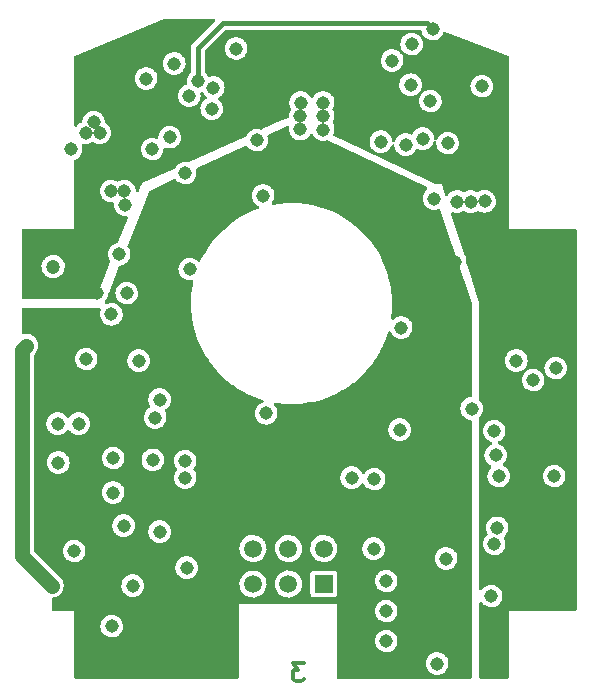
<source format=gbr>
%TF.GenerationSoftware,KiCad,Pcbnew,6.0.1-79c1e3a40b~116~ubuntu20.04.1*%
%TF.CreationDate,2022-01-23T15:23:11-08:00*%
%TF.ProjectId,led-ring-driver,6c65642d-7269-46e6-972d-647269766572,rev?*%
%TF.SameCoordinates,Original*%
%TF.FileFunction,Copper,L3,Inr*%
%TF.FilePolarity,Positive*%
%FSLAX46Y46*%
G04 Gerber Fmt 4.6, Leading zero omitted, Abs format (unit mm)*
G04 Created by KiCad (PCBNEW 6.0.1-79c1e3a40b~116~ubuntu20.04.1) date 2022-01-23 15:23:11*
%MOMM*%
%LPD*%
G01*
G04 APERTURE LIST*
%ADD10C,0.300000*%
%TA.AperFunction,NonConductor*%
%ADD11C,0.300000*%
%TD*%
%TA.AperFunction,ComponentPad*%
%ADD12R,1.520000X1.520000*%
%TD*%
%TA.AperFunction,ComponentPad*%
%ADD13C,1.520000*%
%TD*%
%TA.AperFunction,ComponentPad*%
%ADD14C,1.200000*%
%TD*%
%TA.AperFunction,ComponentPad*%
%ADD15R,1.200000X1.200000*%
%TD*%
%TA.AperFunction,ViaPad*%
%ADD16C,1.143000*%
%TD*%
%TA.AperFunction,Conductor*%
%ADD17C,1.270000*%
%TD*%
%TA.AperFunction,Conductor*%
%ADD18C,0.381000*%
%TD*%
G04 APERTURE END LIST*
D10*
D11*
X152773000Y-119320571D02*
X151844428Y-119320571D01*
X152344428Y-119892000D01*
X152130142Y-119892000D01*
X151987285Y-119963428D01*
X151915857Y-120034857D01*
X151844428Y-120177714D01*
X151844428Y-120534857D01*
X151915857Y-120677714D01*
X151987285Y-120749142D01*
X152130142Y-120820571D01*
X152558714Y-120820571D01*
X152701571Y-120749142D01*
X152773000Y-120677714D01*
D12*
%TO.N,/PWM_H*%
%TO.C,J1*%
X154493501Y-112643001D03*
D13*
%TO.N,/PWM_L*%
X151493502Y-112643001D03*
%TO.N,/VIN*%
X148493503Y-112643001D03*
%TO.N,/DISABLE_H*%
X154493501Y-109643002D03*
%TO.N,/DISABLE_L*%
X151493502Y-109643002D03*
%TO.N,GND*%
X148493503Y-109643002D03*
%TD*%
D14*
%TO.N,GND*%
%TO.C,C1*%
X131572000Y-85765000D03*
D15*
%TO.N,/Boost Converter/+15V*%
X131572000Y-90765000D03*
%TD*%
D16*
%TO.N,/VIN*%
X142875000Y-111252000D03*
%TO.N,GND*%
X169291000Y-103505000D03*
X137160000Y-84709000D03*
X172212000Y-95377000D03*
X131953000Y-99060000D03*
X136505433Y-89808567D03*
X132016000Y-102362000D03*
X138303000Y-112776000D03*
X133350000Y-109855000D03*
X141443000Y-74803000D03*
X161417000Y-75438000D03*
X161925000Y-66929000D03*
X136652000Y-101981000D03*
X141824000Y-68580000D03*
X142748000Y-77851000D03*
X167005000Y-97790000D03*
X159766000Y-114935000D03*
X137795000Y-88011000D03*
X163830000Y-80010000D03*
X133731000Y-99060000D03*
X159766000Y-117475000D03*
X142748000Y-102235000D03*
X168902855Y-109257533D03*
X140589000Y-108204000D03*
X159766000Y-112395000D03*
%TO.N,+5V*%
X135255000Y-88011000D03*
X172085000Y-97790000D03*
X165325500Y-68580000D03*
X173990000Y-105410000D03*
X146650000Y-68707000D03*
X134239000Y-84709000D03*
X138811000Y-93726000D03*
X142748000Y-103632000D03*
%TO.N,/Boost Converter/+15V*%
X149839998Y-76835000D03*
X133985000Y-96012000D03*
X136525000Y-95123000D03*
X165608000Y-85344000D03*
X131445000Y-96139000D03*
X153797000Y-101600000D03*
X142113000Y-91567000D03*
X157607000Y-113411000D03*
%TO.N,Net-(D2-Pad2)*%
X136525000Y-116205000D03*
%TO.N,/LED Current Regulator/LED1_NEG*%
X135509000Y-74422000D03*
X143129000Y-85979000D03*
X134366000Y-74422000D03*
X135001000Y-73533000D03*
X137607500Y-79375000D03*
X137668000Y-80518000D03*
X136474200Y-79375000D03*
%TO.N,/LED Current Regulator/LED2_NEG*%
X152492000Y-73025000D03*
X149352000Y-79756000D03*
X152492000Y-74133000D03*
X152527000Y-71882000D03*
%TO.N,/LED Current Regulator/LED3_NEG*%
X154432000Y-73025000D03*
X161036000Y-90932000D03*
X154432000Y-71882000D03*
X154432000Y-74168000D03*
%TO.N,/LED Current Regulator/LED4_NEG*%
X166941500Y-80264000D03*
X168097200Y-80238600D03*
X165785800Y-80264000D03*
X170789600Y-93726000D03*
X149606000Y-98196400D03*
%TO.N,Net-(D20-Pad2)*%
X168656000Y-113665000D03*
%TO.N,Net-(D21-Pad2)*%
X164084000Y-119380000D03*
%TO.N,/PWM_H*%
X158750000Y-103759000D03*
%TO.N,/PWM_L*%
X156845000Y-103632000D03*
%TO.N,/DISABLE_H*%
X158707998Y-109643002D03*
%TO.N,/DISABLE_L*%
X160909000Y-99568000D03*
%TO.N,Net-(Q7-Pad1)*%
X169164000Y-107885665D03*
%TO.N,/Boost Converter/V_P*%
X131445000Y-112776000D03*
X129286000Y-92456000D03*
%TO.N,Net-(C6-Pad1)*%
X173990000Y-103505000D03*
%TO.N,Net-(C11-Pad1)*%
X140013470Y-102119990D03*
%TO.N,Net-(Q10-Pad2)*%
X144999000Y-72390000D03*
X148809000Y-75057000D03*
%TO.N,Net-(C12-Pad1)*%
X137541000Y-107696000D03*
%TO.N,Net-(Q11-Pad2)*%
X139954000Y-75819000D03*
X143094489Y-71306466D03*
%TO.N,Net-(Q5-Pad2)*%
X159321500Y-75184000D03*
X161836010Y-70373776D03*
%TO.N,Net-(Q6-Pad2)*%
X164973000Y-75311000D03*
X163512500Y-71755000D03*
%TO.N,Net-(Q7-Pad3)*%
X163703000Y-65659000D03*
X174117000Y-94361000D03*
X143834066Y-70080572D03*
X162869000Y-74930000D03*
%TO.N,Net-(R29-Pad1)*%
X160274000Y-68326000D03*
%TO.N,Net-(C15-Pad1)*%
X134366000Y-93599000D03*
%TO.N,Net-(R1-Pad1)*%
X139446000Y-69850000D03*
X133096000Y-75819000D03*
%TO.N,Net-(R11-Pad2)*%
X169037000Y-101727000D03*
%TO.N,Net-(R3-Pad2)*%
X140208000Y-98552000D03*
%TO.N,Net-(R30-Pad1)*%
X145125500Y-70612000D03*
X147066000Y-67310000D03*
%TO.N,Net-(R13-Pad2)*%
X164846000Y-110490000D03*
%TO.N,Net-(R14-Pad1)*%
X167865500Y-70485000D03*
%TO.N,Net-(R17-Pad1)*%
X168910000Y-99695000D03*
%TO.N,Net-(Q1-Pad1)*%
X136652000Y-104902000D03*
%TO.N,Net-(R33-Pad2)*%
X140590000Y-97028000D03*
%TD*%
D17*
%TO.N,/Boost Converter/V_P*%
X128905000Y-92837000D02*
X128905000Y-110236000D01*
X128905000Y-110236000D02*
X131445000Y-112776000D01*
X129286000Y-92456000D02*
X128905000Y-92837000D01*
D18*
%TO.N,Net-(Q7-Pad3)*%
X163703000Y-65659000D02*
X163195000Y-65151000D01*
X145923000Y-65151000D02*
X143834066Y-67239934D01*
X163195000Y-65151000D02*
X145923000Y-65151000D01*
X143834066Y-67239934D02*
X143834066Y-70080572D01*
%TD*%
%TA.AperFunction,Conductor*%
%TO.N,+5V*%
G36*
X145259001Y-64790002D02*
G01*
X145305494Y-64843658D01*
X145315598Y-64913932D01*
X145286104Y-64978512D01*
X145279975Y-64985095D01*
X143461952Y-66803118D01*
X143449561Y-66813985D01*
X143426111Y-66831979D01*
X143334425Y-66951466D01*
X143276789Y-67090612D01*
X143262066Y-67202442D01*
X143262066Y-67202448D01*
X143257131Y-67239934D01*
X143258209Y-67248122D01*
X143258209Y-67248123D01*
X143260988Y-67269232D01*
X143262066Y-67285678D01*
X143262066Y-69257217D01*
X143242064Y-69325338D01*
X143215019Y-69355413D01*
X143197688Y-69369348D01*
X143164061Y-69396385D01*
X143160102Y-69401103D01*
X143160101Y-69401104D01*
X143053575Y-69528056D01*
X143043928Y-69539553D01*
X143040965Y-69544942D01*
X143040962Y-69544947D01*
X142971779Y-69670792D01*
X142953892Y-69703329D01*
X142897381Y-69881473D01*
X142876548Y-70067202D01*
X142892187Y-70253439D01*
X142892898Y-70255919D01*
X142885650Y-70325299D01*
X142841268Y-70380714D01*
X142804680Y-70398301D01*
X142735762Y-70418585D01*
X142730297Y-70421442D01*
X142602016Y-70488505D01*
X142570136Y-70505171D01*
X142424484Y-70622279D01*
X142304351Y-70765447D01*
X142301388Y-70770836D01*
X142301385Y-70770841D01*
X142261718Y-70842997D01*
X142214315Y-70929223D01*
X142212454Y-70935090D01*
X142212453Y-70935092D01*
X142207454Y-70950851D01*
X142157804Y-71107367D01*
X142136971Y-71293096D01*
X142137487Y-71299240D01*
X142149509Y-71442401D01*
X142152610Y-71479333D01*
X142154308Y-71485254D01*
X142154308Y-71485255D01*
X142158353Y-71499362D01*
X142204125Y-71658986D01*
X142228191Y-71705813D01*
X142267211Y-71781738D01*
X142289553Y-71825212D01*
X142293376Y-71830036D01*
X142293379Y-71830040D01*
X142366050Y-71921727D01*
X142405641Y-71971678D01*
X142410335Y-71975673D01*
X142475324Y-72030983D01*
X142547967Y-72092808D01*
X142711110Y-72183985D01*
X142888856Y-72241738D01*
X143074434Y-72263867D01*
X143080569Y-72263395D01*
X143080571Y-72263395D01*
X143136608Y-72259083D01*
X143260776Y-72249529D01*
X143440785Y-72199270D01*
X143446274Y-72196497D01*
X143446280Y-72196495D01*
X143538616Y-72149852D01*
X143607603Y-72115004D01*
X143624760Y-72101600D01*
X143659975Y-72074087D01*
X143754876Y-71999941D01*
X143758902Y-71995277D01*
X143758905Y-71995274D01*
X143859690Y-71878513D01*
X143876996Y-71858464D01*
X143958361Y-71715235D01*
X143966267Y-71701318D01*
X143966268Y-71701317D01*
X143969310Y-71695961D01*
X143983580Y-71653066D01*
X144013509Y-71563096D01*
X144028303Y-71518623D01*
X144038990Y-71434025D01*
X144051285Y-71336707D01*
X144051286Y-71336698D01*
X144051727Y-71333204D01*
X144052100Y-71306466D01*
X144036305Y-71145381D01*
X144034045Y-71122331D01*
X144047304Y-71052583D01*
X144096167Y-71001076D01*
X144125560Y-70988677D01*
X144133270Y-70986524D01*
X144204259Y-70987473D01*
X144263467Y-71026651D01*
X144279216Y-71050291D01*
X144311694Y-71113486D01*
X144320564Y-71130746D01*
X144324387Y-71135570D01*
X144324390Y-71135574D01*
X144390811Y-71219375D01*
X144436652Y-71277212D01*
X144441346Y-71281207D01*
X144535582Y-71361409D01*
X144574494Y-71420792D01*
X144575125Y-71491785D01*
X144537273Y-71551850D01*
X144512294Y-71569023D01*
X144484305Y-71583656D01*
X144474647Y-71588705D01*
X144328995Y-71705813D01*
X144208862Y-71848981D01*
X144205899Y-71854370D01*
X144205896Y-71854375D01*
X144159312Y-71939113D01*
X144118826Y-72012757D01*
X144116965Y-72018624D01*
X144116964Y-72018626D01*
X144105468Y-72054867D01*
X144062315Y-72190901D01*
X144041482Y-72376630D01*
X144041998Y-72382774D01*
X144053218Y-72516385D01*
X144057121Y-72562867D01*
X144058819Y-72568788D01*
X144058819Y-72568789D01*
X144060903Y-72576056D01*
X144108636Y-72742520D01*
X144151350Y-72825633D01*
X144161278Y-72844950D01*
X144194064Y-72908746D01*
X144197887Y-72913570D01*
X144197890Y-72913574D01*
X144303170Y-73046402D01*
X144310152Y-73055212D01*
X144314846Y-73059207D01*
X144428565Y-73155990D01*
X144452478Y-73176342D01*
X144615621Y-73267519D01*
X144793367Y-73325272D01*
X144978945Y-73347401D01*
X144985080Y-73346929D01*
X144985082Y-73346929D01*
X145041119Y-73342617D01*
X145165287Y-73333063D01*
X145345296Y-73282804D01*
X145350785Y-73280031D01*
X145350791Y-73280029D01*
X145428159Y-73240947D01*
X145512114Y-73198538D01*
X145540524Y-73176342D01*
X145583601Y-73142686D01*
X145659387Y-73083475D01*
X145663413Y-73078811D01*
X145663416Y-73078808D01*
X145777480Y-72946663D01*
X145781507Y-72941998D01*
X145873821Y-72779495D01*
X145888091Y-72736600D01*
X145916827Y-72650214D01*
X145932814Y-72602157D01*
X145949101Y-72473233D01*
X145955796Y-72420241D01*
X145955797Y-72420232D01*
X145956238Y-72416738D01*
X145956611Y-72390000D01*
X145938373Y-72203999D01*
X145936108Y-72196495D01*
X145907457Y-72101600D01*
X145884355Y-72025083D01*
X145796615Y-71860066D01*
X145791974Y-71854375D01*
X145682388Y-71720010D01*
X145682385Y-71720007D01*
X145678493Y-71715235D01*
X145673746Y-71711308D01*
X145673743Y-71711305D01*
X145590559Y-71642489D01*
X145550821Y-71583656D01*
X145549200Y-71512678D01*
X145586209Y-71452090D01*
X145614065Y-71432939D01*
X145633114Y-71423317D01*
X145633120Y-71423313D01*
X145638614Y-71420538D01*
X145667024Y-71398342D01*
X145719289Y-71357507D01*
X145785887Y-71305475D01*
X145789913Y-71300811D01*
X145789916Y-71300808D01*
X145874077Y-71203306D01*
X145908007Y-71163998D01*
X145911052Y-71158638D01*
X145997278Y-71006852D01*
X145997279Y-71006851D01*
X146000321Y-71001495D01*
X146018859Y-70945770D01*
X146038394Y-70887045D01*
X146059314Y-70824157D01*
X146076131Y-70691037D01*
X146082296Y-70642241D01*
X146082297Y-70642232D01*
X146082738Y-70638738D01*
X146083111Y-70612000D01*
X146064873Y-70425999D01*
X146045069Y-70360406D01*
X160878492Y-70360406D01*
X160879008Y-70366550D01*
X160891492Y-70515212D01*
X160894131Y-70546643D01*
X160945646Y-70726296D01*
X160965767Y-70765447D01*
X161024563Y-70879852D01*
X161031074Y-70892522D01*
X161034897Y-70897346D01*
X161034900Y-70897350D01*
X161114193Y-70997392D01*
X161147162Y-71038988D01*
X161151856Y-71042983D01*
X161282543Y-71154207D01*
X161289488Y-71160118D01*
X161452631Y-71251295D01*
X161630377Y-71309048D01*
X161815955Y-71331177D01*
X161822090Y-71330705D01*
X161822092Y-71330705D01*
X161878129Y-71326393D01*
X162002297Y-71316839D01*
X162182306Y-71266580D01*
X162187795Y-71263807D01*
X162187801Y-71263805D01*
X162295772Y-71209264D01*
X162349124Y-71182314D01*
X162360012Y-71173808D01*
X162408948Y-71135574D01*
X162496397Y-71067251D01*
X162500423Y-71062587D01*
X162500426Y-71062584D01*
X162591074Y-70957567D01*
X162618517Y-70925774D01*
X162686176Y-70806672D01*
X162707788Y-70768628D01*
X162707789Y-70768627D01*
X162710831Y-70763271D01*
X162725101Y-70720376D01*
X162740228Y-70674902D01*
X162769824Y-70585933D01*
X162779197Y-70511738D01*
X162784264Y-70471630D01*
X166907982Y-70471630D01*
X166908498Y-70477774D01*
X166922309Y-70642241D01*
X166923621Y-70657867D01*
X166975136Y-70837520D01*
X166994472Y-70875144D01*
X167057299Y-70997392D01*
X167060564Y-71003746D01*
X167064387Y-71008570D01*
X167064390Y-71008574D01*
X167142693Y-71107367D01*
X167176652Y-71150212D01*
X167181346Y-71154207D01*
X167313383Y-71266580D01*
X167318978Y-71271342D01*
X167482121Y-71362519D01*
X167659867Y-71420272D01*
X167845445Y-71442401D01*
X167851580Y-71441929D01*
X167851582Y-71441929D01*
X167907619Y-71437617D01*
X168031787Y-71428063D01*
X168211796Y-71377804D01*
X168217285Y-71375031D01*
X168217291Y-71375029D01*
X168300089Y-71333204D01*
X168378614Y-71293538D01*
X168387020Y-71286971D01*
X168459289Y-71230507D01*
X168525887Y-71178475D01*
X168529913Y-71173811D01*
X168529916Y-71173808D01*
X168610686Y-71080235D01*
X168648007Y-71036998D01*
X168740321Y-70874495D01*
X168754591Y-70831600D01*
X168779266Y-70757422D01*
X168799314Y-70697157D01*
X168810072Y-70612000D01*
X168822296Y-70515241D01*
X168822297Y-70515232D01*
X168822738Y-70511738D01*
X168823111Y-70485000D01*
X168804873Y-70298999D01*
X168800919Y-70285901D01*
X168752636Y-70125983D01*
X168750855Y-70120083D01*
X168663115Y-69955066D01*
X168650227Y-69939264D01*
X168548888Y-69815010D01*
X168548885Y-69815007D01*
X168544993Y-69810235D01*
X168540244Y-69806306D01*
X168405739Y-69695034D01*
X168405736Y-69695032D01*
X168400989Y-69691105D01*
X168236589Y-69602214D01*
X168131318Y-69569627D01*
X168063941Y-69548770D01*
X168063938Y-69548769D01*
X168058054Y-69546948D01*
X168051929Y-69546304D01*
X168051928Y-69546304D01*
X167878313Y-69528056D01*
X167878312Y-69528056D01*
X167872185Y-69527412D01*
X167753587Y-69538206D01*
X167692203Y-69543792D01*
X167692202Y-69543792D01*
X167686062Y-69544351D01*
X167680148Y-69546092D01*
X167680146Y-69546092D01*
X167646214Y-69556079D01*
X167506773Y-69597119D01*
X167501308Y-69599976D01*
X167359811Y-69673948D01*
X167341147Y-69683705D01*
X167195495Y-69800813D01*
X167075362Y-69943981D01*
X167072399Y-69949370D01*
X167072396Y-69949375D01*
X167013759Y-70056037D01*
X166985326Y-70107757D01*
X166983465Y-70113624D01*
X166983464Y-70113626D01*
X166961815Y-70181872D01*
X166928815Y-70285901D01*
X166907982Y-70471630D01*
X162784264Y-70471630D01*
X162792806Y-70404017D01*
X162792807Y-70404008D01*
X162793248Y-70400514D01*
X162793621Y-70373776D01*
X162775383Y-70187775D01*
X162771429Y-70174677D01*
X162745110Y-70087507D01*
X162721365Y-70008859D01*
X162633625Y-69843842D01*
X162615839Y-69822034D01*
X162519398Y-69703786D01*
X162519395Y-69703783D01*
X162515503Y-69699011D01*
X162510696Y-69695034D01*
X162376249Y-69583810D01*
X162376246Y-69583808D01*
X162371499Y-69579881D01*
X162207099Y-69490990D01*
X162089258Y-69454512D01*
X162034451Y-69437546D01*
X162034448Y-69437545D01*
X162028564Y-69435724D01*
X162022439Y-69435080D01*
X162022438Y-69435080D01*
X161848823Y-69416832D01*
X161848822Y-69416832D01*
X161842695Y-69416188D01*
X161724097Y-69426982D01*
X161662713Y-69432568D01*
X161662712Y-69432568D01*
X161656572Y-69433127D01*
X161650658Y-69434868D01*
X161650656Y-69434868D01*
X161567226Y-69459423D01*
X161477283Y-69485895D01*
X161471818Y-69488752D01*
X161343032Y-69556079D01*
X161311657Y-69572481D01*
X161166005Y-69689589D01*
X161045872Y-69832757D01*
X161042909Y-69838146D01*
X161042906Y-69838151D01*
X160975641Y-69960507D01*
X160955836Y-69996533D01*
X160899325Y-70174677D01*
X160878492Y-70360406D01*
X146045069Y-70360406D01*
X146010855Y-70247083D01*
X145923115Y-70082066D01*
X145916003Y-70073346D01*
X145808888Y-69942010D01*
X145808885Y-69942007D01*
X145804993Y-69937235D01*
X145744985Y-69887592D01*
X145665739Y-69822034D01*
X145665736Y-69822032D01*
X145660989Y-69818105D01*
X145496589Y-69729214D01*
X145383833Y-69694310D01*
X145323941Y-69675770D01*
X145323938Y-69675769D01*
X145318054Y-69673948D01*
X145311929Y-69673304D01*
X145311928Y-69673304D01*
X145138313Y-69655056D01*
X145138312Y-69655056D01*
X145132185Y-69654412D01*
X145026845Y-69663999D01*
X144952203Y-69670792D01*
X144952202Y-69670792D01*
X144946062Y-69671351D01*
X144828302Y-69706010D01*
X144757307Y-69706056D01*
X144697556Y-69667710D01*
X144681476Y-69644290D01*
X144634574Y-69556079D01*
X144631681Y-69550638D01*
X144627040Y-69544947D01*
X144517454Y-69410582D01*
X144517451Y-69410579D01*
X144513559Y-69405807D01*
X144492685Y-69388538D01*
X144451751Y-69354675D01*
X144412012Y-69295841D01*
X144406066Y-69257590D01*
X144406066Y-68312630D01*
X159316482Y-68312630D01*
X159316998Y-68318774D01*
X159323299Y-68393805D01*
X159332121Y-68498867D01*
X159383636Y-68678520D01*
X159405392Y-68720852D01*
X159445045Y-68798009D01*
X159469064Y-68844746D01*
X159472887Y-68849570D01*
X159472890Y-68849574D01*
X159564687Y-68965392D01*
X159585152Y-68991212D01*
X159589846Y-68995207D01*
X159717176Y-69103574D01*
X159727478Y-69112342D01*
X159890621Y-69203519D01*
X160068367Y-69261272D01*
X160253945Y-69283401D01*
X160260080Y-69282929D01*
X160260082Y-69282929D01*
X160316119Y-69278617D01*
X160440287Y-69269063D01*
X160620296Y-69218804D01*
X160625785Y-69216031D01*
X160625791Y-69216029D01*
X160725200Y-69165813D01*
X160787114Y-69134538D01*
X160815524Y-69112342D01*
X160887503Y-69056105D01*
X160934387Y-69019475D01*
X160938413Y-69014811D01*
X160938416Y-69014808D01*
X161043509Y-68893056D01*
X161056507Y-68877998D01*
X161148821Y-68715495D01*
X161163091Y-68672600D01*
X161186172Y-68603214D01*
X161207814Y-68538157D01*
X161225251Y-68400133D01*
X161230796Y-68356241D01*
X161230797Y-68356232D01*
X161231238Y-68352738D01*
X161231611Y-68326000D01*
X161213373Y-68139999D01*
X161209419Y-68126901D01*
X161179861Y-68029001D01*
X161159355Y-67961083D01*
X161071615Y-67796066D01*
X161066974Y-67790375D01*
X160957388Y-67656010D01*
X160957385Y-67656007D01*
X160953493Y-67651235D01*
X160948744Y-67647306D01*
X160814239Y-67536034D01*
X160814236Y-67536032D01*
X160809489Y-67532105D01*
X160645089Y-67443214D01*
X160555822Y-67415581D01*
X160472441Y-67389770D01*
X160472438Y-67389769D01*
X160466554Y-67387948D01*
X160460429Y-67387304D01*
X160460428Y-67387304D01*
X160286813Y-67369056D01*
X160286812Y-67369056D01*
X160280685Y-67368412D01*
X160162087Y-67379206D01*
X160100703Y-67384792D01*
X160100702Y-67384792D01*
X160094562Y-67385351D01*
X160088648Y-67387092D01*
X160088646Y-67387092D01*
X159966466Y-67423052D01*
X159915273Y-67438119D01*
X159909808Y-67440976D01*
X159766228Y-67516037D01*
X159749647Y-67524705D01*
X159603995Y-67641813D01*
X159483862Y-67784981D01*
X159480899Y-67790370D01*
X159480896Y-67790375D01*
X159435729Y-67872535D01*
X159393826Y-67948757D01*
X159391965Y-67954624D01*
X159391964Y-67954626D01*
X159377949Y-67998808D01*
X159337315Y-68126901D01*
X159316482Y-68312630D01*
X144406066Y-68312630D01*
X144406066Y-67529054D01*
X144426068Y-67460933D01*
X144442971Y-67439959D01*
X144586300Y-67296630D01*
X146108482Y-67296630D01*
X146108998Y-67302774D01*
X146121172Y-67447746D01*
X146124121Y-67482867D01*
X146175636Y-67662520D01*
X146194972Y-67700144D01*
X146248096Y-67803512D01*
X146261064Y-67828746D01*
X146264887Y-67833570D01*
X146264890Y-67833574D01*
X146362763Y-67957058D01*
X146377152Y-67975212D01*
X146381846Y-67979207D01*
X146459493Y-68045290D01*
X146519478Y-68096342D01*
X146682621Y-68187519D01*
X146860367Y-68245272D01*
X147045945Y-68267401D01*
X147052080Y-68266929D01*
X147052082Y-68266929D01*
X147108119Y-68262617D01*
X147232287Y-68253063D01*
X147412296Y-68202804D01*
X147417785Y-68200031D01*
X147417791Y-68200029D01*
X147524485Y-68146133D01*
X147579114Y-68118538D01*
X147607524Y-68096342D01*
X147659789Y-68055507D01*
X147726387Y-68003475D01*
X147730413Y-67998811D01*
X147730416Y-67998808D01*
X147814577Y-67901306D01*
X147848507Y-67861998D01*
X147940821Y-67699495D01*
X147955091Y-67656600D01*
X147977451Y-67589381D01*
X147999814Y-67522157D01*
X148005690Y-67475641D01*
X148022796Y-67340241D01*
X148022797Y-67340232D01*
X148023238Y-67336738D01*
X148023611Y-67310000D01*
X148005373Y-67123999D01*
X148001419Y-67110901D01*
X147982760Y-67049103D01*
X147951355Y-66945083D01*
X147935695Y-66915630D01*
X160967482Y-66915630D01*
X160967998Y-66921774D01*
X160982176Y-67090612D01*
X160983121Y-67101867D01*
X161034636Y-67281520D01*
X161056392Y-67323852D01*
X161116799Y-67441392D01*
X161120064Y-67447746D01*
X161123887Y-67452570D01*
X161123890Y-67452574D01*
X161180847Y-67524435D01*
X161236152Y-67594212D01*
X161240846Y-67598207D01*
X161360621Y-67700144D01*
X161378478Y-67715342D01*
X161541621Y-67806519D01*
X161719367Y-67864272D01*
X161904945Y-67886401D01*
X161911080Y-67885929D01*
X161911082Y-67885929D01*
X161967119Y-67881617D01*
X162091287Y-67872063D01*
X162271296Y-67821804D01*
X162276785Y-67819031D01*
X162276791Y-67819029D01*
X162362267Y-67775851D01*
X162438114Y-67737538D01*
X162466524Y-67715342D01*
X162498477Y-67690377D01*
X162585387Y-67622475D01*
X162589413Y-67617811D01*
X162589416Y-67617808D01*
X162671979Y-67522157D01*
X162707507Y-67480998D01*
X162789458Y-67336738D01*
X162796778Y-67323852D01*
X162796779Y-67323851D01*
X162799821Y-67318495D01*
X162814091Y-67275600D01*
X162856867Y-67147009D01*
X162858814Y-67141157D01*
X162867167Y-67075039D01*
X162881796Y-66959241D01*
X162881797Y-66959232D01*
X162882238Y-66955738D01*
X162882611Y-66929000D01*
X162864373Y-66742999D01*
X162860419Y-66729901D01*
X162826008Y-66615929D01*
X162810355Y-66564083D01*
X162722615Y-66399066D01*
X162697924Y-66368792D01*
X162608388Y-66259010D01*
X162608385Y-66259007D01*
X162604493Y-66254235D01*
X162599744Y-66250306D01*
X162465239Y-66139034D01*
X162465236Y-66139032D01*
X162460489Y-66135105D01*
X162296089Y-66046214D01*
X162206822Y-66018581D01*
X162123441Y-65992770D01*
X162123438Y-65992769D01*
X162117554Y-65990948D01*
X162111429Y-65990304D01*
X162111428Y-65990304D01*
X161959257Y-65974310D01*
X161932379Y-65963252D01*
X161922041Y-65969896D01*
X161897963Y-65974481D01*
X161751703Y-65987792D01*
X161751702Y-65987792D01*
X161745562Y-65988351D01*
X161739648Y-65990092D01*
X161739646Y-65990092D01*
X161686955Y-66005600D01*
X161566273Y-66041119D01*
X161400647Y-66127705D01*
X161254995Y-66244813D01*
X161232147Y-66272042D01*
X161146787Y-66373770D01*
X161134862Y-66387981D01*
X161131899Y-66393370D01*
X161131896Y-66393375D01*
X161101675Y-66448348D01*
X161044826Y-66551757D01*
X160988315Y-66729901D01*
X160967482Y-66915630D01*
X147935695Y-66915630D01*
X147863615Y-66780066D01*
X147833384Y-66742999D01*
X147749388Y-66640010D01*
X147749385Y-66640007D01*
X147745493Y-66635235D01*
X147740744Y-66631306D01*
X147606239Y-66520034D01*
X147606236Y-66520032D01*
X147601489Y-66516105D01*
X147437089Y-66427214D01*
X147327773Y-66393375D01*
X147264441Y-66373770D01*
X147264438Y-66373769D01*
X147258554Y-66371948D01*
X147252429Y-66371304D01*
X147252428Y-66371304D01*
X147078813Y-66353056D01*
X147078812Y-66353056D01*
X147072685Y-66352412D01*
X146954087Y-66363206D01*
X146892703Y-66368792D01*
X146892702Y-66368792D01*
X146886562Y-66369351D01*
X146880648Y-66371092D01*
X146880646Y-66371092D01*
X146839290Y-66383264D01*
X146707273Y-66422119D01*
X146541647Y-66508705D01*
X146395995Y-66625813D01*
X146275862Y-66768981D01*
X146272899Y-66774370D01*
X146272896Y-66774375D01*
X146237628Y-66838529D01*
X146185826Y-66932757D01*
X146129315Y-67110901D01*
X146125265Y-67147009D01*
X146109563Y-67286997D01*
X146108482Y-67296630D01*
X144586300Y-67296630D01*
X146123025Y-65759905D01*
X146185337Y-65725879D01*
X146212120Y-65723000D01*
X161886543Y-65723000D01*
X161929055Y-65735482D01*
X161949761Y-65725056D01*
X161972428Y-65723000D01*
X162636772Y-65723000D01*
X162704893Y-65743002D01*
X162751386Y-65796658D01*
X162760630Y-65826026D01*
X162761121Y-65831867D01*
X162812636Y-66011520D01*
X162831972Y-66049144D01*
X162872347Y-66127705D01*
X162898064Y-66177746D01*
X162901887Y-66182570D01*
X162901890Y-66182574D01*
X162962473Y-66259010D01*
X163014152Y-66324212D01*
X163018846Y-66328207D01*
X163138621Y-66430144D01*
X163156478Y-66445342D01*
X163319621Y-66536519D01*
X163497367Y-66594272D01*
X163682945Y-66616401D01*
X163689080Y-66615929D01*
X163689082Y-66615929D01*
X163745119Y-66611617D01*
X163869287Y-66602063D01*
X164049296Y-66551804D01*
X164054785Y-66549031D01*
X164054791Y-66549029D01*
X164140267Y-66505851D01*
X164216114Y-66467538D01*
X164244524Y-66445342D01*
X164296789Y-66404507D01*
X164363387Y-66352475D01*
X164367413Y-66347811D01*
X164367416Y-66347808D01*
X164451577Y-66250306D01*
X164485507Y-66210998D01*
X164577821Y-66048495D01*
X164592091Y-66005600D01*
X164612318Y-65944794D01*
X164652800Y-65886470D01*
X164718388Y-65859290D01*
X164777106Y-65866964D01*
X169255391Y-67589381D01*
X170099231Y-67913935D01*
X170155631Y-67957058D01*
X170179764Y-68023827D01*
X170180000Y-68031537D01*
X170180000Y-82550000D01*
X175769000Y-82550000D01*
X175837121Y-82570002D01*
X175883614Y-82623658D01*
X175895000Y-82676000D01*
X175895000Y-114809000D01*
X175874998Y-114877121D01*
X175821342Y-114923614D01*
X175769000Y-114935000D01*
X170180000Y-114935000D01*
X170180000Y-120524000D01*
X170159998Y-120592121D01*
X170106342Y-120638614D01*
X170054000Y-120650000D01*
X167766000Y-120650000D01*
X167697879Y-120629998D01*
X167651386Y-120576342D01*
X167640000Y-120524000D01*
X167640000Y-114279272D01*
X167660002Y-114211151D01*
X167713658Y-114164658D01*
X167783932Y-114154554D01*
X167848512Y-114184048D01*
X167864745Y-114201007D01*
X167967152Y-114330212D01*
X167971846Y-114334207D01*
X168042080Y-114393981D01*
X168109478Y-114451342D01*
X168272621Y-114542519D01*
X168450367Y-114600272D01*
X168635945Y-114622401D01*
X168642080Y-114621929D01*
X168642082Y-114621929D01*
X168698119Y-114617617D01*
X168822287Y-114608063D01*
X169002296Y-114557804D01*
X169007785Y-114555031D01*
X169007791Y-114555029D01*
X169085159Y-114515947D01*
X169169114Y-114473538D01*
X169197524Y-114451342D01*
X169221486Y-114432621D01*
X169316387Y-114358475D01*
X169320413Y-114353811D01*
X169320416Y-114353808D01*
X169434480Y-114221663D01*
X169438507Y-114216998D01*
X169530821Y-114054495D01*
X169550829Y-113994351D01*
X169587867Y-113883009D01*
X169589814Y-113877157D01*
X169602433Y-113777266D01*
X169612796Y-113695241D01*
X169612797Y-113695232D01*
X169613238Y-113691738D01*
X169613611Y-113665000D01*
X169595373Y-113478999D01*
X169591419Y-113465901D01*
X169552822Y-113338063D01*
X169541355Y-113300083D01*
X169453615Y-113135066D01*
X169444574Y-113123981D01*
X169339388Y-112995010D01*
X169339385Y-112995007D01*
X169335493Y-112990235D01*
X169330744Y-112986306D01*
X169196239Y-112875034D01*
X169196236Y-112875032D01*
X169191489Y-112871105D01*
X169027089Y-112782214D01*
X168915011Y-112747520D01*
X168854441Y-112728770D01*
X168854438Y-112728769D01*
X168848554Y-112726948D01*
X168842429Y-112726304D01*
X168842428Y-112726304D01*
X168668813Y-112708056D01*
X168668812Y-112708056D01*
X168662685Y-112707412D01*
X168544087Y-112718206D01*
X168482703Y-112723792D01*
X168482702Y-112723792D01*
X168476562Y-112724351D01*
X168470648Y-112726092D01*
X168470646Y-112726092D01*
X168397841Y-112747520D01*
X168297273Y-112777119D01*
X168131647Y-112863705D01*
X167985995Y-112980813D01*
X167865862Y-113123981D01*
X167864911Y-113123183D01*
X167814970Y-113163963D01*
X167744431Y-113172008D01*
X167680739Y-113140640D01*
X167644118Y-113079817D01*
X167640000Y-113047868D01*
X167640000Y-109244163D01*
X167945337Y-109244163D01*
X167960976Y-109430400D01*
X168012491Y-109610053D01*
X168097919Y-109776279D01*
X168101742Y-109781103D01*
X168101745Y-109781107D01*
X168181505Y-109881738D01*
X168214007Y-109922745D01*
X168218701Y-109926740D01*
X168251674Y-109954802D01*
X168356333Y-110043875D01*
X168519476Y-110135052D01*
X168697222Y-110192805D01*
X168882800Y-110214934D01*
X168888935Y-110214462D01*
X168888937Y-110214462D01*
X168944974Y-110210150D01*
X169069142Y-110200596D01*
X169249151Y-110150337D01*
X169254640Y-110147564D01*
X169254646Y-110147562D01*
X169332014Y-110108480D01*
X169415969Y-110066071D01*
X169444379Y-110043875D01*
X169506267Y-109995522D01*
X169563242Y-109951008D01*
X169567268Y-109946344D01*
X169567271Y-109946341D01*
X169680438Y-109815235D01*
X169685362Y-109809531D01*
X169765195Y-109668999D01*
X169774633Y-109652385D01*
X169774634Y-109652384D01*
X169777676Y-109647028D01*
X169790921Y-109607214D01*
X169834722Y-109475542D01*
X169836669Y-109469690D01*
X169844885Y-109404654D01*
X169859651Y-109287774D01*
X169859652Y-109287765D01*
X169860093Y-109284271D01*
X169860466Y-109257533D01*
X169842228Y-109071532D01*
X169838274Y-109058434D01*
X169789991Y-108898516D01*
X169788210Y-108892616D01*
X169730705Y-108784463D01*
X169716386Y-108714925D01*
X169741934Y-108648685D01*
X169764383Y-108626021D01*
X169819530Y-108582935D01*
X169819532Y-108582933D01*
X169824387Y-108579140D01*
X169828413Y-108574476D01*
X169828416Y-108574473D01*
X169942480Y-108442328D01*
X169946507Y-108437663D01*
X170038821Y-108275160D01*
X170053091Y-108232265D01*
X170095867Y-108103674D01*
X170097814Y-108097822D01*
X170109553Y-108004901D01*
X170120796Y-107915906D01*
X170120797Y-107915897D01*
X170121238Y-107912403D01*
X170121611Y-107885665D01*
X170103373Y-107699664D01*
X170099419Y-107686566D01*
X170051136Y-107526648D01*
X170049355Y-107520748D01*
X169961615Y-107355731D01*
X169948727Y-107339929D01*
X169847388Y-107215675D01*
X169847385Y-107215672D01*
X169843493Y-107210900D01*
X169838744Y-107206971D01*
X169704239Y-107095699D01*
X169704236Y-107095697D01*
X169699489Y-107091770D01*
X169535089Y-107002879D01*
X169445821Y-106975246D01*
X169362441Y-106949435D01*
X169362438Y-106949434D01*
X169356554Y-106947613D01*
X169350429Y-106946969D01*
X169350428Y-106946969D01*
X169176813Y-106928721D01*
X169176812Y-106928721D01*
X169170685Y-106928077D01*
X169052087Y-106938871D01*
X168990703Y-106944457D01*
X168990702Y-106944457D01*
X168984562Y-106945016D01*
X168978648Y-106946757D01*
X168978646Y-106946757D01*
X168856466Y-106982717D01*
X168805273Y-106997784D01*
X168639647Y-107084370D01*
X168493995Y-107201478D01*
X168373862Y-107344646D01*
X168370899Y-107350035D01*
X168370896Y-107350040D01*
X168341944Y-107402705D01*
X168283826Y-107508422D01*
X168281965Y-107514289D01*
X168281964Y-107514291D01*
X168255570Y-107597494D01*
X168227315Y-107686566D01*
X168206482Y-107872295D01*
X168222121Y-108058532D01*
X168273636Y-108238185D01*
X168295392Y-108280517D01*
X168336623Y-108360745D01*
X168349970Y-108430475D01*
X168323500Y-108496353D01*
X168303512Y-108516532D01*
X168232850Y-108573346D01*
X168112717Y-108716514D01*
X168109754Y-108721903D01*
X168109751Y-108721908D01*
X168075362Y-108784463D01*
X168022681Y-108880290D01*
X168020820Y-108886157D01*
X168020819Y-108886159D01*
X168016899Y-108898516D01*
X167966170Y-109058434D01*
X167945337Y-109244163D01*
X167640000Y-109244163D01*
X167640000Y-99681630D01*
X167952482Y-99681630D01*
X167952998Y-99687774D01*
X167960756Y-99780157D01*
X167968121Y-99867867D01*
X168019636Y-100047520D01*
X168105064Y-100213746D01*
X168108887Y-100218570D01*
X168108890Y-100218574D01*
X168214170Y-100351402D01*
X168221152Y-100360212D01*
X168225846Y-100364207D01*
X168258819Y-100392269D01*
X168363478Y-100481342D01*
X168526621Y-100572519D01*
X168649571Y-100612468D01*
X168708176Y-100652540D01*
X168735813Y-100717937D01*
X168723706Y-100787893D01*
X168675701Y-100840200D01*
X168669009Y-100843962D01*
X168512647Y-100925705D01*
X168366995Y-101042813D01*
X168246862Y-101185981D01*
X168243899Y-101191370D01*
X168243896Y-101191375D01*
X168187285Y-101294351D01*
X168156826Y-101349757D01*
X168100315Y-101527901D01*
X168079482Y-101713630D01*
X168079998Y-101719774D01*
X168089428Y-101832066D01*
X168095121Y-101899867D01*
X168146636Y-102079520D01*
X168232064Y-102245746D01*
X168235887Y-102250570D01*
X168235890Y-102250574D01*
X168300545Y-102332147D01*
X168348152Y-102392212D01*
X168352846Y-102396207D01*
X168412712Y-102447157D01*
X168490478Y-102513342D01*
X168552440Y-102547971D01*
X168630011Y-102591324D01*
X168679717Y-102642017D01*
X168694125Y-102711536D01*
X168668662Y-102777809D01*
X168647493Y-102799508D01*
X168620995Y-102820813D01*
X168500862Y-102963981D01*
X168497899Y-102969370D01*
X168497896Y-102969375D01*
X168457125Y-103043538D01*
X168410826Y-103127757D01*
X168354315Y-103305901D01*
X168333482Y-103491630D01*
X168333998Y-103497774D01*
X168347571Y-103659404D01*
X168349121Y-103677867D01*
X168400636Y-103857520D01*
X168422392Y-103899852D01*
X168453998Y-103961351D01*
X168486064Y-104023746D01*
X168489887Y-104028570D01*
X168489890Y-104028574D01*
X168547061Y-104100705D01*
X168602152Y-104170212D01*
X168606846Y-104174207D01*
X168639819Y-104202269D01*
X168744478Y-104291342D01*
X168907621Y-104382519D01*
X169085367Y-104440272D01*
X169270945Y-104462401D01*
X169277080Y-104461929D01*
X169277082Y-104461929D01*
X169333119Y-104457617D01*
X169457287Y-104448063D01*
X169637296Y-104397804D01*
X169642785Y-104395031D01*
X169642791Y-104395029D01*
X169720159Y-104355947D01*
X169804114Y-104313538D01*
X169825011Y-104297212D01*
X169914576Y-104227235D01*
X169951387Y-104198475D01*
X169955413Y-104193811D01*
X169955416Y-104193808D01*
X170069480Y-104061663D01*
X170073507Y-104056998D01*
X170165821Y-103894495D01*
X170180091Y-103851600D01*
X170202000Y-103785738D01*
X170224814Y-103717157D01*
X170237261Y-103618630D01*
X170247796Y-103535241D01*
X170247797Y-103535232D01*
X170248238Y-103531738D01*
X170248611Y-103505000D01*
X170247300Y-103491630D01*
X173032482Y-103491630D01*
X173032998Y-103497774D01*
X173046571Y-103659404D01*
X173048121Y-103677867D01*
X173099636Y-103857520D01*
X173121392Y-103899852D01*
X173152998Y-103961351D01*
X173185064Y-104023746D01*
X173188887Y-104028570D01*
X173188890Y-104028574D01*
X173246061Y-104100705D01*
X173301152Y-104170212D01*
X173305846Y-104174207D01*
X173338819Y-104202269D01*
X173443478Y-104291342D01*
X173606621Y-104382519D01*
X173784367Y-104440272D01*
X173969945Y-104462401D01*
X173976080Y-104461929D01*
X173976082Y-104461929D01*
X174032119Y-104457617D01*
X174156287Y-104448063D01*
X174336296Y-104397804D01*
X174341785Y-104395031D01*
X174341791Y-104395029D01*
X174419159Y-104355947D01*
X174503114Y-104313538D01*
X174524011Y-104297212D01*
X174613576Y-104227235D01*
X174650387Y-104198475D01*
X174654413Y-104193811D01*
X174654416Y-104193808D01*
X174768480Y-104061663D01*
X174772507Y-104056998D01*
X174864821Y-103894495D01*
X174879091Y-103851600D01*
X174901000Y-103785738D01*
X174923814Y-103717157D01*
X174936261Y-103618630D01*
X174946796Y-103535241D01*
X174946797Y-103535232D01*
X174947238Y-103531738D01*
X174947611Y-103505000D01*
X174929373Y-103318999D01*
X174925419Y-103305901D01*
X174884550Y-103170538D01*
X174875355Y-103140083D01*
X174787615Y-102975066D01*
X174773456Y-102957705D01*
X174673388Y-102835010D01*
X174673385Y-102835007D01*
X174669493Y-102830235D01*
X174664744Y-102826306D01*
X174530239Y-102715034D01*
X174530236Y-102715032D01*
X174525489Y-102711105D01*
X174361089Y-102622214D01*
X174249011Y-102587520D01*
X174188441Y-102568770D01*
X174188438Y-102568769D01*
X174182554Y-102566948D01*
X174176429Y-102566304D01*
X174176428Y-102566304D01*
X174002813Y-102548056D01*
X174002812Y-102548056D01*
X173996685Y-102547412D01*
X173878087Y-102558206D01*
X173816703Y-102563792D01*
X173816702Y-102563792D01*
X173810562Y-102564351D01*
X173804648Y-102566092D01*
X173804646Y-102566092D01*
X173777244Y-102574157D01*
X173631273Y-102617119D01*
X173625808Y-102619976D01*
X173484311Y-102693948D01*
X173465647Y-102703705D01*
X173319995Y-102820813D01*
X173199862Y-102963981D01*
X173196899Y-102969370D01*
X173196896Y-102969375D01*
X173156125Y-103043538D01*
X173109826Y-103127757D01*
X173053315Y-103305901D01*
X173032482Y-103491630D01*
X170247300Y-103491630D01*
X170230373Y-103318999D01*
X170226419Y-103305901D01*
X170185550Y-103170538D01*
X170176355Y-103140083D01*
X170088615Y-102975066D01*
X170074456Y-102957705D01*
X169974388Y-102835010D01*
X169974385Y-102835007D01*
X169970493Y-102830235D01*
X169965744Y-102826306D01*
X169831239Y-102715034D01*
X169831236Y-102715032D01*
X169826489Y-102711105D01*
X169699722Y-102642562D01*
X169649313Y-102592567D01*
X169633936Y-102523256D01*
X169658472Y-102456634D01*
X169682076Y-102432438D01*
X169692528Y-102424271D01*
X169697387Y-102420475D01*
X169701413Y-102415811D01*
X169701416Y-102415808D01*
X169815480Y-102283663D01*
X169819507Y-102278998D01*
X169911821Y-102116495D01*
X169926091Y-102073600D01*
X169955645Y-101984757D01*
X169970814Y-101939157D01*
X169986858Y-101812157D01*
X169993796Y-101757241D01*
X169993797Y-101757232D01*
X169994238Y-101753738D01*
X169994611Y-101727000D01*
X169976373Y-101540999D01*
X169972419Y-101527901D01*
X169924136Y-101367983D01*
X169922355Y-101362083D01*
X169834615Y-101197066D01*
X169753993Y-101098214D01*
X169720388Y-101057010D01*
X169720385Y-101057007D01*
X169716493Y-101052235D01*
X169711744Y-101048306D01*
X169577239Y-100937034D01*
X169577236Y-100937032D01*
X169572489Y-100933105D01*
X169408089Y-100844214D01*
X169297152Y-100809873D01*
X169237993Y-100770621D01*
X169209446Y-100705617D01*
X169220575Y-100635498D01*
X169267846Y-100582527D01*
X169277601Y-100577042D01*
X169292508Y-100569512D01*
X169423114Y-100503538D01*
X169451524Y-100481342D01*
X169497374Y-100445519D01*
X169570387Y-100388475D01*
X169574413Y-100383811D01*
X169574416Y-100383808D01*
X169688480Y-100251663D01*
X169692507Y-100246998D01*
X169784821Y-100084495D01*
X169799091Y-100041600D01*
X169833714Y-99937519D01*
X169843814Y-99907157D01*
X169863229Y-99753475D01*
X169866796Y-99725241D01*
X169866797Y-99725232D01*
X169867238Y-99721738D01*
X169867611Y-99695000D01*
X169849373Y-99508999D01*
X169845419Y-99495901D01*
X169804550Y-99360538D01*
X169795355Y-99330083D01*
X169707615Y-99165066D01*
X169698574Y-99153981D01*
X169593388Y-99025010D01*
X169593385Y-99025007D01*
X169589493Y-99020235D01*
X169584744Y-99016306D01*
X169450239Y-98905034D01*
X169450236Y-98905032D01*
X169445489Y-98901105D01*
X169281089Y-98812214D01*
X169191822Y-98784581D01*
X169108441Y-98758770D01*
X169108438Y-98758769D01*
X169102554Y-98756948D01*
X169096429Y-98756304D01*
X169096428Y-98756304D01*
X168922813Y-98738056D01*
X168922812Y-98738056D01*
X168916685Y-98737412D01*
X168798087Y-98748206D01*
X168736703Y-98753792D01*
X168736702Y-98753792D01*
X168730562Y-98754351D01*
X168724648Y-98756092D01*
X168724646Y-98756092D01*
X168697244Y-98764157D01*
X168551273Y-98807119D01*
X168545808Y-98809976D01*
X168423342Y-98873999D01*
X168385647Y-98893705D01*
X168239995Y-99010813D01*
X168119862Y-99153981D01*
X168116899Y-99159370D01*
X168116896Y-99159375D01*
X168076494Y-99232867D01*
X168029826Y-99317757D01*
X167973315Y-99495901D01*
X167952482Y-99681630D01*
X167640000Y-99681630D01*
X167640000Y-98559745D01*
X167660002Y-98491624D01*
X167670619Y-98477414D01*
X167750186Y-98385235D01*
X167787507Y-98341998D01*
X167834824Y-98258705D01*
X167876778Y-98184852D01*
X167876779Y-98184851D01*
X167879821Y-98179495D01*
X167899829Y-98119351D01*
X167932191Y-98022066D01*
X167938814Y-98002157D01*
X167959737Y-97836538D01*
X167961796Y-97820241D01*
X167961797Y-97820232D01*
X167962238Y-97816738D01*
X167962611Y-97790000D01*
X167944373Y-97603999D01*
X167940419Y-97590901D01*
X167892136Y-97430983D01*
X167890355Y-97425083D01*
X167802615Y-97260066D01*
X167684493Y-97115235D01*
X167679745Y-97111307D01*
X167676594Y-97108134D01*
X167642787Y-97045703D01*
X167640000Y-97019350D01*
X167640000Y-95363630D01*
X171254482Y-95363630D01*
X171254998Y-95369774D01*
X171266983Y-95512495D01*
X171270121Y-95549867D01*
X171321636Y-95729520D01*
X171343392Y-95771852D01*
X171366325Y-95816475D01*
X171407064Y-95895746D01*
X171410887Y-95900570D01*
X171410890Y-95900574D01*
X171442061Y-95939901D01*
X171523152Y-96042212D01*
X171527846Y-96046207D01*
X171636877Y-96139000D01*
X171665478Y-96163342D01*
X171828621Y-96254519D01*
X172006367Y-96312272D01*
X172191945Y-96334401D01*
X172198080Y-96333929D01*
X172198082Y-96333929D01*
X172254119Y-96329617D01*
X172378287Y-96320063D01*
X172558296Y-96269804D01*
X172563785Y-96267031D01*
X172563791Y-96267029D01*
X172643617Y-96226705D01*
X172725114Y-96185538D01*
X172753524Y-96163342D01*
X172783247Y-96140119D01*
X172872387Y-96070475D01*
X172876413Y-96065811D01*
X172876416Y-96065808D01*
X172990480Y-95933663D01*
X172994507Y-95928998D01*
X173074638Y-95787941D01*
X173083778Y-95771852D01*
X173083779Y-95771851D01*
X173086821Y-95766495D01*
X173101091Y-95723600D01*
X173142228Y-95599936D01*
X173145814Y-95589157D01*
X173160743Y-95470981D01*
X173168796Y-95407241D01*
X173168797Y-95407232D01*
X173169238Y-95403738D01*
X173169611Y-95377000D01*
X173151373Y-95190999D01*
X173147419Y-95177901D01*
X173099136Y-95017983D01*
X173097355Y-95012083D01*
X173094463Y-95006644D01*
X173094461Y-95006639D01*
X173090578Y-94999336D01*
X173088999Y-94991667D01*
X173079472Y-94978449D01*
X173012508Y-94852507D01*
X173009615Y-94847066D01*
X172991599Y-94824976D01*
X172895388Y-94707010D01*
X172895385Y-94707007D01*
X172891493Y-94702235D01*
X172886744Y-94698306D01*
X172752239Y-94587034D01*
X172752236Y-94587032D01*
X172747489Y-94583105D01*
X172583089Y-94494214D01*
X172493821Y-94466581D01*
X172410441Y-94440770D01*
X172410438Y-94440769D01*
X172404554Y-94438948D01*
X172398429Y-94438304D01*
X172398428Y-94438304D01*
X172224813Y-94420056D01*
X172224812Y-94420056D01*
X172218685Y-94419412D01*
X172100087Y-94430206D01*
X172038703Y-94435792D01*
X172038702Y-94435792D01*
X172032562Y-94436351D01*
X172026648Y-94438092D01*
X172026646Y-94438092D01*
X171904466Y-94474052D01*
X171853273Y-94489119D01*
X171847808Y-94491976D01*
X171704228Y-94567037D01*
X171687647Y-94575705D01*
X171541995Y-94692813D01*
X171421862Y-94835981D01*
X171418899Y-94841370D01*
X171418896Y-94841375D01*
X171382467Y-94907641D01*
X171331826Y-94999757D01*
X171329965Y-95005624D01*
X171329964Y-95005626D01*
X171317461Y-95045040D01*
X171275315Y-95177901D01*
X171254482Y-95363630D01*
X167640000Y-95363630D01*
X167640000Y-93712630D01*
X169832082Y-93712630D01*
X169832598Y-93718774D01*
X169842028Y-93831066D01*
X169847721Y-93898867D01*
X169899236Y-94078520D01*
X169941950Y-94161633D01*
X169952598Y-94182351D01*
X169984664Y-94244746D01*
X169988487Y-94249570D01*
X169988490Y-94249574D01*
X170066209Y-94347630D01*
X170100752Y-94391212D01*
X170105446Y-94395207D01*
X170225221Y-94497144D01*
X170243078Y-94512342D01*
X170406221Y-94603519D01*
X170583967Y-94661272D01*
X170769545Y-94683401D01*
X170775680Y-94682929D01*
X170775682Y-94682929D01*
X170831719Y-94678617D01*
X170955887Y-94669063D01*
X171135896Y-94618804D01*
X171141385Y-94616031D01*
X171141391Y-94616029D01*
X171221217Y-94575705D01*
X171302714Y-94534538D01*
X171330429Y-94512885D01*
X171413176Y-94448235D01*
X171449987Y-94419475D01*
X171454013Y-94414811D01*
X171454016Y-94414808D01*
X171512002Y-94347630D01*
X173159482Y-94347630D01*
X173175121Y-94533867D01*
X173226636Y-94713520D01*
X173292815Y-94842290D01*
X173302791Y-94861702D01*
X173303804Y-94866993D01*
X173307741Y-94871928D01*
X173309247Y-94874264D01*
X173312064Y-94879746D01*
X173428152Y-95026212D01*
X173432846Y-95030207D01*
X173541877Y-95123000D01*
X173570478Y-95147342D01*
X173733621Y-95238519D01*
X173911367Y-95296272D01*
X174096945Y-95318401D01*
X174103080Y-95317929D01*
X174103082Y-95317929D01*
X174159119Y-95313617D01*
X174283287Y-95304063D01*
X174463296Y-95253804D01*
X174468785Y-95251031D01*
X174468791Y-95251029D01*
X174548617Y-95210705D01*
X174630114Y-95169538D01*
X174658524Y-95147342D01*
X174689527Y-95123119D01*
X174777387Y-95054475D01*
X174781413Y-95049811D01*
X174781416Y-95049808D01*
X174895480Y-94917663D01*
X174899507Y-94912998D01*
X174977537Y-94775639D01*
X174988778Y-94755852D01*
X174988779Y-94755851D01*
X174991821Y-94750495D01*
X175006091Y-94707600D01*
X175031903Y-94630004D01*
X175050814Y-94573157D01*
X175063022Y-94476519D01*
X175073796Y-94391241D01*
X175073797Y-94391232D01*
X175074238Y-94387738D01*
X175074611Y-94361000D01*
X175056373Y-94174999D01*
X175052419Y-94161901D01*
X175004136Y-94001983D01*
X175002355Y-93996083D01*
X174914615Y-93831066D01*
X174898378Y-93811157D01*
X174800388Y-93691010D01*
X174800385Y-93691007D01*
X174796493Y-93686235D01*
X174791744Y-93682306D01*
X174657239Y-93571034D01*
X174657236Y-93571032D01*
X174652489Y-93567105D01*
X174488089Y-93478214D01*
X174398822Y-93450581D01*
X174315441Y-93424770D01*
X174315438Y-93424769D01*
X174309554Y-93422948D01*
X174303429Y-93422304D01*
X174303428Y-93422304D01*
X174129813Y-93404056D01*
X174129812Y-93404056D01*
X174123685Y-93403412D01*
X174018345Y-93412999D01*
X173943703Y-93419792D01*
X173943702Y-93419792D01*
X173937562Y-93420351D01*
X173931648Y-93422092D01*
X173931646Y-93422092D01*
X173809466Y-93458052D01*
X173758273Y-93473119D01*
X173752808Y-93475976D01*
X173630342Y-93539999D01*
X173592647Y-93559705D01*
X173446995Y-93676813D01*
X173326862Y-93819981D01*
X173323899Y-93825370D01*
X173323896Y-93825375D01*
X173265259Y-93932037D01*
X173236826Y-93983757D01*
X173180315Y-94161901D01*
X173159482Y-94347630D01*
X171512002Y-94347630D01*
X171568080Y-94282663D01*
X171572107Y-94277998D01*
X171664421Y-94115495D01*
X171678691Y-94072600D01*
X171710039Y-93978362D01*
X171723414Y-93938157D01*
X171729153Y-93892727D01*
X171746396Y-93756241D01*
X171746397Y-93756232D01*
X171746838Y-93752738D01*
X171747211Y-93726000D01*
X171728973Y-93539999D01*
X171725019Y-93526901D01*
X171687929Y-93404056D01*
X171674955Y-93361083D01*
X171587215Y-93196066D01*
X171483636Y-93069066D01*
X171472988Y-93056010D01*
X171472985Y-93056007D01*
X171469093Y-93051235D01*
X171464344Y-93047306D01*
X171329839Y-92936034D01*
X171329836Y-92936032D01*
X171325089Y-92932105D01*
X171160689Y-92843214D01*
X171071421Y-92815581D01*
X170988041Y-92789770D01*
X170988038Y-92789769D01*
X170982154Y-92787948D01*
X170976029Y-92787304D01*
X170976028Y-92787304D01*
X170802413Y-92769056D01*
X170802412Y-92769056D01*
X170796285Y-92768412D01*
X170677687Y-92779206D01*
X170616303Y-92784792D01*
X170616302Y-92784792D01*
X170610162Y-92785351D01*
X170604248Y-92787092D01*
X170604246Y-92787092D01*
X170568187Y-92797705D01*
X170430873Y-92838119D01*
X170265247Y-92924705D01*
X170119595Y-93041813D01*
X169999462Y-93184981D01*
X169996499Y-93190370D01*
X169996496Y-93190375D01*
X169972468Y-93234083D01*
X169909426Y-93348757D01*
X169852915Y-93526901D01*
X169832082Y-93712630D01*
X167640000Y-93712630D01*
X167640000Y-88900000D01*
X167637148Y-88890875D01*
X167637148Y-88890872D01*
X166670013Y-85796042D01*
X166565318Y-85461017D01*
X166560576Y-85407643D01*
X166564796Y-85374241D01*
X166564797Y-85374232D01*
X166565238Y-85370738D01*
X166565611Y-85344000D01*
X166547373Y-85157999D01*
X166543419Y-85144901D01*
X166495136Y-84984983D01*
X166493355Y-84979083D01*
X166405615Y-84814066D01*
X166377358Y-84779419D01*
X166352133Y-84748491D01*
X166329512Y-84706438D01*
X165267091Y-81306691D01*
X165265863Y-81235705D01*
X165303209Y-81175324D01*
X165367270Y-81144719D01*
X165426291Y-81149275D01*
X165454557Y-81158459D01*
X165580167Y-81199272D01*
X165765745Y-81221401D01*
X165771880Y-81220929D01*
X165771882Y-81220929D01*
X165827919Y-81216617D01*
X165952087Y-81207063D01*
X166132096Y-81156804D01*
X166137585Y-81154031D01*
X166137591Y-81154029D01*
X166253020Y-81095721D01*
X166298914Y-81072538D01*
X166300049Y-81071651D01*
X166366711Y-81052488D01*
X166427464Y-81068498D01*
X166558121Y-81141519D01*
X166735867Y-81199272D01*
X166921445Y-81221401D01*
X166927580Y-81220929D01*
X166927582Y-81220929D01*
X166983619Y-81216617D01*
X167107787Y-81207063D01*
X167287796Y-81156804D01*
X167293285Y-81154031D01*
X167293291Y-81154029D01*
X167374291Y-81113112D01*
X167454614Y-81072538D01*
X167464220Y-81065033D01*
X167530214Y-81038853D01*
X167603265Y-81054332D01*
X167713821Y-81116119D01*
X167891567Y-81173872D01*
X168077145Y-81196001D01*
X168083280Y-81195529D01*
X168083282Y-81195529D01*
X168139319Y-81191217D01*
X168263487Y-81181663D01*
X168443496Y-81131404D01*
X168448985Y-81128631D01*
X168448991Y-81128629D01*
X168554535Y-81075314D01*
X168610314Y-81047138D01*
X168620919Y-81038853D01*
X168712372Y-80967401D01*
X168757587Y-80932075D01*
X168761613Y-80927411D01*
X168761616Y-80927408D01*
X168875680Y-80795263D01*
X168879707Y-80790598D01*
X168972021Y-80628095D01*
X169031014Y-80450757D01*
X169042161Y-80362520D01*
X169053996Y-80268841D01*
X169053997Y-80268832D01*
X169054438Y-80265338D01*
X169054811Y-80238600D01*
X169036573Y-80052599D01*
X169034040Y-80044207D01*
X168999216Y-79928867D01*
X168982555Y-79873683D01*
X168894815Y-79708666D01*
X168825748Y-79623982D01*
X168780588Y-79568610D01*
X168780585Y-79568607D01*
X168776693Y-79563835D01*
X168771944Y-79559906D01*
X168637439Y-79448634D01*
X168637436Y-79448632D01*
X168632689Y-79444705D01*
X168468289Y-79355814D01*
X168371372Y-79325813D01*
X168295641Y-79302370D01*
X168295638Y-79302369D01*
X168289754Y-79300548D01*
X168283629Y-79299904D01*
X168283628Y-79299904D01*
X168110013Y-79281656D01*
X168110012Y-79281656D01*
X168103885Y-79281012D01*
X167985287Y-79291806D01*
X167923903Y-79297392D01*
X167923902Y-79297392D01*
X167917762Y-79297951D01*
X167911848Y-79299692D01*
X167911846Y-79299692D01*
X167886826Y-79307056D01*
X167738473Y-79350719D01*
X167733008Y-79353576D01*
X167632339Y-79406204D01*
X167572847Y-79437305D01*
X167568042Y-79441168D01*
X167565486Y-79442841D01*
X167497533Y-79463406D01*
X167436562Y-79448246D01*
X167410105Y-79433941D01*
X167312589Y-79381214D01*
X167214076Y-79350719D01*
X167139941Y-79327770D01*
X167139938Y-79327769D01*
X167134054Y-79325948D01*
X167127929Y-79325304D01*
X167127928Y-79325304D01*
X166954313Y-79307056D01*
X166954312Y-79307056D01*
X166948185Y-79306412D01*
X166829587Y-79317206D01*
X166768203Y-79322792D01*
X166768202Y-79322792D01*
X166762062Y-79323351D01*
X166756148Y-79325092D01*
X166756146Y-79325092D01*
X166652813Y-79355505D01*
X166582773Y-79376119D01*
X166420823Y-79460783D01*
X166351188Y-79474617D01*
X166302522Y-79459957D01*
X166156889Y-79381214D01*
X166058376Y-79350719D01*
X165984241Y-79327770D01*
X165984238Y-79327769D01*
X165978354Y-79325948D01*
X165972229Y-79325304D01*
X165972228Y-79325304D01*
X165798613Y-79307056D01*
X165798612Y-79307056D01*
X165792485Y-79306412D01*
X165673887Y-79317206D01*
X165612503Y-79322792D01*
X165612502Y-79322792D01*
X165606362Y-79323351D01*
X165600448Y-79325092D01*
X165600446Y-79325092D01*
X165497113Y-79355505D01*
X165427073Y-79376119D01*
X165421608Y-79378976D01*
X165288363Y-79448634D01*
X165261447Y-79462705D01*
X165115795Y-79579813D01*
X164995662Y-79722981D01*
X164992697Y-79728375D01*
X164989210Y-79733467D01*
X164987052Y-79731989D01*
X164943866Y-79773835D01*
X164874263Y-79787832D01*
X164808142Y-79761976D01*
X164764967Y-79699894D01*
X164465000Y-78740000D01*
X163858333Y-78740000D01*
X163804394Y-78727871D01*
X163718006Y-78686950D01*
X161092835Y-77443448D01*
X156294665Y-75170630D01*
X158363982Y-75170630D01*
X158364498Y-75176774D01*
X158378309Y-75341241D01*
X158379621Y-75356867D01*
X158381319Y-75362788D01*
X158381319Y-75362789D01*
X158385947Y-75378929D01*
X158431136Y-75536520D01*
X158471116Y-75614314D01*
X158475825Y-75623475D01*
X158516564Y-75702746D01*
X158520387Y-75707570D01*
X158520390Y-75707574D01*
X158597223Y-75804512D01*
X158632652Y-75849212D01*
X158637346Y-75853207D01*
X158764676Y-75961574D01*
X158774978Y-75970342D01*
X158938121Y-76061519D01*
X159115867Y-76119272D01*
X159301445Y-76141401D01*
X159307580Y-76140929D01*
X159307582Y-76140929D01*
X159363619Y-76136617D01*
X159487787Y-76127063D01*
X159667796Y-76076804D01*
X159673285Y-76074031D01*
X159673291Y-76074029D01*
X159753117Y-76033705D01*
X159834614Y-75992538D01*
X159844726Y-75984638D01*
X159908874Y-75934519D01*
X159981887Y-75877475D01*
X159985913Y-75872811D01*
X159985916Y-75872808D01*
X160093508Y-75748161D01*
X160104007Y-75735998D01*
X160196321Y-75573495D01*
X160210591Y-75530600D01*
X160222670Y-75494288D01*
X160263152Y-75435963D01*
X160328740Y-75408784D01*
X160398610Y-75421379D01*
X160450580Y-75469749D01*
X160467786Y-75523517D01*
X160472433Y-75578852D01*
X160475121Y-75610867D01*
X160526636Y-75790520D01*
X160546795Y-75829746D01*
X160579998Y-75894351D01*
X160612064Y-75956746D01*
X160615887Y-75961570D01*
X160615890Y-75961574D01*
X160673061Y-76033705D01*
X160728152Y-76103212D01*
X160732846Y-76107207D01*
X160848291Y-76205459D01*
X160870478Y-76224342D01*
X161033621Y-76315519D01*
X161211367Y-76373272D01*
X161396945Y-76395401D01*
X161403080Y-76394929D01*
X161403082Y-76394929D01*
X161459119Y-76390617D01*
X161583287Y-76381063D01*
X161763296Y-76330804D01*
X161768785Y-76328031D01*
X161768791Y-76328029D01*
X161846159Y-76288947D01*
X161930114Y-76246538D01*
X161958524Y-76224342D01*
X162008223Y-76185512D01*
X162077387Y-76131475D01*
X162081413Y-76126811D01*
X162081416Y-76126808D01*
X162195480Y-75994663D01*
X162199507Y-75989998D01*
X162207339Y-75976212D01*
X162222340Y-75949804D01*
X162285333Y-75838916D01*
X162336371Y-75789566D01*
X162405990Y-75775643D01*
X162456358Y-75791165D01*
X162485621Y-75807519D01*
X162663367Y-75865272D01*
X162848945Y-75887401D01*
X162855080Y-75886929D01*
X162855082Y-75886929D01*
X162911119Y-75882617D01*
X163035287Y-75873063D01*
X163215296Y-75822804D01*
X163220785Y-75820031D01*
X163220791Y-75820029D01*
X163308659Y-75775643D01*
X163382114Y-75738538D01*
X163403011Y-75722212D01*
X163456374Y-75680519D01*
X163529387Y-75623475D01*
X163533413Y-75618811D01*
X163533416Y-75618808D01*
X163639011Y-75496475D01*
X163651507Y-75481998D01*
X163723166Y-75355855D01*
X163740778Y-75324852D01*
X163740779Y-75324851D01*
X163743821Y-75319495D01*
X163751095Y-75297630D01*
X163771580Y-75236050D01*
X163812062Y-75177725D01*
X163877650Y-75150546D01*
X163947521Y-75163141D01*
X163999490Y-75211511D01*
X164017058Y-75280300D01*
X164016352Y-75289871D01*
X164015482Y-75297630D01*
X164015998Y-75303774D01*
X164028078Y-75447626D01*
X164031121Y-75483867D01*
X164082636Y-75663520D01*
X164102795Y-75702746D01*
X164164343Y-75822505D01*
X164168064Y-75829746D01*
X164171887Y-75834570D01*
X164171890Y-75834574D01*
X164221328Y-75896948D01*
X164284152Y-75976212D01*
X164288846Y-75980207D01*
X164404291Y-76078459D01*
X164426478Y-76097342D01*
X164589621Y-76188519D01*
X164767367Y-76246272D01*
X164952945Y-76268401D01*
X164959080Y-76267929D01*
X164959082Y-76267929D01*
X165015119Y-76263617D01*
X165139287Y-76254063D01*
X165319296Y-76203804D01*
X165324785Y-76201031D01*
X165324791Y-76201029D01*
X165424200Y-76150813D01*
X165486114Y-76119538D01*
X165507011Y-76103212D01*
X165586503Y-76041105D01*
X165633387Y-76004475D01*
X165637413Y-75999811D01*
X165637416Y-75999808D01*
X165743065Y-75877412D01*
X165755507Y-75862998D01*
X165763322Y-75849241D01*
X165844778Y-75705852D01*
X165844779Y-75705851D01*
X165847821Y-75700495D01*
X165862091Y-75657600D01*
X165884797Y-75589342D01*
X165906814Y-75523157D01*
X165919261Y-75424630D01*
X165929796Y-75341241D01*
X165929797Y-75341232D01*
X165930238Y-75337738D01*
X165930611Y-75311000D01*
X165912373Y-75124999D01*
X165908419Y-75111901D01*
X165881145Y-75021567D01*
X165858355Y-74946083D01*
X165770615Y-74781066D01*
X165757727Y-74765264D01*
X165656388Y-74641010D01*
X165656385Y-74641007D01*
X165652493Y-74636235D01*
X165647744Y-74632306D01*
X165513239Y-74521034D01*
X165513236Y-74521032D01*
X165508489Y-74517105D01*
X165344089Y-74428214D01*
X165233672Y-74394034D01*
X165171441Y-74374770D01*
X165171438Y-74374769D01*
X165165554Y-74372948D01*
X165159429Y-74372304D01*
X165159428Y-74372304D01*
X164985813Y-74354056D01*
X164985812Y-74354056D01*
X164979685Y-74353412D01*
X164861087Y-74364206D01*
X164799703Y-74369792D01*
X164799702Y-74369792D01*
X164793562Y-74370351D01*
X164787648Y-74372092D01*
X164787646Y-74372092D01*
X164711922Y-74394379D01*
X164614273Y-74423119D01*
X164608808Y-74425976D01*
X164457062Y-74505306D01*
X164448647Y-74509705D01*
X164302995Y-74626813D01*
X164182862Y-74769981D01*
X164179899Y-74775370D01*
X164179896Y-74775375D01*
X164127327Y-74870999D01*
X164092826Y-74933757D01*
X164090965Y-74939624D01*
X164090964Y-74939626D01*
X164072168Y-74998878D01*
X164032504Y-75057762D01*
X163967302Y-75085854D01*
X163897262Y-75074236D01*
X163844623Y-75026596D01*
X163827544Y-74956756D01*
X163826238Y-74956738D01*
X163826461Y-74940746D01*
X163826611Y-74930000D01*
X163808373Y-74743999D01*
X163754355Y-74565083D01*
X163666615Y-74400066D01*
X163661977Y-74394379D01*
X163552388Y-74260010D01*
X163552385Y-74260007D01*
X163548493Y-74255235D01*
X163543744Y-74251306D01*
X163409239Y-74140034D01*
X163409236Y-74140032D01*
X163404489Y-74136105D01*
X163240089Y-74047214D01*
X163129672Y-74013034D01*
X163067441Y-73993770D01*
X163067438Y-73993769D01*
X163061554Y-73991948D01*
X163055429Y-73991304D01*
X163055428Y-73991304D01*
X162881813Y-73973056D01*
X162881812Y-73973056D01*
X162875685Y-73972412D01*
X162770345Y-73981999D01*
X162695703Y-73988792D01*
X162695702Y-73988792D01*
X162689562Y-73989351D01*
X162683648Y-73991092D01*
X162683646Y-73991092D01*
X162561466Y-74027052D01*
X162510273Y-74042119D01*
X162504808Y-74044976D01*
X162353062Y-74124306D01*
X162344647Y-74128705D01*
X162198995Y-74245813D01*
X162119235Y-74340867D01*
X162090787Y-74374770D01*
X162078862Y-74388981D01*
X162075896Y-74394376D01*
X162075894Y-74394379D01*
X162002067Y-74528671D01*
X161951722Y-74578730D01*
X161882305Y-74593624D01*
X161831723Y-74578807D01*
X161806341Y-74565083D01*
X161788089Y-74555214D01*
X161697158Y-74527066D01*
X161615441Y-74501770D01*
X161615438Y-74501769D01*
X161609554Y-74499948D01*
X161603429Y-74499304D01*
X161603428Y-74499304D01*
X161429813Y-74481056D01*
X161429812Y-74481056D01*
X161423685Y-74480412D01*
X161305087Y-74491206D01*
X161243703Y-74496792D01*
X161243702Y-74496792D01*
X161237562Y-74497351D01*
X161231648Y-74499092D01*
X161231646Y-74499092D01*
X161109466Y-74535052D01*
X161058273Y-74550119D01*
X161052808Y-74552976D01*
X160901062Y-74632306D01*
X160892647Y-74636705D01*
X160746995Y-74753813D01*
X160698594Y-74811495D01*
X160638787Y-74882770D01*
X160626862Y-74896981D01*
X160623899Y-74902370D01*
X160623896Y-74902375D01*
X160587467Y-74968641D01*
X160536826Y-75060757D01*
X160534965Y-75066624D01*
X160534964Y-75066626D01*
X160516332Y-75125361D01*
X160476668Y-75184245D01*
X160411466Y-75212337D01*
X160341426Y-75200719D01*
X160288787Y-75153079D01*
X160270831Y-75099558D01*
X160267031Y-75060804D01*
X160260873Y-74997999D01*
X160256919Y-74984901D01*
X160224580Y-74877792D01*
X160206855Y-74819083D01*
X160119115Y-74654066D01*
X160108467Y-74641010D01*
X160004888Y-74514010D01*
X160004885Y-74514007D01*
X160000993Y-74509235D01*
X159996244Y-74505306D01*
X159861739Y-74394034D01*
X159861736Y-74394032D01*
X159856989Y-74390105D01*
X159692589Y-74301214D01*
X159583273Y-74267375D01*
X159519941Y-74247770D01*
X159519938Y-74247769D01*
X159514054Y-74245948D01*
X159507929Y-74245304D01*
X159507928Y-74245304D01*
X159334313Y-74227056D01*
X159334312Y-74227056D01*
X159328185Y-74226412D01*
X159222845Y-74235999D01*
X159148203Y-74242792D01*
X159148202Y-74242792D01*
X159142062Y-74243351D01*
X159136148Y-74245092D01*
X159136146Y-74245092D01*
X159100087Y-74255705D01*
X158962773Y-74296119D01*
X158957308Y-74298976D01*
X158813728Y-74374037D01*
X158797147Y-74382705D01*
X158651495Y-74499813D01*
X158531362Y-74642981D01*
X158528399Y-74648370D01*
X158528396Y-74648375D01*
X158514110Y-74674362D01*
X158441326Y-74806757D01*
X158439465Y-74812624D01*
X158439464Y-74812626D01*
X158437416Y-74819083D01*
X158384815Y-74984901D01*
X158363982Y-75170630D01*
X156294665Y-75170630D01*
X155364113Y-74729842D01*
X155311112Y-74682604D01*
X155292064Y-74614210D01*
X155302944Y-74564725D01*
X155303778Y-74562851D01*
X155306821Y-74557495D01*
X155316944Y-74527066D01*
X155349827Y-74428214D01*
X155365814Y-74380157D01*
X155376651Y-74294377D01*
X155388796Y-74198241D01*
X155388797Y-74198232D01*
X155389238Y-74194738D01*
X155389611Y-74168000D01*
X155371373Y-73981999D01*
X155367419Y-73968901D01*
X155330329Y-73846056D01*
X155317355Y-73803083D01*
X155238058Y-73653945D01*
X155223739Y-73584407D01*
X155239754Y-73532555D01*
X155303776Y-73419855D01*
X155306821Y-73414495D01*
X155365814Y-73237157D01*
X155382488Y-73105170D01*
X155388796Y-73055241D01*
X155388797Y-73055232D01*
X155389238Y-73051738D01*
X155389611Y-73025000D01*
X155371373Y-72838999D01*
X155367419Y-72825901D01*
X155333008Y-72711929D01*
X155317355Y-72660083D01*
X155238058Y-72510945D01*
X155223739Y-72441407D01*
X155239754Y-72389555D01*
X155275099Y-72327336D01*
X155306821Y-72271495D01*
X155309294Y-72264063D01*
X155336932Y-72180978D01*
X155365814Y-72094157D01*
X155377237Y-72003735D01*
X155388796Y-71912241D01*
X155388797Y-71912232D01*
X155389238Y-71908738D01*
X155389611Y-71882000D01*
X155375847Y-71741630D01*
X162554982Y-71741630D01*
X162555498Y-71747774D01*
X162569309Y-71912241D01*
X162570621Y-71927867D01*
X162622136Y-72107520D01*
X162662412Y-72185889D01*
X162702588Y-72264063D01*
X162707564Y-72273746D01*
X162711387Y-72278570D01*
X162711390Y-72278574D01*
X162789109Y-72376630D01*
X162823652Y-72420212D01*
X162828346Y-72424207D01*
X162898580Y-72483981D01*
X162965978Y-72541342D01*
X163129121Y-72632519D01*
X163306867Y-72690272D01*
X163492445Y-72712401D01*
X163498580Y-72711929D01*
X163498582Y-72711929D01*
X163554619Y-72707617D01*
X163678787Y-72698063D01*
X163858796Y-72647804D01*
X163864285Y-72645031D01*
X163864291Y-72645029D01*
X163941659Y-72605947D01*
X164025614Y-72563538D01*
X164054024Y-72541342D01*
X164085967Y-72516385D01*
X164172887Y-72448475D01*
X164176913Y-72443811D01*
X164176916Y-72443808D01*
X164273443Y-72331980D01*
X164295007Y-72306998D01*
X164353518Y-72203999D01*
X164384278Y-72149852D01*
X164384279Y-72149851D01*
X164387321Y-72144495D01*
X164397132Y-72115004D01*
X164435408Y-71999941D01*
X164446314Y-71967157D01*
X164457072Y-71882000D01*
X164469296Y-71785241D01*
X164469297Y-71785232D01*
X164469738Y-71781738D01*
X164470111Y-71755000D01*
X164451873Y-71568999D01*
X164447919Y-71555901D01*
X164413508Y-71441929D01*
X164397855Y-71390083D01*
X164310115Y-71225066D01*
X164297227Y-71209264D01*
X164195888Y-71085010D01*
X164195885Y-71085007D01*
X164191993Y-71080235D01*
X164187244Y-71076306D01*
X164052739Y-70965034D01*
X164052736Y-70965032D01*
X164047989Y-70961105D01*
X163883589Y-70872214D01*
X163794321Y-70844581D01*
X163710941Y-70818770D01*
X163710938Y-70818769D01*
X163705054Y-70816948D01*
X163698929Y-70816304D01*
X163698928Y-70816304D01*
X163525313Y-70798056D01*
X163525312Y-70798056D01*
X163519185Y-70797412D01*
X163400587Y-70808206D01*
X163339203Y-70813792D01*
X163339202Y-70813792D01*
X163333062Y-70814351D01*
X163327148Y-70816092D01*
X163327146Y-70816092D01*
X163299744Y-70824157D01*
X163153773Y-70867119D01*
X163148308Y-70869976D01*
X163006811Y-70943948D01*
X162988147Y-70953705D01*
X162842495Y-71070813D01*
X162722362Y-71213981D01*
X162719399Y-71219370D01*
X162719396Y-71219375D01*
X162670099Y-71309048D01*
X162632326Y-71377757D01*
X162630465Y-71383624D01*
X162630464Y-71383626D01*
X162612051Y-71441672D01*
X162575815Y-71555901D01*
X162554982Y-71741630D01*
X155375847Y-71741630D01*
X155371373Y-71695999D01*
X155367419Y-71682901D01*
X155338117Y-71585849D01*
X155317355Y-71517083D01*
X155229615Y-71352066D01*
X155220574Y-71340981D01*
X155115388Y-71212010D01*
X155115385Y-71212007D01*
X155111493Y-71207235D01*
X155106744Y-71203306D01*
X154972239Y-71092034D01*
X154972236Y-71092032D01*
X154967489Y-71088105D01*
X154803089Y-70999214D01*
X154691011Y-70964520D01*
X154630441Y-70945770D01*
X154630438Y-70945769D01*
X154624554Y-70943948D01*
X154618429Y-70943304D01*
X154618428Y-70943304D01*
X154444813Y-70925056D01*
X154444812Y-70925056D01*
X154438685Y-70924412D01*
X154321335Y-70935092D01*
X154258703Y-70940792D01*
X154258702Y-70940792D01*
X154252562Y-70941351D01*
X154246648Y-70943092D01*
X154246646Y-70943092D01*
X154143751Y-70973376D01*
X154073273Y-70994119D01*
X154067808Y-70996976D01*
X153916062Y-71076306D01*
X153907647Y-71080705D01*
X153761995Y-71197813D01*
X153641862Y-71340981D01*
X153597986Y-71420792D01*
X153589860Y-71435573D01*
X153539515Y-71485631D01*
X153470098Y-71500525D01*
X153403649Y-71475524D01*
X153368193Y-71434025D01*
X153327508Y-71357507D01*
X153324615Y-71352066D01*
X153315574Y-71340981D01*
X153210388Y-71212010D01*
X153210385Y-71212007D01*
X153206493Y-71207235D01*
X153201744Y-71203306D01*
X153067239Y-71092034D01*
X153067236Y-71092032D01*
X153062489Y-71088105D01*
X152898089Y-70999214D01*
X152786011Y-70964520D01*
X152725441Y-70945770D01*
X152725438Y-70945769D01*
X152719554Y-70943948D01*
X152713429Y-70943304D01*
X152713428Y-70943304D01*
X152539813Y-70925056D01*
X152539812Y-70925056D01*
X152533685Y-70924412D01*
X152416335Y-70935092D01*
X152353703Y-70940792D01*
X152353702Y-70940792D01*
X152347562Y-70941351D01*
X152341648Y-70943092D01*
X152341646Y-70943092D01*
X152238751Y-70973376D01*
X152168273Y-70994119D01*
X152162808Y-70996976D01*
X152011062Y-71076306D01*
X152002647Y-71080705D01*
X151856995Y-71197813D01*
X151736862Y-71340981D01*
X151733899Y-71346370D01*
X151733896Y-71346375D01*
X151688729Y-71428535D01*
X151646826Y-71504757D01*
X151590315Y-71682901D01*
X151569482Y-71868630D01*
X151569998Y-71874774D01*
X151582078Y-72018626D01*
X151585121Y-72054867D01*
X151636636Y-72234520D01*
X151639451Y-72239997D01*
X151639454Y-72240005D01*
X151703817Y-72365242D01*
X151717165Y-72434972D01*
X151699779Y-72482836D01*
X151701862Y-72483981D01*
X151611826Y-72647757D01*
X151609965Y-72653624D01*
X151609964Y-72653626D01*
X151606044Y-72665983D01*
X151555315Y-72825901D01*
X151534482Y-73011630D01*
X151534998Y-73017774D01*
X151536496Y-73035615D01*
X151522264Y-73105170D01*
X151472687Y-73155990D01*
X151462644Y-73161060D01*
X150987856Y-73374715D01*
X149241964Y-74160366D01*
X149171637Y-74170080D01*
X149153003Y-74165829D01*
X149001554Y-74118948D01*
X148995429Y-74118304D01*
X148995428Y-74118304D01*
X148821813Y-74100056D01*
X148821812Y-74100056D01*
X148815685Y-74099412D01*
X148697087Y-74110206D01*
X148635703Y-74115792D01*
X148635702Y-74115792D01*
X148629562Y-74116351D01*
X148623648Y-74118092D01*
X148623646Y-74118092D01*
X148501466Y-74154052D01*
X148450273Y-74169119D01*
X148444808Y-74171976D01*
X148293062Y-74251306D01*
X148284647Y-74255705D01*
X148138995Y-74372813D01*
X148094386Y-74425976D01*
X148030787Y-74501770D01*
X148018862Y-74515981D01*
X148015899Y-74521370D01*
X148015896Y-74521375D01*
X147963327Y-74616999D01*
X147928826Y-74679757D01*
X147926965Y-74685624D01*
X147919391Y-74709500D01*
X147879727Y-74768383D01*
X147850995Y-74786302D01*
X143093348Y-76927243D01*
X143023019Y-76936957D01*
X143004383Y-76932706D01*
X142946440Y-76914770D01*
X142940554Y-76912948D01*
X142934433Y-76912305D01*
X142934430Y-76912304D01*
X142760813Y-76894056D01*
X142760812Y-76894056D01*
X142754685Y-76893412D01*
X142636087Y-76904206D01*
X142574703Y-76909792D01*
X142574702Y-76909792D01*
X142568562Y-76910351D01*
X142562648Y-76912092D01*
X142562646Y-76912092D01*
X142511168Y-76927243D01*
X142389273Y-76963119D01*
X142223647Y-77049705D01*
X142077995Y-77166813D01*
X141957862Y-77309981D01*
X141954899Y-77315370D01*
X141954896Y-77315375D01*
X141884488Y-77443448D01*
X141834142Y-77493507D01*
X141825779Y-77497649D01*
X139081519Y-78732566D01*
X139081518Y-78732567D01*
X139065000Y-78740000D01*
X139060870Y-78750260D01*
X139060869Y-78750260D01*
X139020510Y-78850507D01*
X138805034Y-79385721D01*
X138761041Y-79441440D01*
X138693904Y-79464531D01*
X138624941Y-79447659D01*
X138576048Y-79396181D01*
X138562754Y-79350958D01*
X138555674Y-79278758D01*
X138546873Y-79188999D01*
X138542919Y-79175901D01*
X138494636Y-79015983D01*
X138492855Y-79010083D01*
X138405115Y-78845066D01*
X138363518Y-78794063D01*
X138290888Y-78705010D01*
X138290885Y-78705007D01*
X138286993Y-78700235D01*
X138282244Y-78696306D01*
X138147739Y-78585034D01*
X138147736Y-78585032D01*
X138142989Y-78581105D01*
X137978589Y-78492214D01*
X137889321Y-78464581D01*
X137805941Y-78438770D01*
X137805938Y-78438769D01*
X137800054Y-78436948D01*
X137793929Y-78436304D01*
X137793928Y-78436304D01*
X137620313Y-78418056D01*
X137620312Y-78418056D01*
X137614185Y-78417412D01*
X137495587Y-78428206D01*
X137434203Y-78433792D01*
X137434202Y-78433792D01*
X137428062Y-78434351D01*
X137422148Y-78436092D01*
X137422146Y-78436092D01*
X137299966Y-78472052D01*
X137248773Y-78487119D01*
X137193123Y-78516212D01*
X137098213Y-78565829D01*
X137028577Y-78579663D01*
X136979909Y-78565003D01*
X136941943Y-78544475D01*
X136845289Y-78492214D01*
X136756021Y-78464581D01*
X136672641Y-78438770D01*
X136672638Y-78438769D01*
X136666754Y-78436948D01*
X136660629Y-78436304D01*
X136660628Y-78436304D01*
X136487013Y-78418056D01*
X136487012Y-78418056D01*
X136480885Y-78417412D01*
X136362287Y-78428206D01*
X136300903Y-78433792D01*
X136300902Y-78433792D01*
X136294762Y-78434351D01*
X136288848Y-78436092D01*
X136288846Y-78436092D01*
X136166666Y-78472052D01*
X136115473Y-78487119D01*
X136110008Y-78489976D01*
X135964913Y-78565829D01*
X135949847Y-78573705D01*
X135804195Y-78690813D01*
X135684062Y-78833981D01*
X135681099Y-78839370D01*
X135681096Y-78839375D01*
X135617694Y-78954705D01*
X135594026Y-78997757D01*
X135537515Y-79175901D01*
X135516682Y-79361630D01*
X135517198Y-79367774D01*
X135526628Y-79480066D01*
X135532321Y-79547867D01*
X135583836Y-79727520D01*
X135669264Y-79893746D01*
X135673087Y-79898570D01*
X135673090Y-79898574D01*
X135744021Y-79988066D01*
X135785352Y-80040212D01*
X135790046Y-80044207D01*
X135799907Y-80052599D01*
X135927678Y-80161342D01*
X136090821Y-80252519D01*
X136268567Y-80310272D01*
X136454145Y-80332401D01*
X136460280Y-80331929D01*
X136460282Y-80331929D01*
X136580342Y-80322691D01*
X136649796Y-80337408D01*
X136700268Y-80387339D01*
X136715223Y-80462365D01*
X136710482Y-80504630D01*
X136710998Y-80510774D01*
X136721300Y-80633452D01*
X136726121Y-80690867D01*
X136777636Y-80870520D01*
X136806872Y-80927408D01*
X136856998Y-81024942D01*
X136863064Y-81036746D01*
X136866887Y-81041570D01*
X136866890Y-81041574D01*
X136935890Y-81128629D01*
X136979152Y-81183212D01*
X136983846Y-81187207D01*
X137040831Y-81235705D01*
X137121478Y-81304342D01*
X137284621Y-81395519D01*
X137462367Y-81453272D01*
X137647945Y-81475401D01*
X137654080Y-81474929D01*
X137654082Y-81474929D01*
X137771490Y-81465895D01*
X137840944Y-81480612D01*
X137891416Y-81530543D01*
X137906882Y-81599835D01*
X137898039Y-81638581D01*
X137071019Y-83692790D01*
X137027023Y-83748512D01*
X136980549Y-83768307D01*
X136980562Y-83768351D01*
X136980184Y-83768462D01*
X136980182Y-83768463D01*
X136801273Y-83821119D01*
X136635647Y-83907705D01*
X136489995Y-84024813D01*
X136369862Y-84167981D01*
X136366899Y-84173370D01*
X136366896Y-84173375D01*
X136293509Y-84306868D01*
X136279826Y-84331757D01*
X136277965Y-84337624D01*
X136277964Y-84337626D01*
X136262488Y-84386412D01*
X136223315Y-84509901D01*
X136202482Y-84695630D01*
X136202998Y-84701774D01*
X136215493Y-84850566D01*
X136218121Y-84881867D01*
X136269636Y-85061520D01*
X136312350Y-85144633D01*
X136342390Y-85203084D01*
X136355064Y-85227746D01*
X136358887Y-85232570D01*
X136358890Y-85232574D01*
X136374557Y-85252340D01*
X136401195Y-85318150D01*
X136392695Y-85377660D01*
X135839969Y-86750561D01*
X135159782Y-88440057D01*
X135115786Y-88495779D01*
X135042899Y-88519000D01*
X129031000Y-88519000D01*
X128962879Y-88498998D01*
X128916386Y-88445342D01*
X128905000Y-88393000D01*
X128905000Y-85751230D01*
X130585847Y-85751230D01*
X130586363Y-85757373D01*
X130595212Y-85862746D01*
X130601954Y-85943037D01*
X130603653Y-85948962D01*
X130634914Y-86057981D01*
X130655009Y-86128062D01*
X130657824Y-86133539D01*
X130657825Y-86133542D01*
X130732720Y-86279272D01*
X130742992Y-86299259D01*
X130746815Y-86304083D01*
X130746818Y-86304087D01*
X130849057Y-86433080D01*
X130862552Y-86450106D01*
X130867246Y-86454101D01*
X130896754Y-86479214D01*
X131009134Y-86574858D01*
X131177156Y-86668762D01*
X131360217Y-86728242D01*
X131551346Y-86751033D01*
X131557481Y-86750561D01*
X131557483Y-86750561D01*
X131737118Y-86736739D01*
X131737122Y-86736738D01*
X131743260Y-86736266D01*
X131830505Y-86711907D01*
X131922708Y-86686163D01*
X131922712Y-86686162D01*
X131928652Y-86684503D01*
X132009804Y-86643510D01*
X132094958Y-86600497D01*
X132094960Y-86600496D01*
X132100459Y-86597718D01*
X132252137Y-86479214D01*
X132377908Y-86333506D01*
X132400475Y-86293782D01*
X132432842Y-86236804D01*
X132472983Y-86166144D01*
X132533740Y-85983502D01*
X132557864Y-85792538D01*
X132558249Y-85765000D01*
X132539466Y-85573437D01*
X132483833Y-85389170D01*
X132415683Y-85260998D01*
X132396362Y-85224660D01*
X132396360Y-85224657D01*
X132393468Y-85219218D01*
X132389578Y-85214448D01*
X132389575Y-85214444D01*
X132275708Y-85074830D01*
X132275705Y-85074827D01*
X132271813Y-85070055D01*
X132255415Y-85056489D01*
X132128250Y-84951290D01*
X132123503Y-84947363D01*
X131991017Y-84875727D01*
X131959612Y-84858746D01*
X131959609Y-84858745D01*
X131954187Y-84855813D01*
X131873257Y-84830761D01*
X131776200Y-84800717D01*
X131776197Y-84800716D01*
X131770313Y-84798895D01*
X131764188Y-84798251D01*
X131764187Y-84798251D01*
X131585013Y-84779419D01*
X131585012Y-84779419D01*
X131578885Y-84778775D01*
X131459814Y-84789611D01*
X131393336Y-84795661D01*
X131393335Y-84795661D01*
X131387195Y-84796220D01*
X131381281Y-84797961D01*
X131381279Y-84797961D01*
X131364223Y-84802981D01*
X131202545Y-84850566D01*
X131197080Y-84853423D01*
X131131344Y-84887789D01*
X131031966Y-84939742D01*
X130881958Y-85060352D01*
X130878000Y-85065069D01*
X130877997Y-85065072D01*
X130856141Y-85091119D01*
X130758233Y-85207802D01*
X130755269Y-85213194D01*
X130755266Y-85213198D01*
X130685274Y-85340513D01*
X130665504Y-85376475D01*
X130663643Y-85382342D01*
X130663642Y-85382344D01*
X130627797Y-85495342D01*
X130607303Y-85559947D01*
X130585847Y-85751230D01*
X128905000Y-85751230D01*
X128905000Y-82676000D01*
X128925002Y-82607879D01*
X128978658Y-82561386D01*
X129031000Y-82550000D01*
X133350000Y-82550000D01*
X133350000Y-76833213D01*
X133370002Y-76765092D01*
X133423658Y-76718599D01*
X133430739Y-76716011D01*
X133430615Y-76715690D01*
X133436363Y-76713461D01*
X133442296Y-76711804D01*
X133609114Y-76627538D01*
X133637524Y-76605342D01*
X133661486Y-76586621D01*
X133756387Y-76512475D01*
X133760413Y-76507811D01*
X133760416Y-76507808D01*
X133858072Y-76394672D01*
X133878507Y-76370998D01*
X133949361Y-76246272D01*
X133967778Y-76213852D01*
X133967779Y-76213851D01*
X133970821Y-76208495D01*
X133973151Y-76201493D01*
X134009125Y-76093349D01*
X134029814Y-76031157D01*
X134038001Y-75966349D01*
X134052796Y-75849241D01*
X134052797Y-75849232D01*
X134053238Y-75845738D01*
X134053611Y-75819000D01*
X134052300Y-75805630D01*
X138996482Y-75805630D01*
X138996998Y-75811774D01*
X139011142Y-75980207D01*
X139012121Y-75991867D01*
X139063636Y-76171520D01*
X139085392Y-76213852D01*
X139136096Y-76312512D01*
X139149064Y-76337746D01*
X139152887Y-76342570D01*
X139152890Y-76342574D01*
X139194761Y-76395401D01*
X139265152Y-76484212D01*
X139269846Y-76488207D01*
X139302819Y-76516269D01*
X139407478Y-76605342D01*
X139570621Y-76696519D01*
X139748367Y-76754272D01*
X139933945Y-76776401D01*
X139940080Y-76775929D01*
X139940082Y-76775929D01*
X139996119Y-76771617D01*
X140120287Y-76762063D01*
X140300296Y-76711804D01*
X140305785Y-76709031D01*
X140305791Y-76709029D01*
X140383159Y-76669947D01*
X140467114Y-76627538D01*
X140495524Y-76605342D01*
X140519486Y-76586621D01*
X140614387Y-76512475D01*
X140618413Y-76507811D01*
X140618416Y-76507808D01*
X140716072Y-76394672D01*
X140736507Y-76370998D01*
X140807361Y-76246272D01*
X140825778Y-76213852D01*
X140825779Y-76213851D01*
X140828821Y-76208495D01*
X140831151Y-76201493D01*
X140867125Y-76093349D01*
X140887814Y-76031157D01*
X140896001Y-75966349D01*
X140910796Y-75849241D01*
X140910797Y-75849232D01*
X140911238Y-75845738D01*
X140911611Y-75819000D01*
X140911269Y-75815512D01*
X140911121Y-75811980D01*
X140912643Y-75811916D01*
X140924769Y-75748161D01*
X140973636Y-75696658D01*
X141042590Y-75679750D01*
X141075840Y-75685789D01*
X141109292Y-75696658D01*
X141237367Y-75738272D01*
X141422945Y-75760401D01*
X141429080Y-75759929D01*
X141429082Y-75759929D01*
X141485119Y-75755617D01*
X141609287Y-75746063D01*
X141789296Y-75695804D01*
X141794785Y-75693031D01*
X141794791Y-75693029D01*
X141901485Y-75639133D01*
X141956114Y-75611538D01*
X141984524Y-75589342D01*
X142012293Y-75567646D01*
X142103387Y-75496475D01*
X142107413Y-75491811D01*
X142107416Y-75491808D01*
X142205072Y-75378672D01*
X142225507Y-75354998D01*
X142291459Y-75238901D01*
X142314778Y-75197852D01*
X142314779Y-75197851D01*
X142317821Y-75192495D01*
X142319997Y-75185956D01*
X142362641Y-75057762D01*
X142376814Y-75015157D01*
X142387779Y-74928362D01*
X142399796Y-74833241D01*
X142399797Y-74833232D01*
X142400238Y-74829738D01*
X142400611Y-74803000D01*
X142382373Y-74616999D01*
X142378419Y-74603901D01*
X142355221Y-74527066D01*
X142328355Y-74438083D01*
X142240615Y-74273066D01*
X142229967Y-74260010D01*
X142126388Y-74133010D01*
X142126385Y-74133007D01*
X142122493Y-74128235D01*
X142117744Y-74124306D01*
X141983239Y-74013034D01*
X141983236Y-74013032D01*
X141978489Y-74009105D01*
X141814089Y-73920214D01*
X141707729Y-73887290D01*
X141641441Y-73866770D01*
X141641438Y-73866769D01*
X141635554Y-73864948D01*
X141629429Y-73864304D01*
X141629428Y-73864304D01*
X141455813Y-73846056D01*
X141455812Y-73846056D01*
X141449685Y-73845412D01*
X141331087Y-73856206D01*
X141269703Y-73861792D01*
X141269702Y-73861792D01*
X141263562Y-73862351D01*
X141257648Y-73864092D01*
X141257646Y-73864092D01*
X141162600Y-73892066D01*
X141084273Y-73915119D01*
X141078808Y-73917976D01*
X140937311Y-73991948D01*
X140918647Y-74001705D01*
X140772995Y-74118813D01*
X140728781Y-74171505D01*
X140664787Y-74247770D01*
X140652862Y-74261981D01*
X140649899Y-74267370D01*
X140649896Y-74267375D01*
X140594056Y-74368950D01*
X140562826Y-74425757D01*
X140506315Y-74603901D01*
X140485482Y-74789630D01*
X140486468Y-74801362D01*
X140486769Y-74804951D01*
X140472539Y-74874507D01*
X140422962Y-74925328D01*
X140353781Y-74941278D01*
X140323952Y-74935862D01*
X140152441Y-74882770D01*
X140152438Y-74882769D01*
X140146554Y-74880948D01*
X140140429Y-74880304D01*
X140140428Y-74880304D01*
X139966813Y-74862056D01*
X139966812Y-74862056D01*
X139960685Y-74861412D01*
X139855345Y-74870999D01*
X139780703Y-74877792D01*
X139780702Y-74877792D01*
X139774562Y-74878351D01*
X139768648Y-74880092D01*
X139768646Y-74880092D01*
X139727290Y-74892264D01*
X139595273Y-74931119D01*
X139589808Y-74933976D01*
X139443393Y-75010519D01*
X139429647Y-75017705D01*
X139283995Y-75134813D01*
X139163862Y-75277981D01*
X139160899Y-75283370D01*
X139160896Y-75283375D01*
X139098895Y-75396157D01*
X139073826Y-75441757D01*
X139071965Y-75447624D01*
X139071964Y-75447626D01*
X139061061Y-75481998D01*
X139017315Y-75619901D01*
X139004008Y-75738538D01*
X138997563Y-75795997D01*
X138996482Y-75805630D01*
X134052300Y-75805630D01*
X134035373Y-75632999D01*
X134031419Y-75619901D01*
X134004457Y-75530600D01*
X133999137Y-75512980D01*
X133998596Y-75441986D01*
X134036524Y-75381969D01*
X134100878Y-75351985D01*
X134148092Y-75355855D01*
X134148490Y-75354045D01*
X134154507Y-75355368D01*
X134160367Y-75357272D01*
X134345945Y-75379401D01*
X134352080Y-75378929D01*
X134352082Y-75378929D01*
X134408119Y-75374617D01*
X134532287Y-75365063D01*
X134712296Y-75314804D01*
X134717785Y-75312031D01*
X134717791Y-75312029D01*
X134879114Y-75230538D01*
X134879778Y-75231853D01*
X134940956Y-75214262D01*
X135001717Y-75230272D01*
X135125621Y-75299519D01*
X135303367Y-75357272D01*
X135488945Y-75379401D01*
X135495080Y-75378929D01*
X135495082Y-75378929D01*
X135551119Y-75374617D01*
X135675287Y-75365063D01*
X135855296Y-75314804D01*
X135860785Y-75312031D01*
X135860791Y-75312029D01*
X135938159Y-75272947D01*
X136022114Y-75230538D01*
X136039614Y-75216866D01*
X136081366Y-75184245D01*
X136169387Y-75115475D01*
X136173413Y-75110811D01*
X136173416Y-75110808D01*
X136255979Y-75015157D01*
X136291507Y-74973998D01*
X136375311Y-74826475D01*
X136380778Y-74816852D01*
X136380779Y-74816851D01*
X136383821Y-74811495D01*
X136392134Y-74786507D01*
X136414258Y-74719998D01*
X136442814Y-74634157D01*
X136456343Y-74527066D01*
X136465796Y-74452241D01*
X136465797Y-74452232D01*
X136466238Y-74448738D01*
X136466611Y-74422000D01*
X136448373Y-74235999D01*
X136444419Y-74222901D01*
X136407329Y-74100056D01*
X136394355Y-74057083D01*
X136306615Y-73892066D01*
X136297574Y-73880981D01*
X136192388Y-73752010D01*
X136192385Y-73752007D01*
X136188493Y-73747235D01*
X136183744Y-73743306D01*
X136049238Y-73632033D01*
X136049233Y-73632030D01*
X136044489Y-73628105D01*
X136022582Y-73616260D01*
X135972174Y-73566266D01*
X135957113Y-73517721D01*
X135946991Y-73414495D01*
X135940373Y-73346999D01*
X135936419Y-73333901D01*
X135915469Y-73264512D01*
X135886355Y-73168083D01*
X135798615Y-73003066D01*
X135721689Y-72908746D01*
X135684388Y-72863010D01*
X135684385Y-72863007D01*
X135680493Y-72858235D01*
X135675744Y-72854306D01*
X135541239Y-72743034D01*
X135541236Y-72743032D01*
X135536489Y-72739105D01*
X135372089Y-72650214D01*
X135245203Y-72610936D01*
X135199441Y-72596770D01*
X135199438Y-72596769D01*
X135193554Y-72594948D01*
X135187429Y-72594304D01*
X135187428Y-72594304D01*
X135013813Y-72576056D01*
X135013812Y-72576056D01*
X135007685Y-72575412D01*
X134889087Y-72586206D01*
X134827703Y-72591792D01*
X134827702Y-72591792D01*
X134821562Y-72592351D01*
X134815648Y-72594092D01*
X134815646Y-72594092D01*
X134788244Y-72602157D01*
X134642273Y-72645119D01*
X134636808Y-72647976D01*
X134513573Y-72712401D01*
X134476647Y-72731705D01*
X134330995Y-72848813D01*
X134210862Y-72991981D01*
X134207899Y-72997370D01*
X134207896Y-72997375D01*
X134173904Y-73059207D01*
X134120826Y-73155757D01*
X134118965Y-73161624D01*
X134118964Y-73161626D01*
X134115044Y-73173983D01*
X134064315Y-73333901D01*
X134058175Y-73388638D01*
X134051479Y-73448335D01*
X134024008Y-73513802D01*
X133984638Y-73545952D01*
X133896592Y-73591981D01*
X133841647Y-73620705D01*
X133695995Y-73737813D01*
X133575862Y-73880981D01*
X133574911Y-73880183D01*
X133524970Y-73920963D01*
X133454431Y-73929008D01*
X133390739Y-73897640D01*
X133354118Y-73836817D01*
X133350000Y-73804868D01*
X133350000Y-69836630D01*
X138488482Y-69836630D01*
X138488998Y-69842774D01*
X138502945Y-70008859D01*
X138504121Y-70022867D01*
X138555636Y-70202520D01*
X138641064Y-70368746D01*
X138644887Y-70373570D01*
X138644890Y-70373574D01*
X138749194Y-70505171D01*
X138757152Y-70515212D01*
X138761846Y-70519207D01*
X138870877Y-70612000D01*
X138899478Y-70636342D01*
X139062621Y-70727519D01*
X139240367Y-70785272D01*
X139425945Y-70807401D01*
X139432080Y-70806929D01*
X139432082Y-70806929D01*
X139488119Y-70802617D01*
X139612287Y-70793063D01*
X139792296Y-70742804D01*
X139797785Y-70740031D01*
X139797791Y-70740029D01*
X139875159Y-70700947D01*
X139959114Y-70658538D01*
X139987524Y-70636342D01*
X140014193Y-70615505D01*
X140106387Y-70543475D01*
X140110413Y-70538811D01*
X140110416Y-70538808D01*
X140214189Y-70418585D01*
X140228507Y-70401998D01*
X140316386Y-70247302D01*
X140317778Y-70244852D01*
X140317779Y-70244851D01*
X140320821Y-70239495D01*
X140335091Y-70196600D01*
X140377867Y-70068009D01*
X140379814Y-70062157D01*
X140388786Y-69991138D01*
X140402796Y-69880241D01*
X140402797Y-69880232D01*
X140403238Y-69876738D01*
X140403611Y-69850000D01*
X140385373Y-69663999D01*
X140381419Y-69650901D01*
X140347008Y-69536929D01*
X140331355Y-69485083D01*
X140243615Y-69320066D01*
X140230727Y-69304264D01*
X140129388Y-69180010D01*
X140129385Y-69180007D01*
X140125493Y-69175235D01*
X140120744Y-69171306D01*
X139986239Y-69060034D01*
X139986236Y-69060032D01*
X139981489Y-69056105D01*
X139817089Y-68967214D01*
X139727822Y-68939581D01*
X139644441Y-68913770D01*
X139644438Y-68913769D01*
X139638554Y-68911948D01*
X139632429Y-68911304D01*
X139632428Y-68911304D01*
X139458813Y-68893056D01*
X139458812Y-68893056D01*
X139452685Y-68892412D01*
X139334087Y-68903206D01*
X139272703Y-68908792D01*
X139272702Y-68908792D01*
X139266562Y-68909351D01*
X139260648Y-68911092D01*
X139260646Y-68911092D01*
X139207955Y-68926600D01*
X139087273Y-68962119D01*
X139081808Y-68964976D01*
X138977560Y-69019475D01*
X138921647Y-69048705D01*
X138775995Y-69165813D01*
X138655862Y-69308981D01*
X138652899Y-69314370D01*
X138652896Y-69314375D01*
X138586539Y-69435080D01*
X138565826Y-69472757D01*
X138563965Y-69478624D01*
X138563964Y-69478626D01*
X138539395Y-69556079D01*
X138509315Y-69650901D01*
X138488482Y-69836630D01*
X133350000Y-69836630D01*
X133350000Y-68566630D01*
X140866482Y-68566630D01*
X140866998Y-68572774D01*
X140879433Y-68720852D01*
X140882121Y-68752867D01*
X140933636Y-68932520D01*
X140952972Y-68970144D01*
X140993347Y-69048705D01*
X141019064Y-69098746D01*
X141022887Y-69103570D01*
X141022890Y-69103574D01*
X141083473Y-69180010D01*
X141135152Y-69245212D01*
X141139846Y-69249207D01*
X141264637Y-69355413D01*
X141277478Y-69366342D01*
X141440621Y-69457519D01*
X141618367Y-69515272D01*
X141803945Y-69537401D01*
X141810080Y-69536929D01*
X141810082Y-69536929D01*
X141866119Y-69532617D01*
X141990287Y-69523063D01*
X142170296Y-69472804D01*
X142175785Y-69470031D01*
X142175791Y-69470029D01*
X142253159Y-69430947D01*
X142337114Y-69388538D01*
X142365524Y-69366342D01*
X142418006Y-69325338D01*
X142484387Y-69273475D01*
X142488413Y-69268811D01*
X142488416Y-69268808D01*
X142572577Y-69171306D01*
X142606507Y-69131998D01*
X142686484Y-68991212D01*
X142695778Y-68974852D01*
X142695779Y-68974851D01*
X142698821Y-68969495D01*
X142713091Y-68926600D01*
X142755867Y-68798009D01*
X142757814Y-68792157D01*
X142772918Y-68672600D01*
X142780796Y-68610241D01*
X142780797Y-68610232D01*
X142781238Y-68606738D01*
X142781611Y-68580000D01*
X142763373Y-68393999D01*
X142759419Y-68380901D01*
X142725008Y-68266929D01*
X142709355Y-68215083D01*
X142621615Y-68050066D01*
X142600215Y-68023827D01*
X142507388Y-67910010D01*
X142507385Y-67910007D01*
X142503493Y-67905235D01*
X142498744Y-67901306D01*
X142364239Y-67790034D01*
X142364236Y-67790032D01*
X142359489Y-67786105D01*
X142195089Y-67697214D01*
X142105821Y-67669581D01*
X142022441Y-67643770D01*
X142022438Y-67643769D01*
X142016554Y-67641948D01*
X142010429Y-67641304D01*
X142010428Y-67641304D01*
X141836813Y-67623056D01*
X141836812Y-67623056D01*
X141830685Y-67622412D01*
X141712087Y-67633206D01*
X141650703Y-67638792D01*
X141650702Y-67638792D01*
X141644562Y-67639351D01*
X141638648Y-67641092D01*
X141638646Y-67641092D01*
X141587960Y-67656010D01*
X141465273Y-67692119D01*
X141299647Y-67778705D01*
X141153995Y-67895813D01*
X141033862Y-68038981D01*
X141030899Y-68044370D01*
X141030896Y-68044375D01*
X141000675Y-68099348D01*
X140943826Y-68202757D01*
X140887315Y-68380901D01*
X140866482Y-68566630D01*
X133350000Y-68566630D01*
X133350000Y-68029001D01*
X133370002Y-67960880D01*
X133427538Y-67912693D01*
X140946739Y-64779692D01*
X140995201Y-64770000D01*
X145190880Y-64770000D01*
X145259001Y-64790002D01*
G37*
%TD.AperFunction*%
%TD*%
%TA.AperFunction,Conductor*%
%TO.N,/Boost Converter/+15V*%
G36*
X151506748Y-73863834D02*
G01*
X151545962Y-73923018D01*
X151550789Y-73974247D01*
X151546879Y-74009105D01*
X151534482Y-74119630D01*
X151537057Y-74150289D01*
X151547367Y-74273066D01*
X151550121Y-74305867D01*
X151601636Y-74485520D01*
X151622063Y-74525266D01*
X151678025Y-74634157D01*
X151687064Y-74651746D01*
X151690887Y-74656570D01*
X151690890Y-74656574D01*
X151780776Y-74769981D01*
X151803152Y-74798212D01*
X151807846Y-74802207D01*
X151900366Y-74880948D01*
X151945478Y-74919342D01*
X152108621Y-75010519D01*
X152286367Y-75068272D01*
X152471945Y-75090401D01*
X152478080Y-75089929D01*
X152478082Y-75089929D01*
X152534119Y-75085617D01*
X152658287Y-75076063D01*
X152838296Y-75025804D01*
X152843785Y-75023031D01*
X152843791Y-75023029D01*
X152940854Y-74973998D01*
X153005114Y-74941538D01*
X153011929Y-74936214D01*
X153095399Y-74870999D01*
X153152387Y-74826475D01*
X153156413Y-74821811D01*
X153156416Y-74821808D01*
X153268391Y-74692083D01*
X153274507Y-74684998D01*
X153293992Y-74650698D01*
X153344032Y-74562613D01*
X153395071Y-74513262D01*
X153464689Y-74499340D01*
X153530783Y-74525266D01*
X153565655Y-74567256D01*
X153609077Y-74651746D01*
X153627064Y-74686746D01*
X153630887Y-74691570D01*
X153630890Y-74691574D01*
X153696633Y-74774520D01*
X153743152Y-74833212D01*
X153747846Y-74837207D01*
X153856877Y-74930000D01*
X153885478Y-74954342D01*
X154048621Y-75045519D01*
X154226367Y-75103272D01*
X154411945Y-75125401D01*
X154418080Y-75124929D01*
X154418082Y-75124929D01*
X154592145Y-75111536D01*
X154592149Y-75111535D01*
X154598287Y-75111063D01*
X154683609Y-75087241D01*
X154697728Y-75083299D01*
X154768718Y-75084246D01*
X154785550Y-75090787D01*
X163188174Y-79070978D01*
X163241175Y-79118216D01*
X163260223Y-79186610D01*
X163239271Y-79254444D01*
X163213190Y-79283043D01*
X163159995Y-79325813D01*
X163039862Y-79468981D01*
X163036899Y-79474370D01*
X163036896Y-79474375D01*
X162996494Y-79547867D01*
X162949826Y-79632757D01*
X162893315Y-79810901D01*
X162872482Y-79996630D01*
X162872998Y-80002774D01*
X162885433Y-80150852D01*
X162888121Y-80182867D01*
X162939636Y-80362520D01*
X162963591Y-80409131D01*
X162992647Y-80465668D01*
X163025064Y-80528746D01*
X163028887Y-80533570D01*
X163028890Y-80533574D01*
X163059827Y-80572606D01*
X163141152Y-80675212D01*
X163145846Y-80679207D01*
X163221069Y-80743227D01*
X163283478Y-80796342D01*
X163446621Y-80887519D01*
X163624367Y-80945272D01*
X163809945Y-80967401D01*
X163816080Y-80966929D01*
X163816082Y-80966929D01*
X163872119Y-80962617D01*
X163996287Y-80953063D01*
X164176296Y-80902804D01*
X164185567Y-80898121D01*
X164255388Y-80885258D01*
X164321079Y-80912186D01*
X164361913Y-80970738D01*
X166342456Y-86912368D01*
X166998534Y-88880602D01*
X167005000Y-88920447D01*
X167005000Y-96717967D01*
X166984998Y-96786088D01*
X166931342Y-96832581D01*
X166890421Y-96843448D01*
X166831703Y-96848792D01*
X166831702Y-96848792D01*
X166825562Y-96849351D01*
X166819648Y-96851092D01*
X166819646Y-96851092D01*
X166816738Y-96851948D01*
X166646273Y-96902119D01*
X166480647Y-96988705D01*
X166334995Y-97105813D01*
X166214862Y-97248981D01*
X166211899Y-97254370D01*
X166211896Y-97254375D01*
X166145803Y-97374600D01*
X166124826Y-97412757D01*
X166122965Y-97418624D01*
X166122964Y-97418626D01*
X166120916Y-97425083D01*
X166068315Y-97590901D01*
X166047482Y-97776630D01*
X166047998Y-97782774D01*
X166054815Y-97863950D01*
X166063121Y-97962867D01*
X166114636Y-98142520D01*
X166133972Y-98180144D01*
X166174347Y-98258705D01*
X166200064Y-98308746D01*
X166203887Y-98313570D01*
X166203890Y-98313574D01*
X166283812Y-98414409D01*
X166316152Y-98455212D01*
X166320846Y-98459207D01*
X166446658Y-98566282D01*
X166458478Y-98576342D01*
X166621621Y-98667519D01*
X166799367Y-98725272D01*
X166839993Y-98730116D01*
X166893919Y-98736547D01*
X166959192Y-98764475D01*
X166999005Y-98823258D01*
X167005000Y-98861661D01*
X167005000Y-120524000D01*
X166984998Y-120592121D01*
X166931342Y-120638614D01*
X166879000Y-120650000D01*
X155701000Y-120650000D01*
X155632879Y-120629998D01*
X155586386Y-120576342D01*
X155575000Y-120524000D01*
X155575000Y-119366630D01*
X163126482Y-119366630D01*
X163142121Y-119552867D01*
X163193636Y-119732520D01*
X163279064Y-119898746D01*
X163282887Y-119903570D01*
X163282890Y-119903574D01*
X163373333Y-120017683D01*
X163395152Y-120045212D01*
X163399846Y-120049207D01*
X163432819Y-120077269D01*
X163537478Y-120166342D01*
X163700621Y-120257519D01*
X163878367Y-120315272D01*
X164063945Y-120337401D01*
X164070080Y-120336929D01*
X164070082Y-120336929D01*
X164126119Y-120332617D01*
X164250287Y-120323063D01*
X164430296Y-120272804D01*
X164435785Y-120270031D01*
X164435791Y-120270029D01*
X164513159Y-120230947D01*
X164597114Y-120188538D01*
X164613855Y-120175459D01*
X164649486Y-120147621D01*
X164744387Y-120073475D01*
X164748413Y-120068811D01*
X164748416Y-120068808D01*
X164862480Y-119936663D01*
X164866507Y-119931998D01*
X164958821Y-119769495D01*
X164973091Y-119726600D01*
X165015867Y-119598009D01*
X165017814Y-119592157D01*
X165039091Y-119423737D01*
X165040796Y-119410241D01*
X165040797Y-119410232D01*
X165041238Y-119406738D01*
X165041611Y-119380000D01*
X165023373Y-119193999D01*
X165019419Y-119180901D01*
X164971136Y-119020983D01*
X164969355Y-119015083D01*
X164881615Y-118850066D01*
X164868727Y-118834264D01*
X164767388Y-118710010D01*
X164767385Y-118710007D01*
X164763493Y-118705235D01*
X164758744Y-118701306D01*
X164624239Y-118590034D01*
X164624236Y-118590032D01*
X164619489Y-118586105D01*
X164455089Y-118497214D01*
X164365821Y-118469581D01*
X164282441Y-118443770D01*
X164282438Y-118443769D01*
X164276554Y-118441948D01*
X164270429Y-118441304D01*
X164270428Y-118441304D01*
X164096813Y-118423056D01*
X164096812Y-118423056D01*
X164090685Y-118422412D01*
X163972087Y-118433206D01*
X163910703Y-118438792D01*
X163910702Y-118438792D01*
X163904562Y-118439351D01*
X163898648Y-118441092D01*
X163898646Y-118441092D01*
X163776466Y-118477052D01*
X163725273Y-118492119D01*
X163559647Y-118578705D01*
X163413995Y-118695813D01*
X163293862Y-118838981D01*
X163290899Y-118844370D01*
X163290896Y-118844375D01*
X163260889Y-118898959D01*
X163203826Y-119002757D01*
X163147315Y-119180901D01*
X163126482Y-119366630D01*
X155575000Y-119366630D01*
X155575000Y-117461630D01*
X158808482Y-117461630D01*
X158808998Y-117467774D01*
X158818807Y-117584581D01*
X158824121Y-117647867D01*
X158875636Y-117827520D01*
X158897392Y-117869852D01*
X158940381Y-117953500D01*
X158961064Y-117993746D01*
X158964887Y-117998570D01*
X158964890Y-117998574D01*
X159070170Y-118131402D01*
X159077152Y-118140212D01*
X159081846Y-118144207D01*
X159114819Y-118172269D01*
X159219478Y-118261342D01*
X159382621Y-118352519D01*
X159560367Y-118410272D01*
X159745945Y-118432401D01*
X159752080Y-118431929D01*
X159752082Y-118431929D01*
X159808119Y-118427617D01*
X159932287Y-118418063D01*
X160112296Y-118367804D01*
X160117785Y-118365031D01*
X160117791Y-118365029D01*
X160195159Y-118325947D01*
X160279114Y-118283538D01*
X160307524Y-118261342D01*
X160331486Y-118242621D01*
X160426387Y-118168475D01*
X160430413Y-118163811D01*
X160430416Y-118163808D01*
X160544480Y-118031663D01*
X160548507Y-118026998D01*
X160640821Y-117864495D01*
X160655091Y-117821600D01*
X160680100Y-117746419D01*
X160699814Y-117687157D01*
X160705553Y-117641727D01*
X160722796Y-117505241D01*
X160722797Y-117505232D01*
X160723238Y-117501738D01*
X160723611Y-117475000D01*
X160705373Y-117288999D01*
X160701419Y-117275901D01*
X160667008Y-117161929D01*
X160651355Y-117110083D01*
X160563615Y-116945066D01*
X160543335Y-116920200D01*
X160449388Y-116805010D01*
X160449385Y-116805007D01*
X160445493Y-116800235D01*
X160440692Y-116796263D01*
X160306239Y-116685034D01*
X160306236Y-116685032D01*
X160301489Y-116681105D01*
X160137089Y-116592214D01*
X160047821Y-116564581D01*
X159964441Y-116538770D01*
X159964438Y-116538769D01*
X159958554Y-116536948D01*
X159952429Y-116536304D01*
X159952428Y-116536304D01*
X159778813Y-116518056D01*
X159778812Y-116518056D01*
X159772685Y-116517412D01*
X159654087Y-116528206D01*
X159592703Y-116533792D01*
X159592702Y-116533792D01*
X159586562Y-116534351D01*
X159580648Y-116536092D01*
X159580646Y-116536092D01*
X159527955Y-116551600D01*
X159407273Y-116587119D01*
X159401808Y-116589976D01*
X159304825Y-116640677D01*
X159241647Y-116673705D01*
X159095995Y-116790813D01*
X158975862Y-116933981D01*
X158972899Y-116939370D01*
X158972896Y-116939375D01*
X158942675Y-116994348D01*
X158885826Y-117097757D01*
X158829315Y-117275901D01*
X158808482Y-117461630D01*
X155575000Y-117461630D01*
X155575000Y-114921630D01*
X158808482Y-114921630D01*
X158808998Y-114927774D01*
X158823144Y-115096228D01*
X158824121Y-115107867D01*
X158875636Y-115287520D01*
X158894972Y-115325144D01*
X158935347Y-115403705D01*
X158961064Y-115453746D01*
X158964887Y-115458570D01*
X158964890Y-115458574D01*
X159070170Y-115591402D01*
X159077152Y-115600212D01*
X159081846Y-115604207D01*
X159159493Y-115670290D01*
X159219478Y-115721342D01*
X159382621Y-115812519D01*
X159560367Y-115870272D01*
X159745945Y-115892401D01*
X159752080Y-115891929D01*
X159752082Y-115891929D01*
X159808119Y-115887617D01*
X159932287Y-115878063D01*
X160112296Y-115827804D01*
X160117785Y-115825031D01*
X160117791Y-115825029D01*
X160195159Y-115785947D01*
X160279114Y-115743538D01*
X160307524Y-115721342D01*
X160359789Y-115680507D01*
X160426387Y-115628475D01*
X160430413Y-115623811D01*
X160430416Y-115623808D01*
X160514577Y-115526306D01*
X160548507Y-115486998D01*
X160640821Y-115324495D01*
X160655091Y-115281600D01*
X160676393Y-115217562D01*
X160699814Y-115147157D01*
X160708108Y-115081501D01*
X160722796Y-114965241D01*
X160722797Y-114965232D01*
X160723238Y-114961738D01*
X160723611Y-114935000D01*
X160705373Y-114748999D01*
X160701419Y-114735901D01*
X160653136Y-114575983D01*
X160651355Y-114570083D01*
X160563615Y-114405066D01*
X160477925Y-114300000D01*
X160449388Y-114265010D01*
X160449385Y-114265007D01*
X160445493Y-114260235D01*
X160440744Y-114256306D01*
X160306239Y-114145034D01*
X160306236Y-114145032D01*
X160301489Y-114141105D01*
X160137089Y-114052214D01*
X160047822Y-114024581D01*
X159964441Y-113998770D01*
X159964438Y-113998769D01*
X159958554Y-113996948D01*
X159952429Y-113996304D01*
X159952428Y-113996304D01*
X159778813Y-113978056D01*
X159778812Y-113978056D01*
X159772685Y-113977412D01*
X159654087Y-113988206D01*
X159592703Y-113993792D01*
X159592702Y-113993792D01*
X159586562Y-113994351D01*
X159580648Y-113996092D01*
X159580646Y-113996092D01*
X159458466Y-114032052D01*
X159407273Y-114047119D01*
X159241647Y-114133705D01*
X159095995Y-114250813D01*
X158975862Y-114393981D01*
X158972899Y-114399370D01*
X158972896Y-114399375D01*
X158899509Y-114532868D01*
X158885826Y-114557757D01*
X158829315Y-114735901D01*
X158808482Y-114921630D01*
X155575000Y-114921630D01*
X155575000Y-114300000D01*
X147320000Y-114300000D01*
X147320000Y-120524000D01*
X147299998Y-120592121D01*
X147246342Y-120638614D01*
X147194000Y-120650000D01*
X133476000Y-120650000D01*
X133407879Y-120629998D01*
X133361386Y-120576342D01*
X133350000Y-120524000D01*
X133350000Y-116191630D01*
X135567482Y-116191630D01*
X135567998Y-116197774D01*
X135578767Y-116326013D01*
X135583121Y-116377867D01*
X135634636Y-116557520D01*
X135653972Y-116595144D01*
X135694347Y-116673705D01*
X135720064Y-116723746D01*
X135723887Y-116728570D01*
X135723890Y-116728574D01*
X135784473Y-116805010D01*
X135836152Y-116870212D01*
X135840846Y-116874207D01*
X135918493Y-116940290D01*
X135978478Y-116991342D01*
X136141621Y-117082519D01*
X136319367Y-117140272D01*
X136504945Y-117162401D01*
X136511080Y-117161929D01*
X136511082Y-117161929D01*
X136567119Y-117157617D01*
X136691287Y-117148063D01*
X136871296Y-117097804D01*
X136876785Y-117095031D01*
X136876791Y-117095029D01*
X136954159Y-117055947D01*
X137038114Y-117013538D01*
X137048019Y-117005800D01*
X137118789Y-116950507D01*
X137185387Y-116898475D01*
X137189413Y-116893811D01*
X137189416Y-116893808D01*
X137273614Y-116796263D01*
X137307507Y-116756998D01*
X137399821Y-116594495D01*
X137414091Y-116551600D01*
X137456867Y-116423009D01*
X137458814Y-116417157D01*
X137473685Y-116299441D01*
X137481796Y-116235241D01*
X137481797Y-116235232D01*
X137482238Y-116231738D01*
X137482611Y-116205000D01*
X137464373Y-116018999D01*
X137460419Y-116005901D01*
X137441760Y-115944103D01*
X137410355Y-115840083D01*
X137322615Y-115675066D01*
X137309727Y-115659264D01*
X137208388Y-115535010D01*
X137208385Y-115535007D01*
X137204493Y-115530235D01*
X137199744Y-115526306D01*
X137065239Y-115415034D01*
X137065236Y-115415032D01*
X137060489Y-115411105D01*
X136896089Y-115322214D01*
X136806821Y-115294581D01*
X136723441Y-115268770D01*
X136723438Y-115268769D01*
X136717554Y-115266948D01*
X136711429Y-115266304D01*
X136711428Y-115266304D01*
X136537813Y-115248056D01*
X136537812Y-115248056D01*
X136531685Y-115247412D01*
X136413087Y-115258206D01*
X136351703Y-115263792D01*
X136351702Y-115263792D01*
X136345562Y-115264351D01*
X136339648Y-115266092D01*
X136339646Y-115266092D01*
X136286955Y-115281600D01*
X136166273Y-115317119D01*
X136000647Y-115403705D01*
X135854995Y-115520813D01*
X135734862Y-115663981D01*
X135731899Y-115669370D01*
X135731896Y-115669375D01*
X135701675Y-115724348D01*
X135644826Y-115827757D01*
X135588315Y-116005901D01*
X135567482Y-116191630D01*
X133350000Y-116191630D01*
X133350000Y-114935000D01*
X131571000Y-114935000D01*
X131502879Y-114914998D01*
X131456386Y-114861342D01*
X131445000Y-114809000D01*
X131445000Y-113911726D01*
X131465002Y-113843605D01*
X131518658Y-113797112D01*
X131559143Y-113786285D01*
X131584998Y-113783841D01*
X131639895Y-113778652D01*
X131645789Y-113776895D01*
X131645794Y-113776894D01*
X131825030Y-113723461D01*
X131830934Y-113721701D01*
X131836382Y-113718829D01*
X131836386Y-113718827D01*
X131923574Y-113672857D01*
X132007270Y-113628729D01*
X132019527Y-113618804D01*
X132066524Y-113580746D01*
X132162191Y-113503276D01*
X132166132Y-113498546D01*
X132166135Y-113498543D01*
X132285845Y-113354863D01*
X132285845Y-113354862D01*
X132289795Y-113350122D01*
X132292745Y-113344712D01*
X132292748Y-113344707D01*
X132382272Y-113180506D01*
X132385220Y-113175099D01*
X132444832Y-112984875D01*
X132466362Y-112786695D01*
X132465427Y-112776000D01*
X132464257Y-112762630D01*
X137345482Y-112762630D01*
X137345998Y-112768774D01*
X137358369Y-112916089D01*
X137361121Y-112948867D01*
X137412636Y-113128520D01*
X137433553Y-113169221D01*
X137485096Y-113269512D01*
X137498064Y-113294746D01*
X137501887Y-113299570D01*
X137501890Y-113299574D01*
X137574796Y-113391557D01*
X137614152Y-113441212D01*
X137618846Y-113445207D01*
X137718759Y-113530240D01*
X137756478Y-113562342D01*
X137919621Y-113653519D01*
X138097367Y-113711272D01*
X138282945Y-113733401D01*
X138289080Y-113732929D01*
X138289082Y-113732929D01*
X138345119Y-113728617D01*
X138469287Y-113719063D01*
X138649296Y-113668804D01*
X138654785Y-113666031D01*
X138654791Y-113666029D01*
X138736306Y-113624852D01*
X138816114Y-113584538D01*
X138844524Y-113562342D01*
X138885612Y-113530240D01*
X138963387Y-113469475D01*
X138967413Y-113464811D01*
X138967416Y-113464808D01*
X139071084Y-113344707D01*
X139085507Y-113327998D01*
X139177821Y-113165495D01*
X139192091Y-113122600D01*
X139222588Y-113030921D01*
X139236814Y-112988157D01*
X139242690Y-112941641D01*
X139259796Y-112806241D01*
X139259797Y-112806232D01*
X139260238Y-112802738D01*
X139260611Y-112776000D01*
X139244628Y-112612992D01*
X147347506Y-112612992D01*
X147361227Y-112822336D01*
X147412868Y-113025674D01*
X147500700Y-113216196D01*
X147504033Y-113220912D01*
X147585657Y-113336407D01*
X147621781Y-113387522D01*
X147772056Y-113533913D01*
X147946493Y-113650468D01*
X147951796Y-113652746D01*
X147951799Y-113652748D01*
X147982712Y-113666029D01*
X148139249Y-113733283D01*
X148343869Y-113779583D01*
X148349643Y-113779810D01*
X148349644Y-113779810D01*
X148387138Y-113781283D01*
X148553500Y-113787820D01*
X148657311Y-113772768D01*
X148755408Y-113758545D01*
X148755413Y-113758544D01*
X148761122Y-113757716D01*
X148766586Y-113755861D01*
X148766591Y-113755860D01*
X148954310Y-113692138D01*
X148954315Y-113692136D01*
X148959782Y-113690280D01*
X149142825Y-113587771D01*
X149304123Y-113453621D01*
X149438273Y-113292323D01*
X149530007Y-113128520D01*
X149537958Y-113114323D01*
X149537959Y-113114321D01*
X149540782Y-113109280D01*
X149542638Y-113103813D01*
X149542640Y-113103808D01*
X149606362Y-112916089D01*
X149606363Y-112916084D01*
X149608218Y-112910620D01*
X149609046Y-112904911D01*
X149609047Y-112904906D01*
X149631072Y-112752997D01*
X149638322Y-112702998D01*
X149639893Y-112643001D01*
X149637136Y-112612992D01*
X150347505Y-112612992D01*
X150361226Y-112822336D01*
X150412867Y-113025674D01*
X150500699Y-113216196D01*
X150504032Y-113220912D01*
X150585656Y-113336407D01*
X150621780Y-113387522D01*
X150772055Y-113533913D01*
X150946492Y-113650468D01*
X150951795Y-113652746D01*
X150951798Y-113652748D01*
X150982711Y-113666029D01*
X151139248Y-113733283D01*
X151343868Y-113779583D01*
X151349642Y-113779810D01*
X151349643Y-113779810D01*
X151387137Y-113781283D01*
X151553499Y-113787820D01*
X151657310Y-113772768D01*
X151755407Y-113758545D01*
X151755412Y-113758544D01*
X151761121Y-113757716D01*
X151766585Y-113755861D01*
X151766590Y-113755860D01*
X151954309Y-113692138D01*
X151954314Y-113692136D01*
X151959781Y-113690280D01*
X152142824Y-113587771D01*
X152304122Y-113453621D01*
X152316150Y-113439159D01*
X153352001Y-113439159D01*
X153352671Y-113443707D01*
X153352671Y-113443714D01*
X153361613Y-113504460D01*
X153363039Y-113514145D01*
X153367354Y-113522933D01*
X153367354Y-113522934D01*
X153399188Y-113587771D01*
X153419014Y-113628152D01*
X153508900Y-113717881D01*
X153518256Y-113722454D01*
X153518257Y-113722455D01*
X153555136Y-113740481D01*
X153623004Y-113773656D01*
X153654885Y-113778307D01*
X153692817Y-113783841D01*
X153692821Y-113783841D01*
X153697343Y-113784501D01*
X155289659Y-113784501D01*
X155294207Y-113783831D01*
X155294214Y-113783831D01*
X155354960Y-113774889D01*
X155354962Y-113774888D01*
X155364645Y-113773463D01*
X155373434Y-113769148D01*
X155469304Y-113722078D01*
X155469305Y-113722077D01*
X155478652Y-113717488D01*
X155568381Y-113627602D01*
X155624156Y-113513498D01*
X155634119Y-113445207D01*
X155634341Y-113443685D01*
X155634341Y-113443681D01*
X155635001Y-113439159D01*
X155635001Y-112381630D01*
X158808482Y-112381630D01*
X158824121Y-112567867D01*
X158875636Y-112747520D01*
X158961064Y-112913746D01*
X158964887Y-112918570D01*
X158964890Y-112918574D01*
X159022103Y-112990758D01*
X159077152Y-113060212D01*
X159081846Y-113064207D01*
X159212143Y-113175099D01*
X159219478Y-113181342D01*
X159382621Y-113272519D01*
X159560367Y-113330272D01*
X159745945Y-113352401D01*
X159752080Y-113351929D01*
X159752082Y-113351929D01*
X159808119Y-113347617D01*
X159932287Y-113338063D01*
X160112296Y-113287804D01*
X160117785Y-113285031D01*
X160117791Y-113285029D01*
X160195159Y-113245947D01*
X160279114Y-113203538D01*
X160307524Y-113181342D01*
X160335293Y-113159646D01*
X160426387Y-113088475D01*
X160430413Y-113083811D01*
X160430416Y-113083808D01*
X160544480Y-112951663D01*
X160548507Y-112946998D01*
X160616142Y-112827938D01*
X160637778Y-112789852D01*
X160637779Y-112789851D01*
X160640821Y-112784495D01*
X160655091Y-112741600D01*
X160697867Y-112613009D01*
X160699814Y-112607157D01*
X160721678Y-112434088D01*
X160722796Y-112425241D01*
X160722797Y-112425232D01*
X160723238Y-112421738D01*
X160723611Y-112395000D01*
X160705373Y-112208999D01*
X160701419Y-112195901D01*
X160654164Y-112039387D01*
X160651355Y-112030083D01*
X160563615Y-111865066D01*
X160552509Y-111851449D01*
X160449388Y-111725010D01*
X160449385Y-111725007D01*
X160445493Y-111720235D01*
X160440744Y-111716306D01*
X160306239Y-111605034D01*
X160306236Y-111605032D01*
X160301489Y-111601105D01*
X160137089Y-111512214D01*
X160047822Y-111484581D01*
X159964441Y-111458770D01*
X159964438Y-111458769D01*
X159958554Y-111456948D01*
X159952429Y-111456304D01*
X159952428Y-111456304D01*
X159778813Y-111438056D01*
X159778812Y-111438056D01*
X159772685Y-111437412D01*
X159654087Y-111448206D01*
X159592703Y-111453792D01*
X159592702Y-111453792D01*
X159586562Y-111454351D01*
X159580648Y-111456092D01*
X159580646Y-111456092D01*
X159553244Y-111464157D01*
X159407273Y-111507119D01*
X159401808Y-111509976D01*
X159276511Y-111575479D01*
X159241647Y-111593705D01*
X159095995Y-111710813D01*
X159052148Y-111763068D01*
X158981852Y-111846843D01*
X158975862Y-111853981D01*
X158972899Y-111859370D01*
X158972896Y-111859375D01*
X158938904Y-111921207D01*
X158885826Y-112017757D01*
X158883965Y-112023624D01*
X158883964Y-112023626D01*
X158878342Y-112041348D01*
X158829315Y-112195901D01*
X158808482Y-112381630D01*
X155635001Y-112381630D01*
X155635001Y-111846843D01*
X155633310Y-111835351D01*
X155625389Y-111781542D01*
X155625388Y-111781540D01*
X155623963Y-111771857D01*
X155596689Y-111716306D01*
X155572578Y-111667198D01*
X155572577Y-111667197D01*
X155567988Y-111657850D01*
X155478102Y-111568121D01*
X155363998Y-111512346D01*
X155328169Y-111507119D01*
X155294185Y-111502161D01*
X155294181Y-111502161D01*
X155289659Y-111501501D01*
X153697343Y-111501501D01*
X153692795Y-111502171D01*
X153692788Y-111502171D01*
X153632042Y-111511113D01*
X153632040Y-111511114D01*
X153622357Y-111512539D01*
X153613569Y-111516854D01*
X153613568Y-111516854D01*
X153517698Y-111563924D01*
X153517697Y-111563925D01*
X153508350Y-111568514D01*
X153418621Y-111658400D01*
X153362846Y-111772504D01*
X153361434Y-111782184D01*
X153352666Y-111842288D01*
X153352001Y-111846843D01*
X153352001Y-113439159D01*
X152316150Y-113439159D01*
X152438272Y-113292323D01*
X152530006Y-113128520D01*
X152537957Y-113114323D01*
X152537958Y-113114321D01*
X152540781Y-113109280D01*
X152542637Y-113103813D01*
X152542639Y-113103808D01*
X152606361Y-112916089D01*
X152606362Y-112916084D01*
X152608217Y-112910620D01*
X152609045Y-112904911D01*
X152609046Y-112904906D01*
X152631071Y-112752997D01*
X152638321Y-112702998D01*
X152639892Y-112643001D01*
X152620696Y-112434088D01*
X152610838Y-112399134D01*
X152565317Y-112237731D01*
X152565316Y-112237729D01*
X152563749Y-112232172D01*
X152560292Y-112225160D01*
X152473515Y-112049195D01*
X152470960Y-112044014D01*
X152452007Y-112018632D01*
X152348889Y-111880540D01*
X152348888Y-111880539D01*
X152345436Y-111875916D01*
X152339585Y-111870507D01*
X152195621Y-111737429D01*
X152195619Y-111737427D01*
X152191380Y-111733509D01*
X152071468Y-111657850D01*
X152018832Y-111624639D01*
X152013952Y-111621560D01*
X151819094Y-111543820D01*
X151613332Y-111502891D01*
X151607557Y-111502815D01*
X151607553Y-111502815D01*
X151502585Y-111501441D01*
X151403557Y-111500145D01*
X151397860Y-111501124D01*
X151397859Y-111501124D01*
X151202491Y-111534694D01*
X151202490Y-111534694D01*
X151196794Y-111535673D01*
X150999968Y-111608286D01*
X150995007Y-111611238D01*
X150995006Y-111611238D01*
X150827637Y-111710813D01*
X150819671Y-111715552D01*
X150661940Y-111853878D01*
X150658368Y-111858409D01*
X150560854Y-111982105D01*
X150532058Y-112018632D01*
X150529370Y-112023741D01*
X150438986Y-112195535D01*
X150434376Y-112204297D01*
X150372163Y-112404653D01*
X150347505Y-112612992D01*
X149637136Y-112612992D01*
X149620697Y-112434088D01*
X149610839Y-112399134D01*
X149565318Y-112237731D01*
X149565317Y-112237729D01*
X149563750Y-112232172D01*
X149560293Y-112225160D01*
X149473516Y-112049195D01*
X149470961Y-112044014D01*
X149452008Y-112018632D01*
X149348890Y-111880540D01*
X149348889Y-111880539D01*
X149345437Y-111875916D01*
X149339586Y-111870507D01*
X149195622Y-111737429D01*
X149195620Y-111737427D01*
X149191381Y-111733509D01*
X149071469Y-111657850D01*
X149018833Y-111624639D01*
X149013953Y-111621560D01*
X148819095Y-111543820D01*
X148613333Y-111502891D01*
X148607558Y-111502815D01*
X148607554Y-111502815D01*
X148502586Y-111501441D01*
X148403558Y-111500145D01*
X148397861Y-111501124D01*
X148397860Y-111501124D01*
X148202492Y-111534694D01*
X148202491Y-111534694D01*
X148196795Y-111535673D01*
X147999969Y-111608286D01*
X147995008Y-111611238D01*
X147995007Y-111611238D01*
X147827638Y-111710813D01*
X147819672Y-111715552D01*
X147661941Y-111853878D01*
X147658369Y-111858409D01*
X147560855Y-111982105D01*
X147532059Y-112018632D01*
X147529371Y-112023741D01*
X147438987Y-112195535D01*
X147434377Y-112204297D01*
X147372164Y-112404653D01*
X147347506Y-112612992D01*
X139244628Y-112612992D01*
X139242373Y-112589999D01*
X139238419Y-112576901D01*
X139197038Y-112439842D01*
X139188355Y-112411083D01*
X139100615Y-112246066D01*
X139091574Y-112234981D01*
X138986388Y-112106010D01*
X138986385Y-112106007D01*
X138982493Y-112101235D01*
X138977744Y-112097306D01*
X138843239Y-111986034D01*
X138843236Y-111986032D01*
X138838489Y-111982105D01*
X138674089Y-111893214D01*
X138561653Y-111858409D01*
X138501441Y-111839770D01*
X138501438Y-111839769D01*
X138495554Y-111837948D01*
X138489429Y-111837304D01*
X138489428Y-111837304D01*
X138315813Y-111819056D01*
X138315812Y-111819056D01*
X138309685Y-111818412D01*
X138191087Y-111829206D01*
X138129703Y-111834792D01*
X138129702Y-111834792D01*
X138123562Y-111835351D01*
X138117648Y-111837092D01*
X138117646Y-111837092D01*
X138076290Y-111849264D01*
X137944273Y-111888119D01*
X137938808Y-111890976D01*
X137834560Y-111945475D01*
X137778647Y-111974705D01*
X137632995Y-112091813D01*
X137512862Y-112234981D01*
X137509899Y-112240370D01*
X137509896Y-112240375D01*
X137436509Y-112373868D01*
X137422826Y-112398757D01*
X137420965Y-112404624D01*
X137420964Y-112404626D01*
X137420641Y-112405644D01*
X137366315Y-112576901D01*
X137362910Y-112607256D01*
X137346563Y-112752997D01*
X137345482Y-112762630D01*
X132464257Y-112762630D01*
X132449524Y-112594247D01*
X132448987Y-112588108D01*
X132443107Y-112567867D01*
X132395089Y-112402592D01*
X132393371Y-112396678D01*
X132312827Y-112241290D01*
X132304466Y-112225160D01*
X132304465Y-112225158D01*
X132301633Y-112219695D01*
X132274230Y-112185368D01*
X132206428Y-112100433D01*
X132206421Y-112100426D01*
X132204232Y-112097683D01*
X131345179Y-111238630D01*
X141917482Y-111238630D01*
X141917998Y-111244774D01*
X141929728Y-111384459D01*
X141933121Y-111424867D01*
X141934819Y-111430788D01*
X141934819Y-111430789D01*
X141939447Y-111446929D01*
X141984636Y-111604520D01*
X142006392Y-111646852D01*
X142052942Y-111737429D01*
X142070064Y-111770746D01*
X142073887Y-111775570D01*
X142073890Y-111775574D01*
X142165687Y-111891392D01*
X142186152Y-111917212D01*
X142190846Y-111921207D01*
X142299992Y-112014098D01*
X142328478Y-112038342D01*
X142491621Y-112129519D01*
X142669367Y-112187272D01*
X142854945Y-112209401D01*
X142861080Y-112208929D01*
X142861082Y-112208929D01*
X142921278Y-112204297D01*
X143041287Y-112195063D01*
X143221296Y-112144804D01*
X143226785Y-112142031D01*
X143226791Y-112142029D01*
X143309135Y-112100433D01*
X143388114Y-112060538D01*
X143402633Y-112049195D01*
X143488503Y-111982105D01*
X143535387Y-111945475D01*
X143539413Y-111940811D01*
X143539416Y-111940808D01*
X143644509Y-111819056D01*
X143657507Y-111803998D01*
X143744405Y-111651029D01*
X143746778Y-111646852D01*
X143746779Y-111646851D01*
X143749821Y-111641495D01*
X143755429Y-111624639D01*
X143792719Y-111512539D01*
X143808814Y-111464157D01*
X143830216Y-111294746D01*
X143831796Y-111282241D01*
X143831797Y-111282232D01*
X143832238Y-111278738D01*
X143832611Y-111252000D01*
X143814373Y-111065999D01*
X143810419Y-111052901D01*
X143791124Y-110988995D01*
X143760355Y-110887083D01*
X143672615Y-110722066D01*
X143661565Y-110708517D01*
X143558388Y-110582010D01*
X143558385Y-110582007D01*
X143554493Y-110577235D01*
X143549744Y-110573306D01*
X143415239Y-110462034D01*
X143415236Y-110462032D01*
X143410489Y-110458105D01*
X143246089Y-110369214D01*
X143119009Y-110329876D01*
X143073441Y-110315770D01*
X143073438Y-110315769D01*
X143067554Y-110313948D01*
X143061429Y-110313304D01*
X143061428Y-110313304D01*
X142887813Y-110295056D01*
X142887812Y-110295056D01*
X142881685Y-110294412D01*
X142783113Y-110303383D01*
X142701703Y-110310792D01*
X142701702Y-110310792D01*
X142695562Y-110311351D01*
X142689648Y-110313092D01*
X142689646Y-110313092D01*
X142610192Y-110336477D01*
X142516273Y-110364119D01*
X142350647Y-110450705D01*
X142204995Y-110567813D01*
X142084862Y-110710981D01*
X142081899Y-110716370D01*
X142081896Y-110716375D01*
X142036729Y-110798535D01*
X141994826Y-110874757D01*
X141992965Y-110880624D01*
X141992964Y-110880626D01*
X141990916Y-110887083D01*
X141938315Y-111052901D01*
X141917482Y-111238630D01*
X131345179Y-111238630D01*
X129958405Y-109851857D01*
X129952821Y-109841630D01*
X132392482Y-109841630D01*
X132395057Y-109872289D01*
X132407467Y-110020075D01*
X132408121Y-110027867D01*
X132459636Y-110207520D01*
X132500050Y-110286157D01*
X132541799Y-110367392D01*
X132545064Y-110373746D01*
X132548887Y-110378570D01*
X132548890Y-110378574D01*
X132626609Y-110476630D01*
X132661152Y-110520212D01*
X132665846Y-110524207D01*
X132754821Y-110599931D01*
X132803478Y-110641342D01*
X132966621Y-110732519D01*
X133144367Y-110790272D01*
X133329945Y-110812401D01*
X133336080Y-110811929D01*
X133336082Y-110811929D01*
X133392119Y-110807617D01*
X133516287Y-110798063D01*
X133696296Y-110747804D01*
X133701785Y-110745031D01*
X133701791Y-110745029D01*
X133779159Y-110705947D01*
X133863114Y-110663538D01*
X133876924Y-110652749D01*
X133924827Y-110615322D01*
X134010387Y-110548475D01*
X134014413Y-110543811D01*
X134014416Y-110543808D01*
X134096093Y-110449184D01*
X134132507Y-110406998D01*
X134224821Y-110244495D01*
X134235980Y-110210952D01*
X134281867Y-110073009D01*
X134283814Y-110067157D01*
X134293612Y-109989602D01*
X134306796Y-109885241D01*
X134306797Y-109885232D01*
X134307238Y-109881738D01*
X134307611Y-109855000D01*
X134289373Y-109668999D01*
X134285419Y-109655901D01*
X134272464Y-109612993D01*
X147347506Y-109612993D01*
X147361227Y-109822337D01*
X147412868Y-110025675D01*
X147500700Y-110216197D01*
X147504033Y-110220913D01*
X147608842Y-110369214D01*
X147621781Y-110387523D01*
X147772056Y-110533914D01*
X147776859Y-110537124D01*
X147776860Y-110537124D01*
X147844037Y-110582010D01*
X147946493Y-110650469D01*
X147951796Y-110652747D01*
X147951799Y-110652749D01*
X148026928Y-110685027D01*
X148139249Y-110733284D01*
X148343869Y-110779584D01*
X148349643Y-110779811D01*
X148349644Y-110779811D01*
X148387138Y-110781284D01*
X148553500Y-110787821D01*
X148657311Y-110772769D01*
X148755408Y-110758546D01*
X148755413Y-110758545D01*
X148761122Y-110757717D01*
X148766586Y-110755862D01*
X148766591Y-110755861D01*
X148954310Y-110692139D01*
X148954315Y-110692137D01*
X148959782Y-110690281D01*
X149142825Y-110587772D01*
X149304123Y-110453622D01*
X149438273Y-110292324D01*
X149528628Y-110130983D01*
X149537958Y-110114324D01*
X149537959Y-110114322D01*
X149540782Y-110109281D01*
X149542638Y-110103814D01*
X149542640Y-110103809D01*
X149606362Y-109916090D01*
X149606363Y-109916085D01*
X149608218Y-109910621D01*
X149609046Y-109904912D01*
X149609047Y-109904907D01*
X149637789Y-109706673D01*
X149638322Y-109702999D01*
X149639893Y-109643002D01*
X149637136Y-109612993D01*
X150347505Y-109612993D01*
X150361226Y-109822337D01*
X150412867Y-110025675D01*
X150500699Y-110216197D01*
X150504032Y-110220913D01*
X150608841Y-110369214D01*
X150621780Y-110387523D01*
X150772055Y-110533914D01*
X150776858Y-110537124D01*
X150776859Y-110537124D01*
X150844036Y-110582010D01*
X150946492Y-110650469D01*
X150951795Y-110652747D01*
X150951798Y-110652749D01*
X151026927Y-110685027D01*
X151139248Y-110733284D01*
X151343868Y-110779584D01*
X151349642Y-110779811D01*
X151349643Y-110779811D01*
X151387137Y-110781284D01*
X151553499Y-110787821D01*
X151657310Y-110772769D01*
X151755407Y-110758546D01*
X151755412Y-110758545D01*
X151761121Y-110757717D01*
X151766585Y-110755862D01*
X151766590Y-110755861D01*
X151954309Y-110692139D01*
X151954314Y-110692137D01*
X151959781Y-110690281D01*
X152142824Y-110587772D01*
X152304122Y-110453622D01*
X152438272Y-110292324D01*
X152528627Y-110130983D01*
X152537957Y-110114324D01*
X152537958Y-110114322D01*
X152540781Y-110109281D01*
X152542637Y-110103814D01*
X152542639Y-110103809D01*
X152606361Y-109916090D01*
X152606362Y-109916085D01*
X152608217Y-109910621D01*
X152609045Y-109904912D01*
X152609046Y-109904907D01*
X152637788Y-109706673D01*
X152638321Y-109702999D01*
X152639892Y-109643002D01*
X152637135Y-109612993D01*
X153347504Y-109612993D01*
X153361225Y-109822337D01*
X153412866Y-110025675D01*
X153500698Y-110216197D01*
X153504031Y-110220913D01*
X153608840Y-110369214D01*
X153621779Y-110387523D01*
X153772054Y-110533914D01*
X153776857Y-110537124D01*
X153776858Y-110537124D01*
X153844035Y-110582010D01*
X153946491Y-110650469D01*
X153951794Y-110652747D01*
X153951797Y-110652749D01*
X154026926Y-110685027D01*
X154139247Y-110733284D01*
X154343867Y-110779584D01*
X154349641Y-110779811D01*
X154349642Y-110779811D01*
X154387136Y-110781284D01*
X154553498Y-110787821D01*
X154657309Y-110772769D01*
X154755406Y-110758546D01*
X154755411Y-110758545D01*
X154761120Y-110757717D01*
X154766584Y-110755862D01*
X154766589Y-110755861D01*
X154954308Y-110692139D01*
X154954313Y-110692137D01*
X154959780Y-110690281D01*
X155142823Y-110587772D01*
X155304121Y-110453622D01*
X155438271Y-110292324D01*
X155528626Y-110130983D01*
X155537956Y-110114324D01*
X155537957Y-110114322D01*
X155540780Y-110109281D01*
X155542636Y-110103814D01*
X155542638Y-110103809D01*
X155606360Y-109916090D01*
X155606361Y-109916085D01*
X155608216Y-109910621D01*
X155609044Y-109904912D01*
X155609045Y-109904907D01*
X155637787Y-109706673D01*
X155638320Y-109702999D01*
X155639891Y-109643002D01*
X155638663Y-109629632D01*
X157750480Y-109629632D01*
X157751310Y-109639515D01*
X157765275Y-109805813D01*
X157766119Y-109815869D01*
X157817634Y-109995522D01*
X157839390Y-110037854D01*
X157878690Y-110114324D01*
X157903062Y-110161748D01*
X157906885Y-110166572D01*
X157906888Y-110166576D01*
X157997484Y-110280878D01*
X158019150Y-110308214D01*
X158023844Y-110312209D01*
X158088195Y-110366976D01*
X158161476Y-110429344D01*
X158324619Y-110520521D01*
X158502365Y-110578274D01*
X158687943Y-110600403D01*
X158694078Y-110599931D01*
X158694080Y-110599931D01*
X158750117Y-110595619D01*
X158874285Y-110586065D01*
X159054294Y-110535806D01*
X159059783Y-110533033D01*
X159059789Y-110533031D01*
X159171442Y-110476630D01*
X163888482Y-110476630D01*
X163888998Y-110482774D01*
X163900961Y-110625232D01*
X163904121Y-110662867D01*
X163955636Y-110842520D01*
X164041064Y-111008746D01*
X164044887Y-111013570D01*
X164044890Y-111013574D01*
X164086442Y-111065999D01*
X164157152Y-111155212D01*
X164161846Y-111159207D01*
X164270877Y-111252000D01*
X164299478Y-111276342D01*
X164462621Y-111367519D01*
X164640367Y-111425272D01*
X164825945Y-111447401D01*
X164832080Y-111446929D01*
X164832082Y-111446929D01*
X164888119Y-111442617D01*
X165012287Y-111433063D01*
X165192296Y-111382804D01*
X165197785Y-111380031D01*
X165197791Y-111380029D01*
X165275159Y-111340947D01*
X165359114Y-111298538D01*
X165387524Y-111276342D01*
X165414193Y-111255505D01*
X165506387Y-111183475D01*
X165510413Y-111178811D01*
X165510416Y-111178808D01*
X165619096Y-111052901D01*
X165628507Y-111041998D01*
X165713159Y-110892983D01*
X165717778Y-110884852D01*
X165717779Y-110884851D01*
X165720821Y-110879495D01*
X165735091Y-110836600D01*
X165761949Y-110755861D01*
X165779814Y-110702157D01*
X165792761Y-110599674D01*
X165802796Y-110520241D01*
X165802797Y-110520232D01*
X165803238Y-110516738D01*
X165803611Y-110490000D01*
X165785373Y-110303999D01*
X165783191Y-110296770D01*
X165733136Y-110130983D01*
X165731355Y-110125083D01*
X165643615Y-109960066D01*
X165607749Y-109916090D01*
X165529388Y-109820010D01*
X165529385Y-109820007D01*
X165525493Y-109815235D01*
X165520744Y-109811306D01*
X165386239Y-109700034D01*
X165386236Y-109700032D01*
X165381489Y-109696105D01*
X165217089Y-109607214D01*
X165127822Y-109579581D01*
X165044441Y-109553770D01*
X165044438Y-109553769D01*
X165038554Y-109551948D01*
X165032429Y-109551304D01*
X165032428Y-109551304D01*
X164858813Y-109533056D01*
X164858812Y-109533056D01*
X164852685Y-109532412D01*
X164734087Y-109543206D01*
X164672703Y-109548792D01*
X164672702Y-109548792D01*
X164666562Y-109549351D01*
X164660648Y-109551092D01*
X164660646Y-109551092D01*
X164538466Y-109587052D01*
X164487273Y-109602119D01*
X164481808Y-109604976D01*
X164359342Y-109668999D01*
X164321647Y-109688705D01*
X164175995Y-109805813D01*
X164055862Y-109948981D01*
X164052899Y-109954370D01*
X164052896Y-109954375D01*
X164007004Y-110037854D01*
X163965826Y-110112757D01*
X163909315Y-110290901D01*
X163888482Y-110476630D01*
X159171442Y-110476630D01*
X159221112Y-110451540D01*
X159249522Y-110429344D01*
X159297885Y-110391558D01*
X159368385Y-110336477D01*
X159372411Y-110331813D01*
X159372414Y-110331810D01*
X159474970Y-110212997D01*
X159490505Y-110195000D01*
X159559805Y-110073009D01*
X159579776Y-110037854D01*
X159579777Y-110037853D01*
X159582819Y-110032497D01*
X159585089Y-110025675D01*
X159632970Y-109881738D01*
X159641812Y-109855159D01*
X159653485Y-109762762D01*
X159664794Y-109673243D01*
X159664795Y-109673234D01*
X159665236Y-109669740D01*
X159665609Y-109643002D01*
X159647371Y-109457001D01*
X159643417Y-109443903D01*
X159605819Y-109319375D01*
X159593353Y-109278085D01*
X159505613Y-109113068D01*
X159492725Y-109097266D01*
X159391386Y-108973012D01*
X159391383Y-108973009D01*
X159387491Y-108968237D01*
X159382742Y-108964308D01*
X159248237Y-108853036D01*
X159248234Y-108853034D01*
X159243487Y-108849107D01*
X159079087Y-108760216D01*
X158973638Y-108727574D01*
X158906439Y-108706772D01*
X158906436Y-108706771D01*
X158900552Y-108704950D01*
X158894427Y-108704306D01*
X158894426Y-108704306D01*
X158720811Y-108686058D01*
X158720810Y-108686058D01*
X158714683Y-108685414D01*
X158596085Y-108696208D01*
X158534701Y-108701794D01*
X158534700Y-108701794D01*
X158528560Y-108702353D01*
X158522646Y-108704094D01*
X158522644Y-108704094D01*
X158422698Y-108733510D01*
X158349271Y-108755121D01*
X158183645Y-108841707D01*
X158037993Y-108958815D01*
X157917860Y-109101983D01*
X157914897Y-109107372D01*
X157914894Y-109107377D01*
X157877425Y-109175534D01*
X157827824Y-109265759D01*
X157825963Y-109271626D01*
X157825962Y-109271628D01*
X157807285Y-109330507D01*
X157771313Y-109443903D01*
X157750480Y-109629632D01*
X155638663Y-109629632D01*
X155625247Y-109483626D01*
X155621224Y-109439843D01*
X155621223Y-109439840D01*
X155620695Y-109434089D01*
X155610837Y-109399135D01*
X155565316Y-109237732D01*
X155565315Y-109237730D01*
X155563748Y-109232173D01*
X155552723Y-109209815D01*
X155473514Y-109049196D01*
X155470959Y-109044015D01*
X155452006Y-109018633D01*
X155348888Y-108880541D01*
X155348887Y-108880540D01*
X155345435Y-108875917D01*
X155338182Y-108869212D01*
X155195620Y-108737430D01*
X155195618Y-108737428D01*
X155191379Y-108733510D01*
X155013951Y-108621561D01*
X154819093Y-108543821D01*
X154613331Y-108502892D01*
X154607556Y-108502816D01*
X154607552Y-108502816D01*
X154502584Y-108501442D01*
X154403556Y-108500146D01*
X154397859Y-108501125D01*
X154397858Y-108501125D01*
X154202490Y-108534695D01*
X154202489Y-108534695D01*
X154196793Y-108535674D01*
X153999967Y-108608287D01*
X153995006Y-108611239D01*
X153995005Y-108611239D01*
X153842797Y-108701794D01*
X153819670Y-108715553D01*
X153661939Y-108853879D01*
X153658367Y-108858410D01*
X153557508Y-108986349D01*
X153532057Y-109018633D01*
X153529369Y-109023742D01*
X153444523Y-109185010D01*
X153434375Y-109204298D01*
X153372162Y-109404654D01*
X153347504Y-109612993D01*
X152637135Y-109612993D01*
X152625248Y-109483626D01*
X152621225Y-109439843D01*
X152621224Y-109439840D01*
X152620696Y-109434089D01*
X152610838Y-109399135D01*
X152565317Y-109237732D01*
X152565316Y-109237730D01*
X152563749Y-109232173D01*
X152552724Y-109209815D01*
X152473515Y-109049196D01*
X152470960Y-109044015D01*
X152452007Y-109018633D01*
X152348889Y-108880541D01*
X152348888Y-108880540D01*
X152345436Y-108875917D01*
X152338183Y-108869212D01*
X152195621Y-108737430D01*
X152195619Y-108737428D01*
X152191380Y-108733510D01*
X152013952Y-108621561D01*
X151819094Y-108543821D01*
X151613332Y-108502892D01*
X151607557Y-108502816D01*
X151607553Y-108502816D01*
X151502585Y-108501442D01*
X151403557Y-108500146D01*
X151397860Y-108501125D01*
X151397859Y-108501125D01*
X151202491Y-108534695D01*
X151202490Y-108534695D01*
X151196794Y-108535674D01*
X150999968Y-108608287D01*
X150995007Y-108611239D01*
X150995006Y-108611239D01*
X150842798Y-108701794D01*
X150819671Y-108715553D01*
X150661940Y-108853879D01*
X150658368Y-108858410D01*
X150557509Y-108986349D01*
X150532058Y-109018633D01*
X150529370Y-109023742D01*
X150444524Y-109185010D01*
X150434376Y-109204298D01*
X150372163Y-109404654D01*
X150347505Y-109612993D01*
X149637136Y-109612993D01*
X149625249Y-109483626D01*
X149621226Y-109439843D01*
X149621225Y-109439840D01*
X149620697Y-109434089D01*
X149610839Y-109399135D01*
X149565318Y-109237732D01*
X149565317Y-109237730D01*
X149563750Y-109232173D01*
X149552725Y-109209815D01*
X149473516Y-109049196D01*
X149470961Y-109044015D01*
X149452008Y-109018633D01*
X149348890Y-108880541D01*
X149348889Y-108880540D01*
X149345437Y-108875917D01*
X149338184Y-108869212D01*
X149195622Y-108737430D01*
X149195620Y-108737428D01*
X149191381Y-108733510D01*
X149013953Y-108621561D01*
X148819095Y-108543821D01*
X148613333Y-108502892D01*
X148607558Y-108502816D01*
X148607554Y-108502816D01*
X148502586Y-108501442D01*
X148403558Y-108500146D01*
X148397861Y-108501125D01*
X148397860Y-108501125D01*
X148202492Y-108534695D01*
X148202491Y-108534695D01*
X148196795Y-108535674D01*
X147999969Y-108608287D01*
X147995008Y-108611239D01*
X147995007Y-108611239D01*
X147842799Y-108701794D01*
X147819672Y-108715553D01*
X147661941Y-108853879D01*
X147658369Y-108858410D01*
X147557510Y-108986349D01*
X147532059Y-109018633D01*
X147529371Y-109023742D01*
X147444525Y-109185010D01*
X147434377Y-109204298D01*
X147372164Y-109404654D01*
X147347506Y-109612993D01*
X134272464Y-109612993D01*
X134248329Y-109533056D01*
X134235355Y-109490083D01*
X134147615Y-109325066D01*
X134071853Y-109232173D01*
X134033388Y-109185010D01*
X134033385Y-109185007D01*
X134029493Y-109180235D01*
X134024744Y-109176306D01*
X133890239Y-109065034D01*
X133890236Y-109065032D01*
X133885489Y-109061105D01*
X133721089Y-108972214D01*
X133631821Y-108944581D01*
X133548441Y-108918770D01*
X133548438Y-108918769D01*
X133542554Y-108916948D01*
X133536429Y-108916304D01*
X133536428Y-108916304D01*
X133362813Y-108898056D01*
X133362812Y-108898056D01*
X133356685Y-108897412D01*
X133238087Y-108908206D01*
X133176703Y-108913792D01*
X133176702Y-108913792D01*
X133170562Y-108914351D01*
X133164648Y-108916092D01*
X133164646Y-108916092D01*
X133042466Y-108952052D01*
X132991273Y-108967119D01*
X132985808Y-108969976D01*
X132844183Y-109044015D01*
X132825647Y-109053705D01*
X132679995Y-109170813D01*
X132559862Y-109313981D01*
X132556899Y-109319370D01*
X132556896Y-109319375D01*
X132491664Y-109438034D01*
X132469826Y-109477757D01*
X132413315Y-109655901D01*
X132392482Y-109841630D01*
X129952821Y-109841630D01*
X129924380Y-109789545D01*
X129921500Y-109762762D01*
X129921500Y-107682630D01*
X136583482Y-107682630D01*
X136583998Y-107688774D01*
X136596078Y-107832626D01*
X136599121Y-107868867D01*
X136650636Y-108048520D01*
X136672392Y-108090852D01*
X136732343Y-108207505D01*
X136736064Y-108214746D01*
X136739887Y-108219570D01*
X136739890Y-108219574D01*
X136845170Y-108352402D01*
X136852152Y-108361212D01*
X136856846Y-108365207D01*
X136923588Y-108422009D01*
X136994478Y-108482342D01*
X137157621Y-108573519D01*
X137335367Y-108631272D01*
X137520945Y-108653401D01*
X137527080Y-108652929D01*
X137527082Y-108652929D01*
X137583119Y-108648617D01*
X137707287Y-108639063D01*
X137887296Y-108588804D01*
X137892785Y-108586031D01*
X137892791Y-108586029D01*
X137994413Y-108534695D01*
X138054114Y-108504538D01*
X138059639Y-108500222D01*
X138106486Y-108463621D01*
X138201387Y-108389475D01*
X138205413Y-108384811D01*
X138205416Y-108384808D01*
X138319480Y-108252663D01*
X138323507Y-108247998D01*
X138356096Y-108190630D01*
X139631482Y-108190630D01*
X139631998Y-108196774D01*
X139646142Y-108365207D01*
X139647121Y-108376867D01*
X139698636Y-108556520D01*
X139726758Y-108611239D01*
X139775855Y-108706772D01*
X139784064Y-108722746D01*
X139787887Y-108727570D01*
X139787890Y-108727574D01*
X139876090Y-108838853D01*
X139900152Y-108869212D01*
X139904846Y-108873207D01*
X140024621Y-108975144D01*
X140042478Y-108990342D01*
X140205621Y-109081519D01*
X140383367Y-109139272D01*
X140568945Y-109161401D01*
X140575080Y-109160929D01*
X140575082Y-109160929D01*
X140631119Y-109156617D01*
X140755287Y-109147063D01*
X140935296Y-109096804D01*
X140940785Y-109094031D01*
X140940791Y-109094029D01*
X141026267Y-109050851D01*
X141102114Y-109012538D01*
X141130524Y-108990342D01*
X141175820Y-108954952D01*
X141249387Y-108897475D01*
X141253413Y-108892811D01*
X141253416Y-108892808D01*
X141367480Y-108760663D01*
X141371507Y-108755998D01*
X141442361Y-108631272D01*
X141460778Y-108598852D01*
X141460779Y-108598851D01*
X141463821Y-108593495D01*
X141471467Y-108570512D01*
X141520867Y-108422009D01*
X141522814Y-108416157D01*
X141530366Y-108356381D01*
X141545796Y-108234241D01*
X141545797Y-108234232D01*
X141546238Y-108230738D01*
X141546611Y-108204000D01*
X141528373Y-108017999D01*
X141524419Y-108004901D01*
X141505760Y-107943103D01*
X141474355Y-107839083D01*
X141386615Y-107674066D01*
X141373727Y-107658264D01*
X141272388Y-107534010D01*
X141272385Y-107534007D01*
X141268493Y-107529235D01*
X141263744Y-107525306D01*
X141129239Y-107414034D01*
X141129236Y-107414032D01*
X141124489Y-107410105D01*
X140960089Y-107321214D01*
X140870821Y-107293581D01*
X140787441Y-107267770D01*
X140787438Y-107267769D01*
X140781554Y-107265948D01*
X140775429Y-107265304D01*
X140775428Y-107265304D01*
X140601813Y-107247056D01*
X140601812Y-107247056D01*
X140595685Y-107246412D01*
X140477087Y-107257206D01*
X140415703Y-107262792D01*
X140415702Y-107262792D01*
X140409562Y-107263351D01*
X140403648Y-107265092D01*
X140403646Y-107265092D01*
X140281466Y-107301052D01*
X140230273Y-107316119D01*
X140064647Y-107402705D01*
X139918995Y-107519813D01*
X139798862Y-107662981D01*
X139795899Y-107668370D01*
X139795896Y-107668375D01*
X139722509Y-107801868D01*
X139708826Y-107826757D01*
X139706965Y-107832624D01*
X139706964Y-107832626D01*
X139695468Y-107868867D01*
X139652315Y-108004901D01*
X139631482Y-108190630D01*
X138356096Y-108190630D01*
X138415821Y-108085495D01*
X138430091Y-108042600D01*
X138472867Y-107914009D01*
X138474814Y-107908157D01*
X138485779Y-107821362D01*
X138497796Y-107726241D01*
X138497797Y-107726232D01*
X138498238Y-107722738D01*
X138498611Y-107696000D01*
X138480373Y-107509999D01*
X138476419Y-107496901D01*
X138428136Y-107336983D01*
X138426355Y-107331083D01*
X138338615Y-107166066D01*
X138325727Y-107150264D01*
X138224388Y-107026010D01*
X138224385Y-107026007D01*
X138220493Y-107021235D01*
X138215744Y-107017306D01*
X138081239Y-106906034D01*
X138081236Y-106906032D01*
X138076489Y-106902105D01*
X137912089Y-106813214D01*
X137822821Y-106785581D01*
X137739441Y-106759770D01*
X137739438Y-106759769D01*
X137733554Y-106757948D01*
X137727429Y-106757304D01*
X137727428Y-106757304D01*
X137553813Y-106739056D01*
X137553812Y-106739056D01*
X137547685Y-106738412D01*
X137429087Y-106749206D01*
X137367703Y-106754792D01*
X137367702Y-106754792D01*
X137361562Y-106755351D01*
X137355648Y-106757092D01*
X137355646Y-106757092D01*
X137233466Y-106793052D01*
X137182273Y-106808119D01*
X137016647Y-106894705D01*
X136870995Y-107011813D01*
X136750862Y-107154981D01*
X136747899Y-107160370D01*
X136747896Y-107160375D01*
X136691593Y-107262792D01*
X136660826Y-107318757D01*
X136604315Y-107496901D01*
X136583482Y-107682630D01*
X129921500Y-107682630D01*
X129921500Y-104888630D01*
X135694482Y-104888630D01*
X135710121Y-105074867D01*
X135761636Y-105254520D01*
X135847064Y-105420746D01*
X135850887Y-105425570D01*
X135850890Y-105425574D01*
X135956170Y-105558402D01*
X135963152Y-105567212D01*
X135967846Y-105571207D01*
X136000819Y-105599269D01*
X136105478Y-105688342D01*
X136268621Y-105779519D01*
X136446367Y-105837272D01*
X136631945Y-105859401D01*
X136638080Y-105858929D01*
X136638082Y-105858929D01*
X136694119Y-105854617D01*
X136818287Y-105845063D01*
X136998296Y-105794804D01*
X137003785Y-105792031D01*
X137003791Y-105792029D01*
X137081159Y-105752947D01*
X137165114Y-105710538D01*
X137193524Y-105688342D01*
X137217486Y-105669621D01*
X137312387Y-105595475D01*
X137316413Y-105590811D01*
X137316416Y-105590808D01*
X137430480Y-105458663D01*
X137434507Y-105453998D01*
X137526821Y-105291495D01*
X137541091Y-105248600D01*
X137583867Y-105120009D01*
X137585814Y-105114157D01*
X137591553Y-105068727D01*
X137608796Y-104932241D01*
X137608797Y-104932232D01*
X137609238Y-104928738D01*
X137609611Y-104902000D01*
X137591373Y-104715999D01*
X137587419Y-104702901D01*
X137553008Y-104588929D01*
X137537355Y-104537083D01*
X137449615Y-104372066D01*
X137436727Y-104356264D01*
X137335388Y-104232010D01*
X137335385Y-104232007D01*
X137331493Y-104227235D01*
X137326744Y-104223306D01*
X137192239Y-104112034D01*
X137192236Y-104112032D01*
X137187489Y-104108105D01*
X137023089Y-104019214D01*
X136933822Y-103991581D01*
X136850441Y-103965770D01*
X136850438Y-103965769D01*
X136844554Y-103963948D01*
X136838429Y-103963304D01*
X136838428Y-103963304D01*
X136664813Y-103945056D01*
X136664812Y-103945056D01*
X136658685Y-103944412D01*
X136540087Y-103955206D01*
X136478703Y-103960792D01*
X136478702Y-103960792D01*
X136472562Y-103961351D01*
X136466648Y-103963092D01*
X136466646Y-103963092D01*
X136439244Y-103971157D01*
X136293273Y-104014119D01*
X136287808Y-104016976D01*
X136151361Y-104088308D01*
X136127647Y-104100705D01*
X135981995Y-104217813D01*
X135861862Y-104360981D01*
X135858899Y-104366370D01*
X135858896Y-104366375D01*
X135824904Y-104428207D01*
X135771826Y-104524757D01*
X135769965Y-104530624D01*
X135769964Y-104530626D01*
X135766044Y-104542983D01*
X135715315Y-104702901D01*
X135694482Y-104888630D01*
X129921500Y-104888630D01*
X129921500Y-103618630D01*
X141790482Y-103618630D01*
X141790998Y-103624774D01*
X141804809Y-103789241D01*
X141806121Y-103804867D01*
X141857636Y-103984520D01*
X141876972Y-104022144D01*
X141917347Y-104100705D01*
X141943064Y-104150746D01*
X141946887Y-104155570D01*
X141946890Y-104155574D01*
X142007473Y-104232010D01*
X142059152Y-104297212D01*
X142063846Y-104301207D01*
X142141493Y-104367290D01*
X142201478Y-104418342D01*
X142364621Y-104509519D01*
X142542367Y-104567272D01*
X142727945Y-104589401D01*
X142734080Y-104588929D01*
X142734082Y-104588929D01*
X142790119Y-104584617D01*
X142914287Y-104575063D01*
X143094296Y-104524804D01*
X143099785Y-104522031D01*
X143099791Y-104522029D01*
X143177159Y-104482947D01*
X143261114Y-104440538D01*
X143282011Y-104424212D01*
X143341789Y-104377507D01*
X143408387Y-104325475D01*
X143412413Y-104320811D01*
X143412416Y-104320808D01*
X143496577Y-104223306D01*
X143530507Y-104183998D01*
X143584866Y-104088308D01*
X143619778Y-104026852D01*
X143619779Y-104026851D01*
X143622821Y-104021495D01*
X143637091Y-103978600D01*
X143679867Y-103850009D01*
X143681814Y-103844157D01*
X143692572Y-103759000D01*
X143704796Y-103662241D01*
X143704797Y-103662232D01*
X143705238Y-103658738D01*
X143705611Y-103632000D01*
X143704300Y-103618630D01*
X155887482Y-103618630D01*
X155887998Y-103624774D01*
X155901809Y-103789241D01*
X155903121Y-103804867D01*
X155954636Y-103984520D01*
X155973972Y-104022144D01*
X156014347Y-104100705D01*
X156040064Y-104150746D01*
X156043887Y-104155570D01*
X156043890Y-104155574D01*
X156104473Y-104232010D01*
X156156152Y-104297212D01*
X156160846Y-104301207D01*
X156238493Y-104367290D01*
X156298478Y-104418342D01*
X156461621Y-104509519D01*
X156639367Y-104567272D01*
X156824945Y-104589401D01*
X156831080Y-104588929D01*
X156831082Y-104588929D01*
X156887119Y-104584617D01*
X157011287Y-104575063D01*
X157191296Y-104524804D01*
X157196785Y-104522031D01*
X157196791Y-104522029D01*
X157274159Y-104482947D01*
X157358114Y-104440538D01*
X157379011Y-104424212D01*
X157438789Y-104377507D01*
X157505387Y-104325475D01*
X157509413Y-104320811D01*
X157509416Y-104320808D01*
X157593577Y-104223306D01*
X157627507Y-104183998D01*
X157653831Y-104137659D01*
X157704871Y-104088308D01*
X157774489Y-104074385D01*
X157840582Y-104100311D01*
X157875455Y-104142301D01*
X157912278Y-104213950D01*
X157945064Y-104277746D01*
X157948887Y-104282570D01*
X157948890Y-104282574D01*
X158015311Y-104366375D01*
X158061152Y-104424212D01*
X158065846Y-104428207D01*
X158181291Y-104526459D01*
X158203478Y-104545342D01*
X158366621Y-104636519D01*
X158544367Y-104694272D01*
X158729945Y-104716401D01*
X158736080Y-104715929D01*
X158736082Y-104715929D01*
X158792119Y-104711617D01*
X158916287Y-104702063D01*
X159096296Y-104651804D01*
X159101785Y-104649031D01*
X159101791Y-104649029D01*
X159179159Y-104609947D01*
X159263114Y-104567538D01*
X159291524Y-104545342D01*
X159341223Y-104506512D01*
X159410387Y-104452475D01*
X159414413Y-104447811D01*
X159414416Y-104447808D01*
X159528480Y-104315663D01*
X159532507Y-104310998D01*
X159538069Y-104301207D01*
X159621778Y-104153852D01*
X159621779Y-104153851D01*
X159624821Y-104148495D01*
X159626882Y-104142301D01*
X159654218Y-104060126D01*
X159683814Y-103971157D01*
X159700631Y-103838037D01*
X159706796Y-103789241D01*
X159706797Y-103789232D01*
X159707238Y-103785738D01*
X159707611Y-103759000D01*
X159689373Y-103572999D01*
X159685419Y-103559901D01*
X159637136Y-103399983D01*
X159635355Y-103394083D01*
X159547615Y-103229066D01*
X159502145Y-103173314D01*
X159433388Y-103089010D01*
X159433385Y-103089007D01*
X159429493Y-103084235D01*
X159424744Y-103080306D01*
X159290239Y-102969034D01*
X159290236Y-102969032D01*
X159285489Y-102965105D01*
X159121089Y-102876214D01*
X159010672Y-102842034D01*
X158948441Y-102822770D01*
X158948438Y-102822769D01*
X158942554Y-102820948D01*
X158936429Y-102820304D01*
X158936428Y-102820304D01*
X158762813Y-102802056D01*
X158762812Y-102802056D01*
X158756685Y-102801412D01*
X158638087Y-102812206D01*
X158576703Y-102817792D01*
X158576702Y-102817792D01*
X158570562Y-102818351D01*
X158564648Y-102820092D01*
X158564646Y-102820092D01*
X158459526Y-102851031D01*
X158391273Y-102871119D01*
X158385808Y-102873976D01*
X158234062Y-102953306D01*
X158225647Y-102957705D01*
X158079995Y-103074813D01*
X157959862Y-103217981D01*
X157956896Y-103223376D01*
X157956894Y-103223379D01*
X157942185Y-103250134D01*
X157891840Y-103300192D01*
X157822422Y-103315085D01*
X157755974Y-103290084D01*
X157720520Y-103248587D01*
X157642615Y-103102066D01*
X157629727Y-103086264D01*
X157528388Y-102962010D01*
X157528385Y-102962007D01*
X157524493Y-102957235D01*
X157519744Y-102953306D01*
X157385239Y-102842034D01*
X157385236Y-102842032D01*
X157380489Y-102838105D01*
X157216089Y-102749214D01*
X157126822Y-102721581D01*
X157043441Y-102695770D01*
X157043438Y-102695769D01*
X157037554Y-102693948D01*
X157031429Y-102693304D01*
X157031428Y-102693304D01*
X156857813Y-102675056D01*
X156857812Y-102675056D01*
X156851685Y-102674412D01*
X156733087Y-102685206D01*
X156671703Y-102690792D01*
X156671702Y-102690792D01*
X156665562Y-102691351D01*
X156659648Y-102693092D01*
X156659646Y-102693092D01*
X156606955Y-102708600D01*
X156486273Y-102744119D01*
X156480808Y-102746976D01*
X156339311Y-102820948D01*
X156320647Y-102830705D01*
X156174995Y-102947813D01*
X156054862Y-103090981D01*
X156051899Y-103096370D01*
X156051896Y-103096375D01*
X156021675Y-103151348D01*
X155964826Y-103254757D01*
X155962965Y-103260624D01*
X155962964Y-103260626D01*
X155951943Y-103295368D01*
X155908315Y-103432901D01*
X155887482Y-103618630D01*
X143704300Y-103618630D01*
X143687373Y-103445999D01*
X143683419Y-103432901D01*
X143649008Y-103318929D01*
X143633355Y-103267083D01*
X143545615Y-103102066D01*
X143501099Y-103047485D01*
X143472973Y-103012998D01*
X143445419Y-102947566D01*
X143457614Y-102877625D01*
X143475235Y-102851031D01*
X143483001Y-102842034D01*
X143530507Y-102786998D01*
X143610484Y-102646212D01*
X143619778Y-102629852D01*
X143619779Y-102629851D01*
X143622821Y-102624495D01*
X143637091Y-102581600D01*
X143679867Y-102453009D01*
X143681814Y-102447157D01*
X143692572Y-102362000D01*
X143704796Y-102265241D01*
X143704797Y-102265232D01*
X143705238Y-102261738D01*
X143705611Y-102235000D01*
X143687373Y-102048999D01*
X143683419Y-102035901D01*
X143635136Y-101875983D01*
X143633355Y-101870083D01*
X143545615Y-101705066D01*
X143532727Y-101689264D01*
X143431388Y-101565010D01*
X143431385Y-101565007D01*
X143427493Y-101560235D01*
X143422744Y-101556306D01*
X143288239Y-101445034D01*
X143288236Y-101445032D01*
X143283489Y-101441105D01*
X143119089Y-101352214D01*
X143010807Y-101318695D01*
X142946441Y-101298770D01*
X142946438Y-101298769D01*
X142940554Y-101296948D01*
X142934429Y-101296304D01*
X142934428Y-101296304D01*
X142760813Y-101278056D01*
X142760812Y-101278056D01*
X142754685Y-101277412D01*
X142636087Y-101288206D01*
X142574703Y-101293792D01*
X142574702Y-101293792D01*
X142568562Y-101294351D01*
X142562648Y-101296092D01*
X142562646Y-101296092D01*
X142460706Y-101326095D01*
X142389273Y-101347119D01*
X142383808Y-101349976D01*
X142242311Y-101423948D01*
X142223647Y-101433705D01*
X142077995Y-101550813D01*
X141957862Y-101693981D01*
X141954899Y-101699370D01*
X141954896Y-101699375D01*
X141921033Y-101760973D01*
X141867826Y-101857757D01*
X141865965Y-101863624D01*
X141865964Y-101863626D01*
X141845516Y-101928086D01*
X141811315Y-102035901D01*
X141790482Y-102221630D01*
X141790998Y-102227774D01*
X141804809Y-102392241D01*
X141806121Y-102407867D01*
X141857636Y-102587520D01*
X141883957Y-102638736D01*
X141939799Y-102747392D01*
X141943064Y-102753746D01*
X141946887Y-102758570D01*
X141946890Y-102758574D01*
X142023875Y-102855704D01*
X142050513Y-102921514D01*
X142037342Y-102991279D01*
X142021652Y-103014960D01*
X141957862Y-103090981D01*
X141954899Y-103096370D01*
X141954896Y-103096375D01*
X141924675Y-103151348D01*
X141867826Y-103254757D01*
X141865965Y-103260624D01*
X141865964Y-103260626D01*
X141854943Y-103295368D01*
X141811315Y-103432901D01*
X141790482Y-103618630D01*
X129921500Y-103618630D01*
X129921500Y-102348630D01*
X131058482Y-102348630D01*
X131058998Y-102354774D01*
X131071990Y-102509485D01*
X131074121Y-102534867D01*
X131125636Y-102714520D01*
X131144972Y-102752144D01*
X131207799Y-102874392D01*
X131211064Y-102880746D01*
X131214887Y-102885570D01*
X131214890Y-102885574D01*
X131305119Y-102999413D01*
X131327152Y-103027212D01*
X131331846Y-103031207D01*
X131409493Y-103097290D01*
X131469478Y-103148342D01*
X131632621Y-103239519D01*
X131810367Y-103297272D01*
X131995945Y-103319401D01*
X132002080Y-103318929D01*
X132002082Y-103318929D01*
X132058119Y-103314617D01*
X132182287Y-103305063D01*
X132362296Y-103254804D01*
X132367785Y-103252031D01*
X132367791Y-103252029D01*
X132445159Y-103212947D01*
X132529114Y-103170538D01*
X132557524Y-103148342D01*
X132609789Y-103107507D01*
X132676387Y-103055475D01*
X132680413Y-103050811D01*
X132680416Y-103050808D01*
X132761186Y-102957235D01*
X132798507Y-102913998D01*
X132869210Y-102789538D01*
X132887778Y-102756852D01*
X132887779Y-102756851D01*
X132890821Y-102751495D01*
X132905091Y-102708600D01*
X132930153Y-102633259D01*
X132949814Y-102574157D01*
X132957984Y-102509485D01*
X132972796Y-102392241D01*
X132972797Y-102392232D01*
X132973238Y-102388738D01*
X132973611Y-102362000D01*
X132955373Y-102175999D01*
X132951419Y-102162901D01*
X132911303Y-102030032D01*
X132901355Y-101997083D01*
X132885695Y-101967630D01*
X135694482Y-101967630D01*
X135694998Y-101973774D01*
X135709522Y-102146728D01*
X135710121Y-102153867D01*
X135761636Y-102333520D01*
X135783392Y-102375852D01*
X135823045Y-102453009D01*
X135847064Y-102499746D01*
X135850887Y-102504570D01*
X135850890Y-102504574D01*
X135910680Y-102580009D01*
X135963152Y-102646212D01*
X135967846Y-102650207D01*
X136095176Y-102758574D01*
X136105478Y-102767342D01*
X136268621Y-102858519D01*
X136446367Y-102916272D01*
X136631945Y-102938401D01*
X136638080Y-102937929D01*
X136638082Y-102937929D01*
X136694119Y-102933617D01*
X136818287Y-102924063D01*
X136998296Y-102873804D01*
X137003785Y-102871031D01*
X137003791Y-102871029D01*
X137099326Y-102822770D01*
X137165114Y-102789538D01*
X137176848Y-102780371D01*
X137225477Y-102742377D01*
X137312387Y-102674475D01*
X137316413Y-102669811D01*
X137316416Y-102669808D01*
X137430480Y-102537663D01*
X137434507Y-102532998D01*
X137516458Y-102388738D01*
X137523778Y-102375852D01*
X137523779Y-102375851D01*
X137526821Y-102370495D01*
X137541091Y-102327600D01*
X137564172Y-102258214D01*
X137585814Y-102193157D01*
X137592125Y-102143204D01*
X137596747Y-102106620D01*
X139055952Y-102106620D01*
X139056468Y-102112764D01*
X139068978Y-102261738D01*
X139071591Y-102292857D01*
X139123106Y-102472510D01*
X139154192Y-102532998D01*
X139185028Y-102592997D01*
X139208534Y-102638736D01*
X139212357Y-102643560D01*
X139212360Y-102643564D01*
X139268600Y-102714520D01*
X139324622Y-102785202D01*
X139329316Y-102789197D01*
X139442558Y-102885574D01*
X139466948Y-102906332D01*
X139630091Y-102997509D01*
X139807837Y-103055262D01*
X139993415Y-103077391D01*
X139999550Y-103076919D01*
X139999552Y-103076919D01*
X140055589Y-103072607D01*
X140179757Y-103063053D01*
X140359766Y-103012794D01*
X140365255Y-103010021D01*
X140365261Y-103010019D01*
X140468823Y-102957705D01*
X140526584Y-102928528D01*
X140534419Y-102922407D01*
X140596627Y-102873804D01*
X140673857Y-102813465D01*
X140677883Y-102808801D01*
X140677886Y-102808798D01*
X140775449Y-102695770D01*
X140795977Y-102671988D01*
X140888291Y-102509485D01*
X140902561Y-102466590D01*
X140927293Y-102392241D01*
X140947284Y-102332147D01*
X140959997Y-102231513D01*
X140970266Y-102150231D01*
X140970267Y-102150222D01*
X140970708Y-102146728D01*
X140971081Y-102119990D01*
X140952843Y-101933989D01*
X140948889Y-101920891D01*
X140900606Y-101760973D01*
X140898825Y-101755073D01*
X140811085Y-101590056D01*
X140787147Y-101560705D01*
X140696858Y-101450000D01*
X140696855Y-101449997D01*
X140692963Y-101445225D01*
X140687983Y-101441105D01*
X140553709Y-101330024D01*
X140553706Y-101330022D01*
X140548959Y-101326095D01*
X140384559Y-101237204D01*
X140295292Y-101209571D01*
X140211911Y-101183760D01*
X140211908Y-101183759D01*
X140206024Y-101181938D01*
X140199899Y-101181294D01*
X140199898Y-101181294D01*
X140026283Y-101163046D01*
X140026282Y-101163046D01*
X140020155Y-101162402D01*
X139901557Y-101173196D01*
X139840173Y-101178782D01*
X139840172Y-101178782D01*
X139834032Y-101179341D01*
X139828118Y-101181082D01*
X139828116Y-101181082D01*
X139705936Y-101217042D01*
X139654743Y-101232109D01*
X139649278Y-101234966D01*
X139520467Y-101302306D01*
X139489117Y-101318695D01*
X139343465Y-101435803D01*
X139223332Y-101578971D01*
X139220369Y-101584360D01*
X139220366Y-101584365D01*
X139166398Y-101682534D01*
X139133296Y-101742747D01*
X139131435Y-101748614D01*
X139131434Y-101748616D01*
X139114775Y-101801133D01*
X139076785Y-101920891D01*
X139055952Y-102106620D01*
X137596747Y-102106620D01*
X137608796Y-102011241D01*
X137608797Y-102011232D01*
X137609238Y-102007738D01*
X137609611Y-101981000D01*
X137591373Y-101794999D01*
X137587419Y-101781901D01*
X137539136Y-101621983D01*
X137537355Y-101616083D01*
X137449615Y-101451066D01*
X137444851Y-101445225D01*
X137335388Y-101311010D01*
X137335385Y-101311007D01*
X137331493Y-101306235D01*
X137326744Y-101302306D01*
X137192239Y-101191034D01*
X137192236Y-101191032D01*
X137187489Y-101187105D01*
X137023089Y-101098214D01*
X136933822Y-101070581D01*
X136850441Y-101044770D01*
X136850438Y-101044769D01*
X136844554Y-101042948D01*
X136838429Y-101042304D01*
X136838428Y-101042304D01*
X136664813Y-101024056D01*
X136664812Y-101024056D01*
X136658685Y-101023412D01*
X136540087Y-101034206D01*
X136478703Y-101039792D01*
X136478702Y-101039792D01*
X136472562Y-101040351D01*
X136466648Y-101042092D01*
X136466646Y-101042092D01*
X136344466Y-101078052D01*
X136293273Y-101093119D01*
X136127647Y-101179705D01*
X135981995Y-101296813D01*
X135941245Y-101345377D01*
X135873787Y-101425770D01*
X135861862Y-101439981D01*
X135858899Y-101445370D01*
X135858896Y-101445375D01*
X135803056Y-101546950D01*
X135771826Y-101603757D01*
X135715315Y-101781901D01*
X135694482Y-101967630D01*
X132885695Y-101967630D01*
X132813615Y-101832066D01*
X132783384Y-101794999D01*
X132699388Y-101692010D01*
X132699385Y-101692007D01*
X132695493Y-101687235D01*
X132690744Y-101683306D01*
X132556239Y-101572034D01*
X132556236Y-101572032D01*
X132551489Y-101568105D01*
X132387089Y-101479214D01*
X132276672Y-101445034D01*
X132214441Y-101425770D01*
X132214438Y-101425769D01*
X132208554Y-101423948D01*
X132202429Y-101423304D01*
X132202428Y-101423304D01*
X132028813Y-101405056D01*
X132028812Y-101405056D01*
X132022685Y-101404412D01*
X131904087Y-101415206D01*
X131842703Y-101420792D01*
X131842702Y-101420792D01*
X131836562Y-101421351D01*
X131830648Y-101423092D01*
X131830646Y-101423092D01*
X131754936Y-101445375D01*
X131657273Y-101474119D01*
X131651808Y-101476976D01*
X131500062Y-101556306D01*
X131491647Y-101560705D01*
X131345995Y-101677813D01*
X131225862Y-101820981D01*
X131222899Y-101826370D01*
X131222896Y-101826375D01*
X131149509Y-101959868D01*
X131135826Y-101984757D01*
X131079315Y-102162901D01*
X131071619Y-102231513D01*
X131059563Y-102338997D01*
X131058482Y-102348630D01*
X129921500Y-102348630D01*
X129921500Y-99046630D01*
X130995482Y-99046630D01*
X130995998Y-99052774D01*
X131010142Y-99221207D01*
X131011121Y-99232867D01*
X131062636Y-99412520D01*
X131084392Y-99454852D01*
X131144343Y-99571505D01*
X131148064Y-99578746D01*
X131151887Y-99583570D01*
X131151890Y-99583574D01*
X131257170Y-99716402D01*
X131264152Y-99725212D01*
X131268846Y-99729207D01*
X131335588Y-99786009D01*
X131406478Y-99846342D01*
X131569621Y-99937519D01*
X131747367Y-99995272D01*
X131932945Y-100017401D01*
X131939080Y-100016929D01*
X131939082Y-100016929D01*
X131995119Y-100012617D01*
X132119287Y-100003063D01*
X132299296Y-99952804D01*
X132304785Y-99950031D01*
X132304791Y-99950029D01*
X132382159Y-99910947D01*
X132466114Y-99868538D01*
X132494524Y-99846342D01*
X132518486Y-99827621D01*
X132613387Y-99753475D01*
X132617413Y-99748811D01*
X132617416Y-99748808D01*
X132731480Y-99616663D01*
X132735507Y-99611998D01*
X132738550Y-99606641D01*
X132740177Y-99604335D01*
X132795789Y-99560201D01*
X132866434Y-99553140D01*
X132929682Y-99585393D01*
X132941881Y-99598702D01*
X133042152Y-99725212D01*
X133046846Y-99729207D01*
X133113588Y-99786009D01*
X133184478Y-99846342D01*
X133347621Y-99937519D01*
X133525367Y-99995272D01*
X133710945Y-100017401D01*
X133717080Y-100016929D01*
X133717082Y-100016929D01*
X133773119Y-100012617D01*
X133897287Y-100003063D01*
X134077296Y-99952804D01*
X134082785Y-99950031D01*
X134082791Y-99950029D01*
X134160159Y-99910947D01*
X134244114Y-99868538D01*
X134272524Y-99846342D01*
X134296486Y-99827621D01*
X134391387Y-99753475D01*
X134395413Y-99748811D01*
X134395416Y-99748808D01*
X134509480Y-99616663D01*
X134513507Y-99611998D01*
X134546096Y-99554630D01*
X159951482Y-99554630D01*
X159951998Y-99560774D01*
X159966142Y-99729207D01*
X159967121Y-99740867D01*
X160018636Y-99920520D01*
X160104064Y-100086746D01*
X160107887Y-100091570D01*
X160107890Y-100091574D01*
X160213170Y-100224402D01*
X160220152Y-100233212D01*
X160224846Y-100237207D01*
X160257819Y-100265269D01*
X160362478Y-100354342D01*
X160525621Y-100445519D01*
X160703367Y-100503272D01*
X160888945Y-100525401D01*
X160895080Y-100524929D01*
X160895082Y-100524929D01*
X160951119Y-100520617D01*
X161075287Y-100511063D01*
X161255296Y-100460804D01*
X161260785Y-100458031D01*
X161260791Y-100458029D01*
X161338159Y-100418947D01*
X161422114Y-100376538D01*
X161450524Y-100354342D01*
X161474486Y-100335621D01*
X161569387Y-100261475D01*
X161573413Y-100256811D01*
X161573416Y-100256808D01*
X161687480Y-100124663D01*
X161691507Y-100119998D01*
X161762361Y-99995272D01*
X161780778Y-99962852D01*
X161780779Y-99962851D01*
X161783821Y-99957495D01*
X161791467Y-99934512D01*
X161840867Y-99786009D01*
X161842814Y-99780157D01*
X161850366Y-99720381D01*
X161865796Y-99598241D01*
X161865797Y-99598232D01*
X161866238Y-99594738D01*
X161866611Y-99568000D01*
X161848373Y-99381999D01*
X161844419Y-99368901D01*
X161825760Y-99307103D01*
X161794355Y-99203083D01*
X161706615Y-99038066D01*
X161693727Y-99022264D01*
X161592388Y-98898010D01*
X161592385Y-98898007D01*
X161588493Y-98893235D01*
X161583744Y-98889306D01*
X161449239Y-98778034D01*
X161449236Y-98778032D01*
X161444489Y-98774105D01*
X161280089Y-98685214D01*
X161190821Y-98657581D01*
X161107441Y-98631770D01*
X161107438Y-98631769D01*
X161101554Y-98629948D01*
X161095429Y-98629304D01*
X161095428Y-98629304D01*
X160921813Y-98611056D01*
X160921812Y-98611056D01*
X160915685Y-98610412D01*
X160797087Y-98621206D01*
X160735703Y-98626792D01*
X160735702Y-98626792D01*
X160729562Y-98627351D01*
X160723648Y-98629092D01*
X160723646Y-98629092D01*
X160603301Y-98664512D01*
X160550273Y-98680119D01*
X160544808Y-98682976D01*
X160401228Y-98758037D01*
X160384647Y-98766705D01*
X160238995Y-98883813D01*
X160118862Y-99026981D01*
X160115899Y-99032370D01*
X160115896Y-99032375D01*
X160083745Y-99090859D01*
X160028826Y-99190757D01*
X160026965Y-99196624D01*
X160026964Y-99196626D01*
X160015468Y-99232867D01*
X159972315Y-99368901D01*
X159951482Y-99554630D01*
X134546096Y-99554630D01*
X134584361Y-99487272D01*
X134602778Y-99454852D01*
X134602779Y-99454851D01*
X134605821Y-99449495D01*
X134613467Y-99426512D01*
X134662867Y-99278009D01*
X134664814Y-99272157D01*
X134681518Y-99139935D01*
X134687796Y-99090241D01*
X134687797Y-99090232D01*
X134688238Y-99086738D01*
X134688611Y-99060000D01*
X134670373Y-98873999D01*
X134667840Y-98865607D01*
X134639145Y-98770567D01*
X134616355Y-98695083D01*
X134533169Y-98538630D01*
X139250482Y-98538630D01*
X139250998Y-98544774D01*
X139265305Y-98715146D01*
X139266121Y-98724867D01*
X139317636Y-98904520D01*
X139339392Y-98946852D01*
X139399343Y-99063505D01*
X139403064Y-99070746D01*
X139406887Y-99075570D01*
X139406890Y-99075574D01*
X139507953Y-99203083D01*
X139519152Y-99217212D01*
X139523846Y-99221207D01*
X139590588Y-99278009D01*
X139661478Y-99338342D01*
X139824621Y-99429519D01*
X140002367Y-99487272D01*
X140187945Y-99509401D01*
X140194080Y-99508929D01*
X140194082Y-99508929D01*
X140250119Y-99504617D01*
X140374287Y-99495063D01*
X140554296Y-99444804D01*
X140559785Y-99442031D01*
X140559791Y-99442029D01*
X140666485Y-99388133D01*
X140721114Y-99360538D01*
X140749524Y-99338342D01*
X140773486Y-99319621D01*
X140868387Y-99245475D01*
X140872413Y-99240811D01*
X140872416Y-99240808D01*
X140986480Y-99108663D01*
X140990507Y-99103998D01*
X141082821Y-98941495D01*
X141097091Y-98898600D01*
X141112218Y-98853126D01*
X141141814Y-98764157D01*
X141148006Y-98715146D01*
X141164796Y-98582241D01*
X141164797Y-98582232D01*
X141165238Y-98578738D01*
X141165611Y-98552000D01*
X141147373Y-98365999D01*
X141143419Y-98352901D01*
X141105298Y-98226641D01*
X141093355Y-98187083D01*
X141008901Y-98028246D01*
X140994582Y-97958710D01*
X141020130Y-97892469D01*
X141063343Y-97856628D01*
X141097614Y-97839317D01*
X141097620Y-97839313D01*
X141103114Y-97836538D01*
X141109585Y-97831483D01*
X141155486Y-97795621D01*
X141250387Y-97721475D01*
X141254413Y-97716811D01*
X141254416Y-97716808D01*
X141363096Y-97590901D01*
X141372507Y-97579998D01*
X141440020Y-97461153D01*
X141461778Y-97422852D01*
X141461779Y-97422851D01*
X141464821Y-97417495D01*
X141469865Y-97402334D01*
X141517191Y-97260066D01*
X141523814Y-97240157D01*
X141537063Y-97135282D01*
X141546796Y-97058241D01*
X141546797Y-97058232D01*
X141547238Y-97054738D01*
X141547611Y-97028000D01*
X141529373Y-96841999D01*
X141525419Y-96828901D01*
X141477136Y-96668983D01*
X141475355Y-96663083D01*
X141387615Y-96498066D01*
X141374727Y-96482264D01*
X141273388Y-96358010D01*
X141273385Y-96358007D01*
X141269493Y-96353235D01*
X141264744Y-96349306D01*
X141130239Y-96238034D01*
X141130236Y-96238032D01*
X141125489Y-96234105D01*
X140961089Y-96145214D01*
X140871821Y-96117581D01*
X140788441Y-96091770D01*
X140788438Y-96091769D01*
X140782554Y-96089948D01*
X140776429Y-96089304D01*
X140776428Y-96089304D01*
X140602813Y-96071056D01*
X140602812Y-96071056D01*
X140596685Y-96070412D01*
X140478087Y-96081206D01*
X140416703Y-96086792D01*
X140416702Y-96086792D01*
X140410562Y-96087351D01*
X140404648Y-96089092D01*
X140404646Y-96089092D01*
X140329643Y-96111167D01*
X140231273Y-96140119D01*
X140065647Y-96226705D01*
X139919995Y-96343813D01*
X139799862Y-96486981D01*
X139796899Y-96492370D01*
X139796896Y-96492375D01*
X139723509Y-96625868D01*
X139709826Y-96650757D01*
X139707965Y-96656624D01*
X139707964Y-96656626D01*
X139706744Y-96660473D01*
X139653315Y-96828901D01*
X139632482Y-97014630D01*
X139632998Y-97020774D01*
X139642614Y-97135282D01*
X139648121Y-97200867D01*
X139699636Y-97380520D01*
X139783976Y-97544629D01*
X139783977Y-97544632D01*
X139785064Y-97546746D01*
X139784662Y-97546952D01*
X139803699Y-97611467D01*
X139783788Y-97679614D01*
X139736073Y-97723297D01*
X139683647Y-97750705D01*
X139537995Y-97867813D01*
X139417862Y-98010981D01*
X139414899Y-98016370D01*
X139414896Y-98016375D01*
X139358593Y-98118792D01*
X139327826Y-98174757D01*
X139325965Y-98180624D01*
X139325964Y-98180626D01*
X139311367Y-98226641D01*
X139271315Y-98352901D01*
X139250482Y-98538630D01*
X134533169Y-98538630D01*
X134528615Y-98530066D01*
X134519574Y-98518981D01*
X134414388Y-98390010D01*
X134414385Y-98390007D01*
X134410493Y-98385235D01*
X134405744Y-98381306D01*
X134271239Y-98270034D01*
X134271236Y-98270032D01*
X134266489Y-98266105D01*
X134102089Y-98177214D01*
X134012822Y-98149581D01*
X133929441Y-98123770D01*
X133929438Y-98123769D01*
X133923554Y-98121948D01*
X133917429Y-98121304D01*
X133917428Y-98121304D01*
X133743813Y-98103056D01*
X133743812Y-98103056D01*
X133737685Y-98102412D01*
X133619087Y-98113206D01*
X133557703Y-98118792D01*
X133557702Y-98118792D01*
X133551562Y-98119351D01*
X133545648Y-98121092D01*
X133545646Y-98121092D01*
X133492955Y-98136600D01*
X133372273Y-98172119D01*
X133366808Y-98174976D01*
X133267981Y-98226641D01*
X133206647Y-98258705D01*
X133060995Y-98375813D01*
X132940862Y-98518981D01*
X132939717Y-98518020D01*
X132890471Y-98558234D01*
X132819932Y-98566282D01*
X132756240Y-98534915D01*
X132743855Y-98521777D01*
X132636388Y-98390011D01*
X132636387Y-98390010D01*
X132632493Y-98385235D01*
X132627744Y-98381306D01*
X132493239Y-98270034D01*
X132493236Y-98270032D01*
X132488489Y-98266105D01*
X132324089Y-98177214D01*
X132234822Y-98149581D01*
X132151441Y-98123770D01*
X132151438Y-98123769D01*
X132145554Y-98121948D01*
X132139429Y-98121304D01*
X132139428Y-98121304D01*
X131965813Y-98103056D01*
X131965812Y-98103056D01*
X131959685Y-98102412D01*
X131841087Y-98113206D01*
X131779703Y-98118792D01*
X131779702Y-98118792D01*
X131773562Y-98119351D01*
X131767648Y-98121092D01*
X131767646Y-98121092D01*
X131714955Y-98136600D01*
X131594273Y-98172119D01*
X131588808Y-98174976D01*
X131489981Y-98226641D01*
X131428647Y-98258705D01*
X131282995Y-98375813D01*
X131162862Y-98518981D01*
X131159899Y-98524370D01*
X131159896Y-98524375D01*
X131103593Y-98626792D01*
X131072826Y-98682757D01*
X131070965Y-98688624D01*
X131070964Y-98688626D01*
X131061020Y-98719974D01*
X131016315Y-98860901D01*
X130995482Y-99046630D01*
X129921500Y-99046630D01*
X129921500Y-93585630D01*
X133408482Y-93585630D01*
X133408998Y-93591774D01*
X133422809Y-93756241D01*
X133424121Y-93771867D01*
X133475636Y-93951520D01*
X133561064Y-94117746D01*
X133564887Y-94122570D01*
X133564890Y-94122574D01*
X133617087Y-94188429D01*
X133677152Y-94264212D01*
X133681846Y-94268207D01*
X133714819Y-94296269D01*
X133819478Y-94385342D01*
X133982621Y-94476519D01*
X134160367Y-94534272D01*
X134345945Y-94556401D01*
X134352080Y-94555929D01*
X134352082Y-94555929D01*
X134408119Y-94551617D01*
X134532287Y-94542063D01*
X134712296Y-94491804D01*
X134717785Y-94489031D01*
X134717791Y-94489029D01*
X134795159Y-94449947D01*
X134879114Y-94407538D01*
X134892622Y-94396985D01*
X134931486Y-94366621D01*
X135026387Y-94292475D01*
X135030413Y-94287811D01*
X135030416Y-94287808D01*
X135144480Y-94155663D01*
X135148507Y-94150998D01*
X135240821Y-93988495D01*
X135255091Y-93945600D01*
X135297867Y-93817009D01*
X135299814Y-93811157D01*
X135310572Y-93726000D01*
X135312261Y-93712630D01*
X137853482Y-93712630D01*
X137853998Y-93718774D01*
X137861756Y-93811157D01*
X137869121Y-93898867D01*
X137920636Y-94078520D01*
X138006064Y-94244746D01*
X138009887Y-94249570D01*
X138009890Y-94249574D01*
X138114335Y-94381349D01*
X138122152Y-94391212D01*
X138126846Y-94395207D01*
X138242291Y-94493459D01*
X138264478Y-94512342D01*
X138427621Y-94603519D01*
X138605367Y-94661272D01*
X138790945Y-94683401D01*
X138797080Y-94682929D01*
X138797082Y-94682929D01*
X138853119Y-94678617D01*
X138977287Y-94669063D01*
X139157296Y-94618804D01*
X139162785Y-94616031D01*
X139162791Y-94616029D01*
X139240159Y-94576947D01*
X139324114Y-94534538D01*
X139351829Y-94512885D01*
X139402223Y-94473512D01*
X139471387Y-94419475D01*
X139475413Y-94414811D01*
X139475416Y-94414808D01*
X139589480Y-94282663D01*
X139593507Y-94277998D01*
X139599069Y-94268207D01*
X139682778Y-94120852D01*
X139682779Y-94120851D01*
X139685821Y-94115495D01*
X139700091Y-94072600D01*
X139715218Y-94027126D01*
X139744814Y-93938157D01*
X139761631Y-93805037D01*
X139767796Y-93756241D01*
X139767797Y-93756232D01*
X139768238Y-93752738D01*
X139768611Y-93726000D01*
X139750373Y-93539999D01*
X139746419Y-93526901D01*
X139706303Y-93394032D01*
X139696355Y-93361083D01*
X139608615Y-93196066D01*
X139562324Y-93139308D01*
X139494388Y-93056010D01*
X139494385Y-93056007D01*
X139490493Y-93051235D01*
X139485744Y-93047306D01*
X139351239Y-92936034D01*
X139351236Y-92936032D01*
X139346489Y-92932105D01*
X139182089Y-92843214D01*
X139071672Y-92809034D01*
X139009441Y-92789770D01*
X139009438Y-92789769D01*
X139003554Y-92787948D01*
X138997429Y-92787304D01*
X138997428Y-92787304D01*
X138823813Y-92769056D01*
X138823812Y-92769056D01*
X138817685Y-92768412D01*
X138699087Y-92779206D01*
X138637703Y-92784792D01*
X138637702Y-92784792D01*
X138631562Y-92785351D01*
X138625648Y-92787092D01*
X138625646Y-92787092D01*
X138503466Y-92823052D01*
X138452273Y-92838119D01*
X138446808Y-92840976D01*
X138295062Y-92920306D01*
X138286647Y-92924705D01*
X138140995Y-93041813D01*
X138020862Y-93184981D01*
X138017899Y-93190370D01*
X138017896Y-93190375D01*
X137989451Y-93242117D01*
X137930826Y-93348757D01*
X137874315Y-93526901D01*
X137853482Y-93712630D01*
X135312261Y-93712630D01*
X135322796Y-93629241D01*
X135322797Y-93629232D01*
X135323238Y-93625738D01*
X135323611Y-93599000D01*
X135305373Y-93412999D01*
X135301419Y-93399901D01*
X135282760Y-93338103D01*
X135251355Y-93234083D01*
X135163615Y-93069066D01*
X135150727Y-93053264D01*
X135049388Y-92929010D01*
X135049385Y-92929007D01*
X135045493Y-92924235D01*
X135040744Y-92920306D01*
X134906239Y-92809034D01*
X134906236Y-92809032D01*
X134901489Y-92805105D01*
X134737089Y-92716214D01*
X134647822Y-92688581D01*
X134564441Y-92662770D01*
X134564438Y-92662769D01*
X134558554Y-92660948D01*
X134552429Y-92660304D01*
X134552428Y-92660304D01*
X134378813Y-92642056D01*
X134378812Y-92642056D01*
X134372685Y-92641412D01*
X134259016Y-92651757D01*
X134192703Y-92657792D01*
X134192702Y-92657792D01*
X134186562Y-92658351D01*
X134180648Y-92660092D01*
X134180646Y-92660092D01*
X134168085Y-92663789D01*
X134007273Y-92711119D01*
X134001808Y-92713976D01*
X133860311Y-92787948D01*
X133841647Y-92797705D01*
X133695995Y-92914813D01*
X133575862Y-93057981D01*
X133572899Y-93063370D01*
X133572896Y-93063375D01*
X133532462Y-93136926D01*
X133485826Y-93221757D01*
X133483965Y-93227624D01*
X133483964Y-93227626D01*
X133480044Y-93239983D01*
X133429315Y-93399901D01*
X133408482Y-93585630D01*
X129921500Y-93585630D01*
X129921500Y-93310238D01*
X129941502Y-93242117D01*
X129958405Y-93221143D01*
X130040240Y-93139308D01*
X130134782Y-93024211D01*
X130228983Y-92848527D01*
X130287266Y-92657891D01*
X130307411Y-92459565D01*
X130288652Y-92261105D01*
X130286895Y-92255211D01*
X130286894Y-92255206D01*
X130233461Y-92075970D01*
X130231701Y-92070066D01*
X130228829Y-92064618D01*
X130228827Y-92064614D01*
X130182779Y-91977276D01*
X130138729Y-91893729D01*
X130013276Y-91738809D01*
X130008546Y-91734868D01*
X130008543Y-91734865D01*
X129864863Y-91615155D01*
X129864862Y-91615155D01*
X129860122Y-91611205D01*
X129854712Y-91608255D01*
X129854707Y-91608252D01*
X129690506Y-91518728D01*
X129685099Y-91515780D01*
X129494876Y-91456168D01*
X129488751Y-91455503D01*
X129488748Y-91455502D01*
X129394552Y-91445269D01*
X129296695Y-91434638D01*
X129290557Y-91435175D01*
X129290553Y-91435175D01*
X129175188Y-91445269D01*
X129098108Y-91452013D01*
X129066153Y-91461297D01*
X128995157Y-91461094D01*
X128935541Y-91422541D01*
X128906232Y-91357876D01*
X128905000Y-91340300D01*
X128905000Y-89407000D01*
X128925002Y-89338879D01*
X128978658Y-89292386D01*
X129031000Y-89281000D01*
X135500787Y-89281000D01*
X135568908Y-89301002D01*
X135615401Y-89354658D01*
X135625505Y-89424932D01*
X135620889Y-89445099D01*
X135568748Y-89609468D01*
X135547915Y-89795197D01*
X135563554Y-89981434D01*
X135615069Y-90161087D01*
X135700497Y-90327313D01*
X135704320Y-90332137D01*
X135704323Y-90332141D01*
X135764058Y-90407507D01*
X135816585Y-90473779D01*
X135821279Y-90477774D01*
X135893366Y-90539125D01*
X135958911Y-90594909D01*
X136122054Y-90686086D01*
X136299800Y-90743839D01*
X136485378Y-90765968D01*
X136491513Y-90765496D01*
X136491515Y-90765496D01*
X136547552Y-90761184D01*
X136671720Y-90751630D01*
X136851729Y-90701371D01*
X136857218Y-90698598D01*
X136857224Y-90698596D01*
X136934592Y-90659514D01*
X137018547Y-90617105D01*
X137046957Y-90594909D01*
X137121045Y-90537024D01*
X137165820Y-90502042D01*
X137169846Y-90497378D01*
X137169849Y-90497375D01*
X137256240Y-90397290D01*
X137287940Y-90360565D01*
X137361045Y-90231877D01*
X137377211Y-90203419D01*
X137377212Y-90203418D01*
X137380254Y-90198062D01*
X137382219Y-90192157D01*
X137428795Y-90052144D01*
X137439247Y-90020724D01*
X137445757Y-89969196D01*
X137462229Y-89838808D01*
X137462230Y-89838799D01*
X137462671Y-89835305D01*
X137463044Y-89808567D01*
X137444806Y-89622566D01*
X137440852Y-89609468D01*
X137392569Y-89449550D01*
X137390788Y-89443650D01*
X137303048Y-89278633D01*
X137291117Y-89264004D01*
X137188821Y-89138577D01*
X137188818Y-89138574D01*
X137184926Y-89133802D01*
X137117839Y-89078303D01*
X137045672Y-89018601D01*
X137045669Y-89018599D01*
X137040922Y-89014672D01*
X136876522Y-88925781D01*
X136762299Y-88890423D01*
X136703874Y-88872337D01*
X136703871Y-88872336D01*
X136697987Y-88870515D01*
X136691862Y-88869871D01*
X136691861Y-88869871D01*
X136518246Y-88851623D01*
X136518245Y-88851623D01*
X136512118Y-88850979D01*
X136393520Y-88861773D01*
X136332136Y-88867359D01*
X136332135Y-88867359D01*
X136325995Y-88867918D01*
X136320081Y-88869659D01*
X136320079Y-88869659D01*
X136204066Y-88903804D01*
X136146706Y-88920686D01*
X136141241Y-88923543D01*
X136135528Y-88925851D01*
X136134759Y-88923946D01*
X136074329Y-88935947D01*
X136008271Y-88909932D01*
X135966763Y-88852333D01*
X135962985Y-88781437D01*
X135968508Y-88763916D01*
X136070412Y-88507513D01*
X136077946Y-88491813D01*
X136126778Y-88405852D01*
X136126779Y-88405851D01*
X136129821Y-88400495D01*
X136144091Y-88357600D01*
X136159418Y-88311524D01*
X136188814Y-88223157D01*
X136189586Y-88217046D01*
X136190953Y-88211030D01*
X136191386Y-88211128D01*
X136197236Y-88188405D01*
X136255725Y-88041241D01*
X136273058Y-87997630D01*
X136837482Y-87997630D01*
X136853121Y-88183867D01*
X136904636Y-88363520D01*
X136990064Y-88529746D01*
X136993887Y-88534570D01*
X136993890Y-88534574D01*
X137099170Y-88667402D01*
X137106152Y-88676212D01*
X137110846Y-88680207D01*
X137143819Y-88708269D01*
X137248478Y-88797342D01*
X137411621Y-88888519D01*
X137589367Y-88946272D01*
X137774945Y-88968401D01*
X137781080Y-88967929D01*
X137781082Y-88967929D01*
X137837119Y-88963617D01*
X137961287Y-88954063D01*
X138141296Y-88903804D01*
X138146785Y-88901031D01*
X138146791Y-88901029D01*
X138243191Y-88852333D01*
X138308114Y-88819538D01*
X138321989Y-88808698D01*
X138379306Y-88763916D01*
X138455387Y-88704475D01*
X138459413Y-88699811D01*
X138459416Y-88699808D01*
X138573480Y-88567663D01*
X138577507Y-88562998D01*
X138669821Y-88400495D01*
X138684091Y-88357600D01*
X138699218Y-88312126D01*
X138728814Y-88223157D01*
X138734553Y-88177727D01*
X138751796Y-88041241D01*
X138751797Y-88041232D01*
X138752238Y-88037738D01*
X138752611Y-88011000D01*
X138734373Y-87824999D01*
X138730419Y-87811901D01*
X138709434Y-87742397D01*
X138680355Y-87646083D01*
X138592615Y-87481066D01*
X138583574Y-87469981D01*
X138478388Y-87341010D01*
X138478385Y-87341007D01*
X138474493Y-87336235D01*
X138469744Y-87332306D01*
X138335239Y-87221034D01*
X138335236Y-87221032D01*
X138330489Y-87217105D01*
X138166089Y-87128214D01*
X138076821Y-87100581D01*
X137993441Y-87074770D01*
X137993438Y-87074769D01*
X137987554Y-87072948D01*
X137981429Y-87072304D01*
X137981428Y-87072304D01*
X137807813Y-87054056D01*
X137807812Y-87054056D01*
X137801685Y-87053412D01*
X137683087Y-87064206D01*
X137621703Y-87069792D01*
X137621702Y-87069792D01*
X137615562Y-87070351D01*
X137609648Y-87072092D01*
X137609646Y-87072092D01*
X137487466Y-87108052D01*
X137436273Y-87123119D01*
X137430808Y-87125976D01*
X137339948Y-87173476D01*
X137270647Y-87209705D01*
X137124995Y-87326813D01*
X137004862Y-87469981D01*
X137001899Y-87475370D01*
X137001896Y-87475375D01*
X136928509Y-87608868D01*
X136914826Y-87633757D01*
X136858315Y-87811901D01*
X136837482Y-87997630D01*
X136273058Y-87997630D01*
X137080647Y-85965630D01*
X142171482Y-85965630D01*
X142187121Y-86151867D01*
X142238636Y-86331520D01*
X142241451Y-86336997D01*
X142299581Y-86450106D01*
X142324064Y-86497746D01*
X142327887Y-86502570D01*
X142327890Y-86502574D01*
X142385182Y-86574858D01*
X142440152Y-86644212D01*
X142582478Y-86765342D01*
X142745621Y-86856519D01*
X142923367Y-86914272D01*
X143108945Y-86936401D01*
X143115080Y-86935929D01*
X143115082Y-86935929D01*
X143171119Y-86931617D01*
X143295287Y-86922063D01*
X143301218Y-86920407D01*
X143305388Y-86919672D01*
X143375947Y-86927542D01*
X143431050Y-86972310D01*
X143453203Y-87039762D01*
X143449389Y-87074772D01*
X143447001Y-87084174D01*
X143446998Y-87084189D01*
X143446470Y-87086267D01*
X143446086Y-87088371D01*
X143446084Y-87088379D01*
X143401676Y-87331534D01*
X143342372Y-87656254D01*
X143342129Y-87658401D01*
X143342129Y-87658403D01*
X143278975Y-88217037D01*
X143277283Y-88232002D01*
X143251504Y-88810844D01*
X143254169Y-88923946D01*
X143255266Y-88970486D01*
X143262416Y-89273857D01*
X143265155Y-89390098D01*
X143318172Y-89967083D01*
X143318511Y-89969186D01*
X143318512Y-89969196D01*
X143346351Y-90142034D01*
X143410311Y-90539125D01*
X143410791Y-90541196D01*
X143410792Y-90541201D01*
X143507572Y-90958738D01*
X143541143Y-91103576D01*
X143541774Y-91105646D01*
X143695857Y-91611205D01*
X143710064Y-91657821D01*
X143916291Y-92199293D01*
X143917194Y-92201251D01*
X143917197Y-92201259D01*
X143946416Y-92264639D01*
X144158869Y-92725485D01*
X144436674Y-93233960D01*
X144437816Y-93235749D01*
X144437823Y-93235761D01*
X144742208Y-93712630D01*
X144748420Y-93722362D01*
X145092663Y-94188429D01*
X145094059Y-94190072D01*
X145094062Y-94190076D01*
X145442753Y-94600512D01*
X145467808Y-94630004D01*
X145469305Y-94631541D01*
X145469308Y-94631544D01*
X145870625Y-95043507D01*
X145870634Y-95043516D01*
X145872119Y-95045040D01*
X146303722Y-95431616D01*
X146370778Y-95483912D01*
X146758931Y-95786626D01*
X146758943Y-95786635D01*
X146760618Y-95787941D01*
X147240692Y-96112365D01*
X147242538Y-96113437D01*
X147739872Y-96402312D01*
X147739881Y-96402317D01*
X147741720Y-96403385D01*
X147988418Y-96525043D01*
X148255242Y-96656626D01*
X148261382Y-96659654D01*
X148263374Y-96660473D01*
X148795299Y-96879174D01*
X148795309Y-96879178D01*
X148797270Y-96879984D01*
X149309814Y-97050982D01*
X149368102Y-97091514D01*
X149395225Y-97157126D01*
X149382569Y-97226985D01*
X149334154Y-97278913D01*
X149305514Y-97291378D01*
X149247273Y-97308519D01*
X149241808Y-97311376D01*
X149164162Y-97351968D01*
X149081647Y-97395105D01*
X148935995Y-97512213D01*
X148815862Y-97655381D01*
X148812899Y-97660770D01*
X148812896Y-97660775D01*
X148761334Y-97754567D01*
X148725826Y-97819157D01*
X148669315Y-97997301D01*
X148648482Y-98183030D01*
X148648998Y-98189174D01*
X148663351Y-98360096D01*
X148664121Y-98369267D01*
X148715636Y-98548920D01*
X148757278Y-98629948D01*
X148787435Y-98688626D01*
X148801064Y-98715146D01*
X148804887Y-98719970D01*
X148804890Y-98719974D01*
X148886753Y-98823258D01*
X148917152Y-98861612D01*
X148921846Y-98865607D01*
X148954819Y-98893669D01*
X149059478Y-98982742D01*
X149222621Y-99073919D01*
X149400367Y-99131672D01*
X149585945Y-99153801D01*
X149592080Y-99153329D01*
X149592082Y-99153329D01*
X149648119Y-99149017D01*
X149772287Y-99139463D01*
X149952296Y-99089204D01*
X149957785Y-99086431D01*
X149957791Y-99086429D01*
X150036578Y-99046630D01*
X150119114Y-99004938D01*
X150147524Y-98982742D01*
X150207803Y-98935646D01*
X150266387Y-98889875D01*
X150270413Y-98885211D01*
X150270416Y-98885208D01*
X150372705Y-98766705D01*
X150388507Y-98748398D01*
X150457271Y-98627351D01*
X150477778Y-98591252D01*
X150477779Y-98591251D01*
X150480821Y-98585895D01*
X150487346Y-98566282D01*
X150537867Y-98414409D01*
X150539814Y-98408557D01*
X150546845Y-98352901D01*
X150562796Y-98226641D01*
X150562797Y-98226632D01*
X150563238Y-98223138D01*
X150563611Y-98196400D01*
X150545373Y-98010399D01*
X150541419Y-97997301D01*
X150503749Y-97872534D01*
X150491355Y-97831483D01*
X150403615Y-97666466D01*
X150346976Y-97597020D01*
X150289388Y-97526410D01*
X150289385Y-97526407D01*
X150285493Y-97521635D01*
X150280745Y-97517707D01*
X150276403Y-97513335D01*
X150277960Y-97511789D01*
X150243751Y-97461153D01*
X150242122Y-97390175D01*
X150279125Y-97329584D01*
X150343012Y-97298617D01*
X150387087Y-97299060D01*
X150425197Y-97306226D01*
X150477171Y-97316000D01*
X150479278Y-97316249D01*
X150479282Y-97316250D01*
X150688864Y-97341056D01*
X151052570Y-97384103D01*
X151054716Y-97384210D01*
X151054718Y-97384210D01*
X151629135Y-97412807D01*
X151629141Y-97412807D01*
X151631268Y-97412913D01*
X151633397Y-97412874D01*
X151633399Y-97412874D01*
X151780902Y-97410170D01*
X152210586Y-97402295D01*
X152590260Y-97369411D01*
X152785695Y-97352485D01*
X152785699Y-97352485D01*
X152787841Y-97352299D01*
X153360358Y-97263157D01*
X153662776Y-97194727D01*
X153923401Y-97135754D01*
X153923407Y-97135752D01*
X153925486Y-97135282D01*
X153992519Y-97115235D01*
X154284212Y-97028000D01*
X154480608Y-96969265D01*
X154482605Y-96968516D01*
X154482618Y-96968512D01*
X154969237Y-96786088D01*
X155023153Y-96765876D01*
X155025104Y-96764989D01*
X155548664Y-96526941D01*
X155548678Y-96526934D01*
X155550607Y-96526057D01*
X155552478Y-96525048D01*
X155552487Y-96525043D01*
X156058662Y-96251926D01*
X156058664Y-96251925D01*
X156060530Y-96250918D01*
X156062311Y-96249794D01*
X156062320Y-96249789D01*
X156248645Y-96132226D01*
X156550557Y-95941733D01*
X156977036Y-95630170D01*
X157016669Y-95601216D01*
X157016671Y-95601215D01*
X157018421Y-95599936D01*
X157091285Y-95538688D01*
X157460316Y-95228484D01*
X157461953Y-95227108D01*
X157463481Y-95225635D01*
X157463491Y-95225626D01*
X157763908Y-94936023D01*
X157879101Y-94824976D01*
X158267931Y-94395403D01*
X158275044Y-94386381D01*
X158625319Y-93942059D01*
X158625322Y-93942055D01*
X158626644Y-93940378D01*
X158857558Y-93602505D01*
X158952361Y-93463790D01*
X158952368Y-93463780D01*
X158953577Y-93462010D01*
X159247216Y-92962512D01*
X159264178Y-92928567D01*
X159498525Y-92459565D01*
X159506203Y-92444199D01*
X159507020Y-92442241D01*
X159507026Y-92442228D01*
X159728513Y-91911445D01*
X159728516Y-91911437D01*
X159729336Y-91909472D01*
X159833978Y-91601207D01*
X159914891Y-91362845D01*
X159914892Y-91362841D01*
X159915583Y-91360806D01*
X159923205Y-91332059D01*
X159959998Y-91271340D01*
X160023777Y-91240151D01*
X160094293Y-91248395D01*
X160149158Y-91293454D01*
X160157064Y-91306757D01*
X160223062Y-91435175D01*
X160231064Y-91450746D01*
X160234887Y-91455570D01*
X160234890Y-91455574D01*
X160284946Y-91518728D01*
X160347152Y-91597212D01*
X160351846Y-91601207D01*
X160384819Y-91629269D01*
X160489478Y-91718342D01*
X160652621Y-91809519D01*
X160830367Y-91867272D01*
X161015945Y-91889401D01*
X161022080Y-91888929D01*
X161022082Y-91888929D01*
X161078119Y-91884617D01*
X161202287Y-91875063D01*
X161382296Y-91824804D01*
X161387785Y-91822031D01*
X161387791Y-91822029D01*
X161465159Y-91782947D01*
X161549114Y-91740538D01*
X161556376Y-91734865D01*
X161605137Y-91696768D01*
X161696387Y-91625475D01*
X161700413Y-91620811D01*
X161700416Y-91620808D01*
X161814480Y-91488663D01*
X161818507Y-91483998D01*
X161910821Y-91321495D01*
X161927506Y-91271340D01*
X161967867Y-91150009D01*
X161969814Y-91144157D01*
X161975206Y-91101476D01*
X161992796Y-90962241D01*
X161992797Y-90962232D01*
X161993238Y-90958738D01*
X161993611Y-90932000D01*
X161975373Y-90745999D01*
X161971419Y-90732901D01*
X161937296Y-90619881D01*
X161921355Y-90567083D01*
X161833615Y-90402066D01*
X161803572Y-90365230D01*
X161719388Y-90262010D01*
X161719385Y-90262007D01*
X161715493Y-90257235D01*
X161710744Y-90253306D01*
X161576239Y-90142034D01*
X161576236Y-90142032D01*
X161571489Y-90138105D01*
X161407089Y-90049214D01*
X161295283Y-90014604D01*
X161234441Y-89995770D01*
X161234438Y-89995769D01*
X161228554Y-89993948D01*
X161222429Y-89993304D01*
X161222428Y-89993304D01*
X161048813Y-89975056D01*
X161048812Y-89975056D01*
X161042685Y-89974412D01*
X160924087Y-89985206D01*
X160862703Y-89990792D01*
X160862702Y-89990792D01*
X160856562Y-89991351D01*
X160850648Y-89993092D01*
X160850646Y-89993092D01*
X160756762Y-90020724D01*
X160677273Y-90044119D01*
X160671808Y-90046976D01*
X160525724Y-90123346D01*
X160511647Y-90130705D01*
X160497557Y-90142034D01*
X160392902Y-90226179D01*
X160327280Y-90253276D01*
X160257425Y-90240593D01*
X160205517Y-90192157D01*
X160188035Y-90123346D01*
X160188903Y-90112518D01*
X160197578Y-90042377D01*
X160245257Y-89656843D01*
X160277096Y-89078303D01*
X160278963Y-88900000D01*
X160277938Y-88869871D01*
X160264174Y-88465633D01*
X160259247Y-88320920D01*
X160200190Y-87744523D01*
X160182341Y-87640644D01*
X160102431Y-87175594D01*
X160102431Y-87175592D01*
X160102067Y-87173476D01*
X160101563Y-87171402D01*
X160101560Y-87171386D01*
X159965836Y-86612510D01*
X159965835Y-86612506D01*
X159965330Y-86610427D01*
X159930027Y-86498797D01*
X159791258Y-86060014D01*
X159791258Y-86060013D01*
X159790615Y-86057981D01*
X159781225Y-86034080D01*
X159605376Y-85586519D01*
X159578729Y-85518698D01*
X159543044Y-85443375D01*
X159352082Y-85040304D01*
X159330654Y-84995075D01*
X159047540Y-84489537D01*
X158952539Y-84344083D01*
X158731864Y-84006215D01*
X158731861Y-84006211D01*
X158730696Y-84004427D01*
X158554438Y-83770948D01*
X158382894Y-83543713D01*
X158382886Y-83543704D01*
X158381592Y-83541989D01*
X158320329Y-83471389D01*
X158003244Y-83105982D01*
X158003237Y-83105975D01*
X158001843Y-83104368D01*
X157593209Y-82693588D01*
X157157581Y-82311553D01*
X157085880Y-82256832D01*
X156698685Y-81961335D01*
X156696978Y-81960032D01*
X156213533Y-81640653D01*
X155709485Y-81354896D01*
X155520888Y-81264333D01*
X155189099Y-81105010D01*
X155189093Y-81105007D01*
X155187168Y-81104083D01*
X155185188Y-81103293D01*
X155185181Y-81103290D01*
X154650980Y-80890165D01*
X154650976Y-80890164D01*
X154649002Y-80889376D01*
X154317882Y-80782746D01*
X154099508Y-80712423D01*
X154099497Y-80712420D01*
X154097479Y-80711770D01*
X154095416Y-80711257D01*
X154095407Y-80711255D01*
X153537237Y-80572606D01*
X153535152Y-80572088D01*
X152964628Y-80470975D01*
X152962516Y-80470747D01*
X152962513Y-80470747D01*
X152390685Y-80409131D01*
X152390674Y-80409130D01*
X152388547Y-80408901D01*
X151809579Y-80386154D01*
X151807460Y-80386215D01*
X151807450Y-80386215D01*
X151232549Y-80402775D01*
X151232543Y-80402775D01*
X151230404Y-80402837D01*
X151228272Y-80403044D01*
X151228259Y-80403045D01*
X150815915Y-80443113D01*
X150653705Y-80458875D01*
X150651604Y-80459225D01*
X150651594Y-80459226D01*
X150239129Y-80527879D01*
X150168649Y-80519333D01*
X150113978Y-80474039D01*
X150092473Y-80406378D01*
X150110962Y-80337831D01*
X150123062Y-80321257D01*
X150130480Y-80312664D01*
X150130483Y-80312660D01*
X150134507Y-80307998D01*
X150217819Y-80161342D01*
X150223778Y-80150852D01*
X150223779Y-80150851D01*
X150226821Y-80145495D01*
X150241091Y-80102600D01*
X150263000Y-80036738D01*
X150285814Y-79968157D01*
X150297749Y-79873683D01*
X150308796Y-79786241D01*
X150308797Y-79786232D01*
X150309238Y-79782738D01*
X150309611Y-79756000D01*
X150291373Y-79569999D01*
X150288612Y-79560852D01*
X150239136Y-79396983D01*
X150237355Y-79391083D01*
X150149615Y-79226066D01*
X150119384Y-79188999D01*
X150035388Y-79086010D01*
X150035385Y-79086007D01*
X150031493Y-79081235D01*
X150026744Y-79077306D01*
X149892239Y-78966034D01*
X149892236Y-78966032D01*
X149887489Y-78962105D01*
X149723089Y-78873214D01*
X149632158Y-78845066D01*
X149550441Y-78819770D01*
X149550438Y-78819769D01*
X149544554Y-78817948D01*
X149538429Y-78817304D01*
X149538428Y-78817304D01*
X149364813Y-78799056D01*
X149364812Y-78799056D01*
X149358685Y-78798412D01*
X149240087Y-78809206D01*
X149178703Y-78814792D01*
X149178702Y-78814792D01*
X149172562Y-78815351D01*
X149166648Y-78817092D01*
X149166646Y-78817092D01*
X149109263Y-78833981D01*
X148993273Y-78868119D01*
X148827647Y-78954705D01*
X148681995Y-79071813D01*
X148561862Y-79214981D01*
X148558899Y-79220370D01*
X148558896Y-79220375D01*
X148503053Y-79321954D01*
X148471826Y-79378757D01*
X148415315Y-79556901D01*
X148394482Y-79742630D01*
X148394998Y-79748774D01*
X148407630Y-79899200D01*
X148410121Y-79928867D01*
X148461636Y-80108520D01*
X148482511Y-80149138D01*
X148528488Y-80238600D01*
X148547064Y-80274746D01*
X148550887Y-80279570D01*
X148550890Y-80279574D01*
X148635432Y-80386238D01*
X148663152Y-80421212D01*
X148667846Y-80425207D01*
X148795176Y-80533574D01*
X148805478Y-80542342D01*
X148938205Y-80616520D01*
X148968621Y-80633519D01*
X148967818Y-80634956D01*
X149016139Y-80675447D01*
X149037266Y-80743227D01*
X149018394Y-80811670D01*
X148965515Y-80859044D01*
X148956748Y-80862824D01*
X148829154Y-80912186D01*
X148426661Y-81067898D01*
X148426653Y-81067901D01*
X148424656Y-81068674D01*
X148199571Y-81173872D01*
X147901701Y-81313087D01*
X147901691Y-81313092D01*
X147899742Y-81314003D01*
X147392729Y-81594467D01*
X146905966Y-81908766D01*
X146767432Y-82012214D01*
X146443416Y-82254167D01*
X146443401Y-82254179D01*
X146441707Y-82255444D01*
X146002103Y-82632897D01*
X145589189Y-83039375D01*
X145587774Y-83040972D01*
X145587766Y-83040980D01*
X145299576Y-83366148D01*
X145204879Y-83472996D01*
X144850951Y-83931752D01*
X144849752Y-83933547D01*
X144849748Y-83933552D01*
X144571498Y-84349983D01*
X144529045Y-84413518D01*
X144473734Y-84509901D01*
X144346157Y-84732214D01*
X144240652Y-84916063D01*
X144202201Y-84995075D01*
X144047138Y-85313706D01*
X143999344Y-85366206D01*
X143930754Y-85384532D01*
X143863144Y-85362866D01*
X143836199Y-85338206D01*
X143812388Y-85309010D01*
X143812385Y-85309007D01*
X143808493Y-85304235D01*
X143803744Y-85300306D01*
X143669239Y-85189034D01*
X143669236Y-85189032D01*
X143664489Y-85185105D01*
X143500089Y-85096214D01*
X143384238Y-85060352D01*
X143327441Y-85042770D01*
X143327438Y-85042769D01*
X143321554Y-85040948D01*
X143315429Y-85040304D01*
X143315428Y-85040304D01*
X143141813Y-85022056D01*
X143141812Y-85022056D01*
X143135685Y-85021412D01*
X143017087Y-85032206D01*
X142955703Y-85037792D01*
X142955702Y-85037792D01*
X142949562Y-85038351D01*
X142943648Y-85040092D01*
X142943646Y-85040092D01*
X142870841Y-85061520D01*
X142770273Y-85091119D01*
X142604647Y-85177705D01*
X142458995Y-85294813D01*
X142338862Y-85437981D01*
X142335899Y-85443370D01*
X142335896Y-85443375D01*
X142293599Y-85520314D01*
X142248826Y-85601757D01*
X142192315Y-85779901D01*
X142171482Y-85965630D01*
X137080647Y-85965630D01*
X137172415Y-85734730D01*
X137216162Y-85678813D01*
X137279839Y-85655637D01*
X137286038Y-85655160D01*
X137326287Y-85652063D01*
X137506296Y-85601804D01*
X137511785Y-85599031D01*
X137511791Y-85599029D01*
X137589159Y-85559947D01*
X137673114Y-85517538D01*
X137684744Y-85508452D01*
X137725486Y-85476621D01*
X137820387Y-85402475D01*
X137824413Y-85397811D01*
X137824416Y-85397808D01*
X137908577Y-85300306D01*
X137942507Y-85260998D01*
X138034821Y-85098495D01*
X138053359Y-85042770D01*
X138068574Y-84997030D01*
X138093814Y-84921157D01*
X138102732Y-84850566D01*
X138116796Y-84739241D01*
X138116797Y-84739232D01*
X138117238Y-84735738D01*
X138117611Y-84709000D01*
X138099373Y-84522999D01*
X138095419Y-84509901D01*
X138047136Y-84349983D01*
X138045355Y-84344083D01*
X137957615Y-84179066D01*
X137953721Y-84174291D01*
X137953716Y-84174284D01*
X137892175Y-84098827D01*
X137864621Y-84033396D01*
X137872727Y-83972656D01*
X139239541Y-80533574D01*
X139681678Y-79421099D01*
X139725425Y-79365183D01*
X139744830Y-79353765D01*
X140579136Y-78958567D01*
X141819586Y-78370986D01*
X141889710Y-78359901D01*
X141954697Y-78388489D01*
X141972267Y-78406591D01*
X142059152Y-78516212D01*
X142063846Y-78520207D01*
X142176369Y-78615972D01*
X142201478Y-78637342D01*
X142364621Y-78728519D01*
X142542367Y-78786272D01*
X142727945Y-78808401D01*
X142734080Y-78807929D01*
X142734082Y-78807929D01*
X142790119Y-78803617D01*
X142914287Y-78794063D01*
X143094296Y-78743804D01*
X143099785Y-78741031D01*
X143099791Y-78741029D01*
X143199200Y-78690813D01*
X143261114Y-78659538D01*
X143289524Y-78637342D01*
X143366615Y-78577111D01*
X143408387Y-78544475D01*
X143412413Y-78539811D01*
X143412416Y-78539808D01*
X143526480Y-78407663D01*
X143530507Y-78402998D01*
X143622821Y-78240495D01*
X143681814Y-78063157D01*
X143687203Y-78020501D01*
X143704796Y-77881241D01*
X143704797Y-77881232D01*
X143705238Y-77877738D01*
X143705611Y-77851000D01*
X143687373Y-77664999D01*
X143671510Y-77612458D01*
X143670969Y-77541467D01*
X143708896Y-77481450D01*
X143738189Y-77462174D01*
X147838387Y-75519974D01*
X147908510Y-75508890D01*
X147973497Y-75537478D01*
X147998233Y-75565589D01*
X148001250Y-75570271D01*
X148004064Y-75575746D01*
X148007887Y-75580570D01*
X148007890Y-75580574D01*
X148049442Y-75632999D01*
X148120152Y-75722212D01*
X148124846Y-75726207D01*
X148233877Y-75819000D01*
X148262478Y-75843342D01*
X148425621Y-75934519D01*
X148603367Y-75992272D01*
X148788945Y-76014401D01*
X148795080Y-76013929D01*
X148795082Y-76013929D01*
X148851119Y-76009617D01*
X148975287Y-76000063D01*
X149155296Y-75949804D01*
X149160785Y-75947031D01*
X149160791Y-75947029D01*
X149238159Y-75907947D01*
X149322114Y-75865538D01*
X149343011Y-75849212D01*
X149376811Y-75822804D01*
X149469387Y-75750475D01*
X149473413Y-75745811D01*
X149473416Y-75745808D01*
X149587480Y-75613663D01*
X149591507Y-75608998D01*
X149663653Y-75481998D01*
X149680778Y-75451852D01*
X149680779Y-75451851D01*
X149683821Y-75446495D01*
X149742814Y-75269157D01*
X149760975Y-75125401D01*
X149765796Y-75087241D01*
X149765797Y-75087232D01*
X149766238Y-75083738D01*
X149766611Y-75057000D01*
X149748373Y-74870999D01*
X149744419Y-74857901D01*
X149712172Y-74751095D01*
X149711631Y-74680100D01*
X149749559Y-74620084D01*
X149778855Y-74600806D01*
X151371635Y-73846331D01*
X151441761Y-73835246D01*
X151506748Y-73863834D01*
G37*
%TD.AperFunction*%
%TD*%
M02*

</source>
